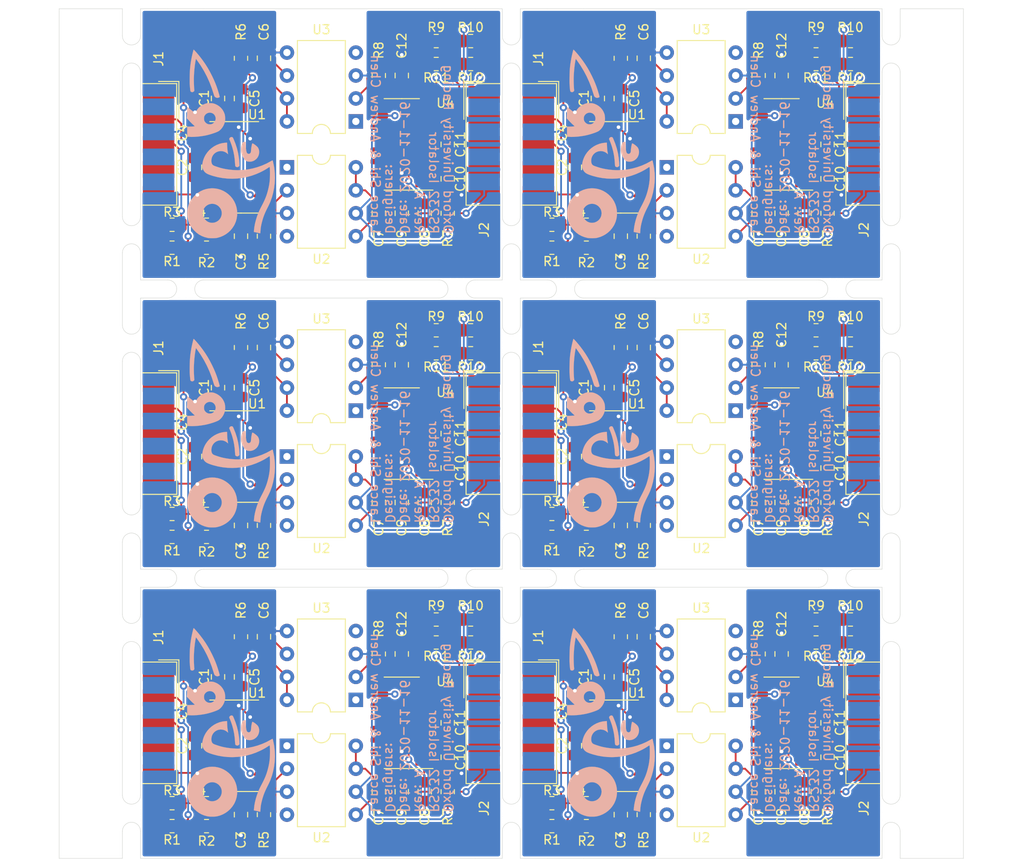
<source format=kicad_pcb>
(kicad_pcb (version 20171130) (host pcbnew 5.1.8)
  (layers (0 F.Cu signal) (31 B.Cu signal) (34 B.Paste user) (35 F.Paste user) (36 B.SilkS user) (37 F.SilkS user) (38 B.Mask user) (39 F.Mask user) (44 Edge.Cuts user))
  (net 0 "")
  (net 1 "Net-(C1-Pad2)")
  (net 2 "Net-(C1-Pad1)")
  (net 3 "Net-(C2-Pad2)")
  (net 4 "Net-(C2-Pad1)")
  (net 5 /Gnd1)
  (net 6 "Net-(C3-Pad1)")
  (net 7 "Net-(C4-Pad1)")
  (net 8 /5V1)
  (net 9 /Gnd2)
  (net 10 /5V2)
  (net 11 "Net-(C8-Pad2)")
  (net 12 "Net-(C8-Pad1)")
  (net 13 "Net-(C10-Pad1)")
  (net 14 "Net-(C11-Pad2)")
  (net 15 "Net-(C11-Pad1)")
  (net 16 "Net-(C12-Pad1)")
  (net 17 "Net-(J1-Pad9)")
  (net 18 "Net-(J1-Pad8)")
  (net 19 "Net-(J1-Pad6)")
  (net 20 "Net-(J1-Pad4)")
  (net 21 "Net-(J1-Pad3)")
  (net 22 "Net-(J1-Pad2)")
  (net 23 "Net-(J1-Pad1)")
  (net 24 "Net-(J2-Pad8)")
  (net 25 "Net-(J2-Pad7)")
  (net 26 "Net-(J2-Pad6)")
  (net 27 "Net-(J2-Pad4)")
  (net 28 "Net-(J2-Pad3)")
  (net 29 "Net-(J2-Pad2)")
  (net 30 "Net-(J2-Pad1)")
  (net 31 /Rx1)
  (net 32 /Tx1)
  (net 33 "Net-(R5-Pad2)")
  (net 34 "Net-(R5-Pad1)")
  (net 35 "Net-(R6-Pad2)")
  (net 36 "Net-(R7-Pad2)")
  (net 37 "Net-(R8-Pad2)")
  (net 38 "Net-(R8-Pad1)")
  (net 39 /Rx2)
  (net 40 /Tx2)
  (net 41 "Net-(U1-Pad14)")
  (net 42 "Net-(U1-Pad13)")
  (net 43 "Net-(U1-Pad12)")
  (net 44 "Net-(U1-Pad11)")
  (net 45 "Net-(U2-Pad1)")
  (net 46 "Net-(U3-Pad1)")
  (net 47 "Net-(U4-Pad14)")
  (net 48 "Net-(U4-Pad13)")
  (net 49 "Net-(U4-Pad12)")
  (net 50 "Net-(U4-Pad11)")
  (module Panelization:mouse-bite-2mm-slot (layer F.Cu) (at 123 77 90)
    (fp_text reference mouse-bite-2mm-slot hide)
    (fp_text value VAL** hide)
    (pad "" np_thru_hole circle (at 0 -0.75 90) (size 0.5 0.5) (drill 0.5) (layers *.Cu *.Mask))
    (pad "" np_thru_hole circle (at 0 0.75 90) (size 0.5 0.5) (drill 0.5) (layers *.Cu *.Mask))
    (pad "" np_thru_hole circle (at 0.75 -0.75 90) (size 0.5 0.5) (drill 0.5) (layers *.Cu *.Mask))
    (pad "" np_thru_hole circle (at -0.75 -0.75 90) (size 0.5 0.5) (drill 0.5) (layers *.Cu *.Mask))
    (pad "" np_thru_hole circle (at -0.75 0.75 90) (size 0.5 0.5) (drill 0.5) (layers *.Cu *.Mask))
    (pad "" np_thru_hole circle (at 0.75 0.75 90) (size 0.5 0.5) (drill 0.5) (layers *.Cu *.Mask))
  )
  (module Panelization:mouse-bite-2mm-slot (layer F.Cu) (at 81 77 90)
    (fp_text reference mouse-bite-2mm-slot hide)
    (fp_text value VAL** hide)
    (pad "" np_thru_hole circle (at 0 -0.75 90) (size 0.5 0.5) (drill 0.5) (layers *.Cu *.Mask))
    (pad "" np_thru_hole circle (at 0 0.75 90) (size 0.5 0.5) (drill 0.5) (layers *.Cu *.Mask))
    (pad "" np_thru_hole circle (at 0.75 -0.75 90) (size 0.5 0.5) (drill 0.5) (layers *.Cu *.Mask))
    (pad "" np_thru_hole circle (at -0.75 -0.75 90) (size 0.5 0.5) (drill 0.5) (layers *.Cu *.Mask))
    (pad "" np_thru_hole circle (at -0.75 0.75 90) (size 0.5 0.5) (drill 0.5) (layers *.Cu *.Mask))
    (pad "" np_thru_hole circle (at 0.75 0.75 90) (size 0.5 0.5) (drill 0.5) (layers *.Cu *.Mask))
  )
  (module Panelization:mouse-bite-2mm-slot (layer F.Cu) (at 39 77 90)
    (fp_text reference mouse-bite-2mm-slot hide)
    (fp_text value VAL** hide)
    (pad "" np_thru_hole circle (at 0 -0.75 90) (size 0.5 0.5) (drill 0.5) (layers *.Cu *.Mask))
    (pad "" np_thru_hole circle (at 0 0.75 90) (size 0.5 0.5) (drill 0.5) (layers *.Cu *.Mask))
    (pad "" np_thru_hole circle (at 0.75 -0.75 90) (size 0.5 0.5) (drill 0.5) (layers *.Cu *.Mask))
    (pad "" np_thru_hole circle (at -0.75 -0.75 90) (size 0.5 0.5) (drill 0.5) (layers *.Cu *.Mask))
    (pad "" np_thru_hole circle (at -0.75 0.75 90) (size 0.5 0.5) (drill 0.5) (layers *.Cu *.Mask))
    (pad "" np_thru_hole circle (at 0.75 0.75 90) (size 0.5 0.5) (drill 0.5) (layers *.Cu *.Mask))
  )
  (module Panelization:mouse-bite-2mm-slot (layer F.Cu) (at 123 109 90)
    (fp_text reference mouse-bite-2mm-slot hide)
    (fp_text value VAL** hide)
    (pad "" np_thru_hole circle (at 0 -0.75 90) (size 0.5 0.5) (drill 0.5) (layers *.Cu *.Mask))
    (pad "" np_thru_hole circle (at 0 0.75 90) (size 0.5 0.5) (drill 0.5) (layers *.Cu *.Mask))
    (pad "" np_thru_hole circle (at 0.75 -0.75 90) (size 0.5 0.5) (drill 0.5) (layers *.Cu *.Mask))
    (pad "" np_thru_hole circle (at -0.75 -0.75 90) (size 0.5 0.5) (drill 0.5) (layers *.Cu *.Mask))
    (pad "" np_thru_hole circle (at -0.75 0.75 90) (size 0.5 0.5) (drill 0.5) (layers *.Cu *.Mask))
    (pad "" np_thru_hole circle (at 0.75 0.75 90) (size 0.5 0.5) (drill 0.5) (layers *.Cu *.Mask))
  )
  (module Panelization:mouse-bite-2mm-slot (layer F.Cu) (at 81 109 90)
    (fp_text reference mouse-bite-2mm-slot hide)
    (fp_text value VAL** hide)
    (pad "" np_thru_hole circle (at 0 -0.75 90) (size 0.5 0.5) (drill 0.5) (layers *.Cu *.Mask))
    (pad "" np_thru_hole circle (at 0 0.75 90) (size 0.5 0.5) (drill 0.5) (layers *.Cu *.Mask))
    (pad "" np_thru_hole circle (at 0.75 -0.75 90) (size 0.5 0.5) (drill 0.5) (layers *.Cu *.Mask))
    (pad "" np_thru_hole circle (at -0.75 -0.75 90) (size 0.5 0.5) (drill 0.5) (layers *.Cu *.Mask))
    (pad "" np_thru_hole circle (at -0.75 0.75 90) (size 0.5 0.5) (drill 0.5) (layers *.Cu *.Mask))
    (pad "" np_thru_hole circle (at 0.75 0.75 90) (size 0.5 0.5) (drill 0.5) (layers *.Cu *.Mask))
  )
  (module Panelization:mouse-bite-2mm-slot (layer F.Cu) (at 39 109 90)
    (fp_text reference mouse-bite-2mm-slot hide)
    (fp_text value VAL** hide)
    (pad "" np_thru_hole circle (at 0 -0.75 90) (size 0.5 0.5) (drill 0.5) (layers *.Cu *.Mask))
    (pad "" np_thru_hole circle (at 0 0.75 90) (size 0.5 0.5) (drill 0.5) (layers *.Cu *.Mask))
    (pad "" np_thru_hole circle (at 0.75 -0.75 90) (size 0.5 0.5) (drill 0.5) (layers *.Cu *.Mask))
    (pad "" np_thru_hole circle (at -0.75 -0.75 90) (size 0.5 0.5) (drill 0.5) (layers *.Cu *.Mask))
    (pad "" np_thru_hole circle (at -0.75 0.75 90) (size 0.5 0.5) (drill 0.5) (layers *.Cu *.Mask))
    (pad "" np_thru_hole circle (at 0.75 0.75 90) (size 0.5 0.5) (drill 0.5) (layers *.Cu *.Mask))
  )
  (module Panelization:mouse-bite-2mm-slot (layer F.Cu) (at 39 45 90)
    (fp_text reference mouse-bite-2mm-slot hide)
    (fp_text value VAL** hide)
    (pad "" np_thru_hole circle (at 0 -0.75 90) (size 0.5 0.5) (drill 0.5) (layers *.Cu *.Mask))
    (pad "" np_thru_hole circle (at 0 0.75 90) (size 0.5 0.5) (drill 0.5) (layers *.Cu *.Mask))
    (pad "" np_thru_hole circle (at 0.75 -0.75 90) (size 0.5 0.5) (drill 0.5) (layers *.Cu *.Mask))
    (pad "" np_thru_hole circle (at -0.75 -0.75 90) (size 0.5 0.5) (drill 0.5) (layers *.Cu *.Mask))
    (pad "" np_thru_hole circle (at -0.75 0.75 90) (size 0.5 0.5) (drill 0.5) (layers *.Cu *.Mask))
    (pad "" np_thru_hole circle (at 0.75 0.75 90) (size 0.5 0.5) (drill 0.5) (layers *.Cu *.Mask))
  )
  (module Panelization:mouse-bite-2mm-slot (layer F.Cu) (at 39 97 90)
    (fp_text reference mouse-bite-2mm-slot hide)
    (fp_text value VAL** hide)
    (pad "" np_thru_hole circle (at 0.75 0.75 90) (size 0.5 0.5) (drill 0.5) (layers *.Cu *.Mask))
    (pad "" np_thru_hole circle (at -0.75 0.75 90) (size 0.5 0.5) (drill 0.5) (layers *.Cu *.Mask))
    (pad "" np_thru_hole circle (at -0.75 -0.75 90) (size 0.5 0.5) (drill 0.5) (layers *.Cu *.Mask))
    (pad "" np_thru_hole circle (at 0.75 -0.75 90) (size 0.5 0.5) (drill 0.5) (layers *.Cu *.Mask))
    (pad "" np_thru_hole circle (at 0 0.75 90) (size 0.5 0.5) (drill 0.5) (layers *.Cu *.Mask))
    (pad "" np_thru_hole circle (at 0 -0.75 90) (size 0.5 0.5) (drill 0.5) (layers *.Cu *.Mask))
  )
  (module Panelization:mouse-bite-2mm-slot (layer F.Cu) (at 87 103 180)
    (fp_text reference mouse-bite-2mm-slot hide)
    (fp_text value VAL** hide)
    (pad "" np_thru_hole circle (at 0 -0.75 180) (size 0.5 0.5) (drill 0.5) (layers *.Cu *.Mask))
    (pad "" np_thru_hole circle (at 0 0.75 180) (size 0.5 0.5) (drill 0.5) (layers *.Cu *.Mask))
    (pad "" np_thru_hole circle (at 0.75 -0.75 180) (size 0.5 0.5) (drill 0.5) (layers *.Cu *.Mask))
    (pad "" np_thru_hole circle (at -0.75 -0.75 180) (size 0.5 0.5) (drill 0.5) (layers *.Cu *.Mask))
    (pad "" np_thru_hole circle (at -0.75 0.75 180) (size 0.5 0.5) (drill 0.5) (layers *.Cu *.Mask))
    (pad "" np_thru_hole circle (at 0.75 0.75 180) (size 0.5 0.5) (drill 0.5) (layers *.Cu *.Mask))
  )
  (module Panelization:mouse-bite-2mm-slot (layer F.Cu) (at 45 103 180)
    (fp_text reference mouse-bite-2mm-slot hide)
    (fp_text value VAL** hide)
    (pad "" np_thru_hole circle (at 0 -0.75 180) (size 0.5 0.5) (drill 0.5) (layers *.Cu *.Mask))
    (pad "" np_thru_hole circle (at 0 0.75 180) (size 0.5 0.5) (drill 0.5) (layers *.Cu *.Mask))
    (pad "" np_thru_hole circle (at 0.75 -0.75 180) (size 0.5 0.5) (drill 0.5) (layers *.Cu *.Mask))
    (pad "" np_thru_hole circle (at -0.75 -0.75 180) (size 0.5 0.5) (drill 0.5) (layers *.Cu *.Mask))
    (pad "" np_thru_hole circle (at -0.75 0.75 180) (size 0.5 0.5) (drill 0.5) (layers *.Cu *.Mask))
    (pad "" np_thru_hole circle (at 0.75 0.75 180) (size 0.5 0.5) (drill 0.5) (layers *.Cu *.Mask))
  )
  (module Panelization:mouse-bite-2mm-slot (layer F.Cu) (at 75 103 180)
    (fp_text reference mouse-bite-2mm-slot hide)
    (fp_text value VAL** hide)
    (pad "" np_thru_hole circle (at 0 -0.75 180) (size 0.5 0.5) (drill 0.5) (layers *.Cu *.Mask))
    (pad "" np_thru_hole circle (at 0 0.75 180) (size 0.5 0.5) (drill 0.5) (layers *.Cu *.Mask))
    (pad "" np_thru_hole circle (at 0.75 -0.75 180) (size 0.5 0.5) (drill 0.5) (layers *.Cu *.Mask))
    (pad "" np_thru_hole circle (at -0.75 -0.75 180) (size 0.5 0.5) (drill 0.5) (layers *.Cu *.Mask))
    (pad "" np_thru_hole circle (at -0.75 0.75 180) (size 0.5 0.5) (drill 0.5) (layers *.Cu *.Mask))
    (pad "" np_thru_hole circle (at 0.75 0.75 180) (size 0.5 0.5) (drill 0.5) (layers *.Cu *.Mask))
  )
  (module Panelization:mouse-bite-2mm-slot (layer F.Cu) (at 81 97 90)
    (fp_text reference mouse-bite-2mm-slot hide)
    (fp_text value VAL** hide)
    (pad "" np_thru_hole circle (at 0 -0.75 90) (size 0.5 0.5) (drill 0.5) (layers *.Cu *.Mask))
    (pad "" np_thru_hole circle (at 0 0.75 90) (size 0.5 0.5) (drill 0.5) (layers *.Cu *.Mask))
    (pad "" np_thru_hole circle (at 0.75 -0.75 90) (size 0.5 0.5) (drill 0.5) (layers *.Cu *.Mask))
    (pad "" np_thru_hole circle (at -0.75 -0.75 90) (size 0.5 0.5) (drill 0.5) (layers *.Cu *.Mask))
    (pad "" np_thru_hole circle (at -0.75 0.75 90) (size 0.5 0.5) (drill 0.5) (layers *.Cu *.Mask))
    (pad "" np_thru_hole circle (at 0.75 0.75 90) (size 0.5 0.5) (drill 0.5) (layers *.Cu *.Mask))
  )
  (module Panelization:mouse-bite-2mm-slot (layer F.Cu) (at 81 129 90)
    (fp_text reference mouse-bite-2mm-slot hide)
    (fp_text value VAL** hide)
    (pad "" np_thru_hole circle (at 0 -0.75 90) (size 0.5 0.5) (drill 0.5) (layers *.Cu *.Mask))
    (pad "" np_thru_hole circle (at 0 0.75 90) (size 0.5 0.5) (drill 0.5) (layers *.Cu *.Mask))
    (pad "" np_thru_hole circle (at 0.75 -0.75 90) (size 0.5 0.5) (drill 0.5) (layers *.Cu *.Mask))
    (pad "" np_thru_hole circle (at -0.75 -0.75 90) (size 0.5 0.5) (drill 0.5) (layers *.Cu *.Mask))
    (pad "" np_thru_hole circle (at -0.75 0.75 90) (size 0.5 0.5) (drill 0.5) (layers *.Cu *.Mask))
    (pad "" np_thru_hole circle (at 0.75 0.75 90) (size 0.5 0.5) (drill 0.5) (layers *.Cu *.Mask))
  )
  (module Panelization:mouse-bite-2mm-slot (layer F.Cu) (at 39 65 90)
    (fp_text reference mouse-bite-2mm-slot hide)
    (fp_text value VAL** hide)
    (pad "" np_thru_hole circle (at 0.75 0.75 90) (size 0.5 0.5) (drill 0.5) (layers *.Cu *.Mask))
    (pad "" np_thru_hole circle (at -0.75 0.75 90) (size 0.5 0.5) (drill 0.5) (layers *.Cu *.Mask))
    (pad "" np_thru_hole circle (at -0.75 -0.75 90) (size 0.5 0.5) (drill 0.5) (layers *.Cu *.Mask))
    (pad "" np_thru_hole circle (at 0.75 -0.75 90) (size 0.5 0.5) (drill 0.5) (layers *.Cu *.Mask))
    (pad "" np_thru_hole circle (at 0 0.75 90) (size 0.5 0.5) (drill 0.5) (layers *.Cu *.Mask))
    (pad "" np_thru_hole circle (at 0 -0.75 90) (size 0.5 0.5) (drill 0.5) (layers *.Cu *.Mask))
  )
  (module Panelization:mouse-bite-2mm-slot (layer F.Cu) (at 75 71 180)
    (fp_text reference mouse-bite-2mm-slot hide)
    (fp_text value VAL** hide)
    (pad "" np_thru_hole circle (at 0.75 0.75 180) (size 0.5 0.5) (drill 0.5) (layers *.Cu *.Mask))
    (pad "" np_thru_hole circle (at -0.75 0.75 180) (size 0.5 0.5) (drill 0.5) (layers *.Cu *.Mask))
    (pad "" np_thru_hole circle (at -0.75 -0.75 180) (size 0.5 0.5) (drill 0.5) (layers *.Cu *.Mask))
    (pad "" np_thru_hole circle (at 0.75 -0.75 180) (size 0.5 0.5) (drill 0.5) (layers *.Cu *.Mask))
    (pad "" np_thru_hole circle (at 0 0.75 180) (size 0.5 0.5) (drill 0.5) (layers *.Cu *.Mask))
    (pad "" np_thru_hole circle (at 0 -0.75 180) (size 0.5 0.5) (drill 0.5) (layers *.Cu *.Mask))
  )
  (module Panelization:mouse-bite-2mm-slot (layer F.Cu) (at 123 129 90)
    (fp_text reference mouse-bite-2mm-slot hide)
    (fp_text value VAL** hide)
    (pad "" np_thru_hole circle (at 0 -0.75 90) (size 0.5 0.5) (drill 0.5) (layers *.Cu *.Mask))
    (pad "" np_thru_hole circle (at 0 0.75 90) (size 0.5 0.5) (drill 0.5) (layers *.Cu *.Mask))
    (pad "" np_thru_hole circle (at 0.75 -0.75 90) (size 0.5 0.5) (drill 0.5) (layers *.Cu *.Mask))
    (pad "" np_thru_hole circle (at -0.75 -0.75 90) (size 0.5 0.5) (drill 0.5) (layers *.Cu *.Mask))
    (pad "" np_thru_hole circle (at -0.75 0.75 90) (size 0.5 0.5) (drill 0.5) (layers *.Cu *.Mask))
    (pad "" np_thru_hole circle (at 0.75 0.75 90) (size 0.5 0.5) (drill 0.5) (layers *.Cu *.Mask))
  )
  (module Panelization:mouse-bite-2mm-slot (layer F.Cu) (at 123 65 90)
    (fp_text reference mouse-bite-2mm-slot hide)
    (fp_text value VAL** hide)
    (pad "" np_thru_hole circle (at 0 -0.75 90) (size 0.5 0.5) (drill 0.5) (layers *.Cu *.Mask))
    (pad "" np_thru_hole circle (at 0 0.75 90) (size 0.5 0.5) (drill 0.5) (layers *.Cu *.Mask))
    (pad "" np_thru_hole circle (at 0.75 -0.75 90) (size 0.5 0.5) (drill 0.5) (layers *.Cu *.Mask))
    (pad "" np_thru_hole circle (at -0.75 -0.75 90) (size 0.5 0.5) (drill 0.5) (layers *.Cu *.Mask))
    (pad "" np_thru_hole circle (at -0.75 0.75 90) (size 0.5 0.5) (drill 0.5) (layers *.Cu *.Mask))
    (pad "" np_thru_hole circle (at 0.75 0.75 90) (size 0.5 0.5) (drill 0.5) (layers *.Cu *.Mask))
  )
  (module Panelization:mouse-bite-2mm-slot (layer F.Cu) (at 123 97 90)
    (fp_text reference mouse-bite-2mm-slot hide)
    (fp_text value VAL** hide)
    (pad "" np_thru_hole circle (at 0 -0.75 90) (size 0.5 0.5) (drill 0.5) (layers *.Cu *.Mask))
    (pad "" np_thru_hole circle (at 0 0.75 90) (size 0.5 0.5) (drill 0.5) (layers *.Cu *.Mask))
    (pad "" np_thru_hole circle (at 0.75 -0.75 90) (size 0.5 0.5) (drill 0.5) (layers *.Cu *.Mask))
    (pad "" np_thru_hole circle (at -0.75 -0.75 90) (size 0.5 0.5) (drill 0.5) (layers *.Cu *.Mask))
    (pad "" np_thru_hole circle (at -0.75 0.75 90) (size 0.5 0.5) (drill 0.5) (layers *.Cu *.Mask))
    (pad "" np_thru_hole circle (at 0.75 0.75 90) (size 0.5 0.5) (drill 0.5) (layers *.Cu *.Mask))
  )
  (module Panelization:mouse-bite-2mm-slot (layer F.Cu) (at 123 45 90)
    (fp_text reference mouse-bite-2mm-slot hide)
    (fp_text value VAL** hide)
    (pad "" np_thru_hole circle (at 0.75 0.75 90) (size 0.5 0.5) (drill 0.5) (layers *.Cu *.Mask))
    (pad "" np_thru_hole circle (at -0.75 0.75 90) (size 0.5 0.5) (drill 0.5) (layers *.Cu *.Mask))
    (pad "" np_thru_hole circle (at -0.75 -0.75 90) (size 0.5 0.5) (drill 0.5) (layers *.Cu *.Mask))
    (pad "" np_thru_hole circle (at 0.75 -0.75 90) (size 0.5 0.5) (drill 0.5) (layers *.Cu *.Mask))
    (pad "" np_thru_hole circle (at 0 0.75 90) (size 0.5 0.5) (drill 0.5) (layers *.Cu *.Mask))
    (pad "" np_thru_hole circle (at 0 -0.75 90) (size 0.5 0.5) (drill 0.5) (layers *.Cu *.Mask))
  )
  (module Panelization:mouse-bite-2mm-slot (layer F.Cu) (at 87 71 180)
    (fp_text reference mouse-bite-2mm-slot hide)
    (fp_text value VAL** hide)
    (pad "" np_thru_hole circle (at 0.75 0.75 180) (size 0.5 0.5) (drill 0.5) (layers *.Cu *.Mask))
    (pad "" np_thru_hole circle (at -0.75 0.75 180) (size 0.5 0.5) (drill 0.5) (layers *.Cu *.Mask))
    (pad "" np_thru_hole circle (at -0.75 -0.75 180) (size 0.5 0.5) (drill 0.5) (layers *.Cu *.Mask))
    (pad "" np_thru_hole circle (at 0.75 -0.75 180) (size 0.5 0.5) (drill 0.5) (layers *.Cu *.Mask))
    (pad "" np_thru_hole circle (at 0 0.75 180) (size 0.5 0.5) (drill 0.5) (layers *.Cu *.Mask))
    (pad "" np_thru_hole circle (at 0 -0.75 180) (size 0.5 0.5) (drill 0.5) (layers *.Cu *.Mask))
  )
  (module Panelization:mouse-bite-2mm-slot (layer F.Cu) (at 81 65 90)
    (fp_text reference mouse-bite-2mm-slot hide)
    (fp_text value VAL** hide)
    (pad "" np_thru_hole circle (at 0 -0.75 90) (size 0.5 0.5) (drill 0.5) (layers *.Cu *.Mask))
    (pad "" np_thru_hole circle (at 0 0.75 90) (size 0.5 0.5) (drill 0.5) (layers *.Cu *.Mask))
    (pad "" np_thru_hole circle (at 0.75 -0.75 90) (size 0.5 0.5) (drill 0.5) (layers *.Cu *.Mask))
    (pad "" np_thru_hole circle (at -0.75 -0.75 90) (size 0.5 0.5) (drill 0.5) (layers *.Cu *.Mask))
    (pad "" np_thru_hole circle (at -0.75 0.75 90) (size 0.5 0.5) (drill 0.5) (layers *.Cu *.Mask))
    (pad "" np_thru_hole circle (at 0.75 0.75 90) (size 0.5 0.5) (drill 0.5) (layers *.Cu *.Mask))
  )
  (module Panelization:mouse-bite-2mm-slot (layer F.Cu) (at 39 129 90)
    (fp_text reference mouse-bite-2mm-slot hide)
    (fp_text value VAL** hide)
    (pad "" np_thru_hole circle (at 0.75 0.75 90) (size 0.5 0.5) (drill 0.5) (layers *.Cu *.Mask))
    (pad "" np_thru_hole circle (at -0.75 0.75 90) (size 0.5 0.5) (drill 0.5) (layers *.Cu *.Mask))
    (pad "" np_thru_hole circle (at -0.75 -0.75 90) (size 0.5 0.5) (drill 0.5) (layers *.Cu *.Mask))
    (pad "" np_thru_hole circle (at 0.75 -0.75 90) (size 0.5 0.5) (drill 0.5) (layers *.Cu *.Mask))
    (pad "" np_thru_hole circle (at 0 0.75 90) (size 0.5 0.5) (drill 0.5) (layers *.Cu *.Mask))
    (pad "" np_thru_hole circle (at 0 -0.75 90) (size 0.5 0.5) (drill 0.5) (layers *.Cu *.Mask))
  )
  (module Panelization:mouse-bite-2mm-slot (layer F.Cu) (at 117 71 180)
    (fp_text reference mouse-bite-2mm-slot hide)
    (fp_text value VAL** hide)
    (pad "" np_thru_hole circle (at 0.75 0.75 180) (size 0.5 0.5) (drill 0.5) (layers *.Cu *.Mask))
    (pad "" np_thru_hole circle (at -0.75 0.75 180) (size 0.5 0.5) (drill 0.5) (layers *.Cu *.Mask))
    (pad "" np_thru_hole circle (at -0.75 -0.75 180) (size 0.5 0.5) (drill 0.5) (layers *.Cu *.Mask))
    (pad "" np_thru_hole circle (at 0.75 -0.75 180) (size 0.5 0.5) (drill 0.5) (layers *.Cu *.Mask))
    (pad "" np_thru_hole circle (at 0 0.75 180) (size 0.5 0.5) (drill 0.5) (layers *.Cu *.Mask))
    (pad "" np_thru_hole circle (at 0 -0.75 180) (size 0.5 0.5) (drill 0.5) (layers *.Cu *.Mask))
  )
  (module Panelization:mouse-bite-2mm-slot (layer F.Cu) (at 81 45 90)
    (fp_text reference mouse-bite-2mm-slot hide)
    (fp_text value VAL** hide)
    (pad "" np_thru_hole circle (at 0.75 0.75 90) (size 0.5 0.5) (drill 0.5) (layers *.Cu *.Mask))
    (pad "" np_thru_hole circle (at -0.75 0.75 90) (size 0.5 0.5) (drill 0.5) (layers *.Cu *.Mask))
    (pad "" np_thru_hole circle (at -0.75 -0.75 90) (size 0.5 0.5) (drill 0.5) (layers *.Cu *.Mask))
    (pad "" np_thru_hole circle (at 0.75 -0.75 90) (size 0.5 0.5) (drill 0.5) (layers *.Cu *.Mask))
    (pad "" np_thru_hole circle (at 0 0.75 90) (size 0.5 0.5) (drill 0.5) (layers *.Cu *.Mask))
    (pad "" np_thru_hole circle (at 0 -0.75 90) (size 0.5 0.5) (drill 0.5) (layers *.Cu *.Mask))
  )
  (module Panelization:mouse-bite-2mm-slot (layer F.Cu) (at 45 71 180)
    (fp_text reference mouse-bite-2mm-slot hide)
    (fp_text value VAL** hide)
    (pad "" np_thru_hole circle (at 0.75 0.75 180) (size 0.5 0.5) (drill 0.5) (layers *.Cu *.Mask))
    (pad "" np_thru_hole circle (at -0.75 0.75 180) (size 0.5 0.5) (drill 0.5) (layers *.Cu *.Mask))
    (pad "" np_thru_hole circle (at -0.75 -0.75 180) (size 0.5 0.5) (drill 0.5) (layers *.Cu *.Mask))
    (pad "" np_thru_hole circle (at 0.75 -0.75 180) (size 0.5 0.5) (drill 0.5) (layers *.Cu *.Mask))
    (pad "" np_thru_hole circle (at 0 0.75 180) (size 0.5 0.5) (drill 0.5) (layers *.Cu *.Mask))
    (pad "" np_thru_hole circle (at 0 -0.75 180) (size 0.5 0.5) (drill 0.5) (layers *.Cu *.Mask))
  )
  (module Panelization:mouse-bite-2mm-slot (layer F.Cu) (at 117 103 180)
    (fp_text reference mouse-bite-2mm-slot hide)
    (fp_text value VAL** hide)
    (pad "" np_thru_hole circle (at 0 -0.75 180) (size 0.5 0.5) (drill 0.5) (layers *.Cu *.Mask))
    (pad "" np_thru_hole circle (at 0 0.75 180) (size 0.5 0.5) (drill 0.5) (layers *.Cu *.Mask))
    (pad "" np_thru_hole circle (at 0.75 -0.75 180) (size 0.5 0.5) (drill 0.5) (layers *.Cu *.Mask))
    (pad "" np_thru_hole circle (at -0.75 -0.75 180) (size 0.5 0.5) (drill 0.5) (layers *.Cu *.Mask))
    (pad "" np_thru_hole circle (at -0.75 0.75 180) (size 0.5 0.5) (drill 0.5) (layers *.Cu *.Mask))
    (pad "" np_thru_hole circle (at 0.75 0.75 180) (size 0.5 0.5) (drill 0.5) (layers *.Cu *.Mask))
  )
  (module Resistor_SMD:R_0805_2012Metric_Pad1.20x1.40mm_HandSolder (layer F.Cu) (at 85.49 130.43)
    (fp_text reference R1 (at 0 1.524) (layer F.SilkS))
    (fp_text value R)
    (pad 2 smd roundrect (at 1 0) (size 1.2 1.4) (layers F.Cu F.Paste F.Mask) (roundrect_rratio 0.2083325) (net 22 "Net-(J1-Pad2)"))
    (pad 1 smd roundrect (at -1 0) (size 1.2 1.4) (layers F.Cu F.Paste F.Mask) (roundrect_rratio 0.2083325) (net 31 /Rx1))
  )
  (module Resistor_SMD:R_0805_2012Metric_Pad1.20x1.40mm_HandSolder (layer F.Cu) (at 43.49 130.43)
    (fp_text reference R1 (at 0 1.524) (layer F.SilkS))
    (fp_text value R)
    (pad 2 smd roundrect (at 1 0) (size 1.2 1.4) (layers F.Cu F.Paste F.Mask) (roundrect_rratio 0.2083325) (net 22 "Net-(J1-Pad2)"))
    (pad 1 smd roundrect (at -1 0) (size 1.2 1.4) (layers F.Cu F.Paste F.Mask) (roundrect_rratio 0.2083325) (net 31 /Rx1))
  )
  (module Resistor_SMD:R_0805_2012Metric_Pad1.20x1.40mm_HandSolder (layer F.Cu) (at 85.49 98.43)
    (fp_text reference R1 (at 0 1.524) (layer F.SilkS))
    (fp_text value R)
    (pad 2 smd roundrect (at 1 0) (size 1.2 1.4) (layers F.Cu F.Paste F.Mask) (roundrect_rratio 0.2083325) (net 22 "Net-(J1-Pad2)"))
    (pad 1 smd roundrect (at -1 0) (size 1.2 1.4) (layers F.Cu F.Paste F.Mask) (roundrect_rratio 0.2083325) (net 31 /Rx1))
  )
  (module Resistor_SMD:R_0805_2012Metric_Pad1.20x1.40mm_HandSolder (layer F.Cu) (at 43.49 98.43)
    (fp_text reference R1 (at 0 1.524) (layer F.SilkS))
    (fp_text value R)
    (pad 2 smd roundrect (at 1 0) (size 1.2 1.4) (layers F.Cu F.Paste F.Mask) (roundrect_rratio 0.2083325) (net 22 "Net-(J1-Pad2)"))
    (pad 1 smd roundrect (at -1 0) (size 1.2 1.4) (layers F.Cu F.Paste F.Mask) (roundrect_rratio 0.2083325) (net 31 /Rx1))
  )
  (module Resistor_SMD:R_0805_2012Metric_Pad1.20x1.40mm_HandSolder (layer F.Cu) (at 85.49 66.43)
    (fp_text reference R1 (at 0 1.524) (layer F.SilkS))
    (fp_text value R)
    (pad 2 smd roundrect (at 1 0) (size 1.2 1.4) (layers F.Cu F.Paste F.Mask) (roundrect_rratio 0.2083325) (net 22 "Net-(J1-Pad2)"))
    (pad 1 smd roundrect (at -1 0) (size 1.2 1.4) (layers F.Cu F.Paste F.Mask) (roundrect_rratio 0.2083325) (net 31 /Rx1))
  )
  (module Capacitor_SMD:C_0805_2012Metric_Pad1.18x1.45mm_HandSolder (layer F.Cu) (at 95.65 109.475 90)
    (fp_text reference C6 (at 2.921 0 90) (layer F.SilkS))
    (fp_text value 100n)
    (pad 2 smd roundrect (at 1.0375 0 90) (size 1.175 1.45) (layers F.Cu F.Paste F.Mask) (roundrect_rratio 0.2127659574468085) (net 5 /Gnd1))
    (pad 1 smd roundrect (at -1.0375 0 90) (size 1.175 1.45) (layers F.Cu F.Paste F.Mask) (roundrect_rratio 0.2127659574468085) (net 8 /5V1))
  )
  (module Capacitor_SMD:C_0805_2012Metric_Pad1.18x1.45mm_HandSolder (layer F.Cu) (at 53.65 109.475 90)
    (fp_text reference C6 (at 2.921 0 90) (layer F.SilkS))
    (fp_text value 100n)
    (pad 2 smd roundrect (at 1.0375 0 90) (size 1.175 1.45) (layers F.Cu F.Paste F.Mask) (roundrect_rratio 0.2127659574468085) (net 5 /Gnd1))
    (pad 1 smd roundrect (at -1.0375 0 90) (size 1.175 1.45) (layers F.Cu F.Paste F.Mask) (roundrect_rratio 0.2127659574468085) (net 8 /5V1))
  )
  (module Capacitor_SMD:C_0805_2012Metric_Pad1.18x1.45mm_HandSolder (layer F.Cu) (at 95.65 77.475 90)
    (fp_text reference C6 (at 2.921 0 90) (layer F.SilkS))
    (fp_text value 100n)
    (pad 2 smd roundrect (at 1.0375 0 90) (size 1.175 1.45) (layers F.Cu F.Paste F.Mask) (roundrect_rratio 0.2127659574468085) (net 5 /Gnd1))
    (pad 1 smd roundrect (at -1.0375 0 90) (size 1.175 1.45) (layers F.Cu F.Paste F.Mask) (roundrect_rratio 0.2127659574468085) (net 8 /5V1))
  )
  (module Capacitor_SMD:C_0805_2012Metric_Pad1.18x1.45mm_HandSolder (layer F.Cu) (at 53.65 77.475 90)
    (fp_text reference C6 (at 2.921 0 90) (layer F.SilkS))
    (fp_text value 100n)
    (pad 2 smd roundrect (at 1.0375 0 90) (size 1.175 1.45) (layers F.Cu F.Paste F.Mask) (roundrect_rratio 0.2127659574468085) (net 5 /Gnd1))
    (pad 1 smd roundrect (at -1.0375 0 90) (size 1.175 1.45) (layers F.Cu F.Paste F.Mask) (roundrect_rratio 0.2127659574468085) (net 8 /5V1))
  )
  (module Capacitor_SMD:C_0805_2012Metric_Pad1.18x1.45mm_HandSolder (layer F.Cu) (at 95.65 45.475 90)
    (fp_text reference C6 (at 2.921 0 90) (layer F.SilkS))
    (fp_text value 100n)
    (pad 2 smd roundrect (at 1.0375 0 90) (size 1.175 1.45) (layers F.Cu F.Paste F.Mask) (roundrect_rratio 0.2127659574468085) (net 5 /Gnd1))
    (pad 1 smd roundrect (at -1.0375 0 90) (size 1.175 1.45) (layers F.Cu F.Paste F.Mask) (roundrect_rratio 0.2127659574468085) (net 8 /5V1))
  )
  (module project:OUR_Logo (layer B.Cu) (at 92 119 90)
    (fp_text reference G*** hide)
    (fp_text value LOGO hide)
  )
  (module project:OUR_Logo (layer B.Cu) (at 50 119 90)
    (fp_text reference G*** hide)
    (fp_text value LOGO hide)
  )
  (module project:OUR_Logo (layer B.Cu) (at 92 87 90)
    (fp_text reference G*** hide)
    (fp_text value LOGO hide)
  )
  (module project:OUR_Logo (layer B.Cu) (at 50 87 90)
    (fp_text reference G*** hide)
    (fp_text value LOGO hide)
  )
  (module project:OUR_Logo (layer B.Cu) (at 92 55 90)
    (fp_text reference G*** hide)
    (fp_text value LOGO hide)
  )
  (module Capacitor_SMD:C_0805_2012Metric_Pad1.18x1.45mm_HandSolder (layer F.Cu) (at 90.57 113.92 90)
    (fp_text reference C1 (at 0 -1.524 90) (layer F.SilkS))
    (fp_text value 47n)
    (pad 2 smd roundrect (at 1.0375 0 90) (size 1.175 1.45) (layers F.Cu F.Paste F.Mask) (roundrect_rratio 0.2127659574468085) (net 1 "Net-(C1-Pad2)"))
    (pad 1 smd roundrect (at -1.0375 0 90) (size 1.175 1.45) (layers F.Cu F.Paste F.Mask) (roundrect_rratio 0.2127659574468085) (net 2 "Net-(C1-Pad1)"))
  )
  (module Capacitor_SMD:C_0805_2012Metric_Pad1.18x1.45mm_HandSolder (layer F.Cu) (at 48.57 113.92 90)
    (fp_text reference C1 (at 0 -1.524 90) (layer F.SilkS))
    (fp_text value 47n)
    (pad 2 smd roundrect (at 1.0375 0 90) (size 1.175 1.45) (layers F.Cu F.Paste F.Mask) (roundrect_rratio 0.2127659574468085) (net 1 "Net-(C1-Pad2)"))
    (pad 1 smd roundrect (at -1.0375 0 90) (size 1.175 1.45) (layers F.Cu F.Paste F.Mask) (roundrect_rratio 0.2127659574468085) (net 2 "Net-(C1-Pad1)"))
  )
  (module Capacitor_SMD:C_0805_2012Metric_Pad1.18x1.45mm_HandSolder (layer F.Cu) (at 90.57 81.92 90)
    (fp_text reference C1 (at 0 -1.524 90) (layer F.SilkS))
    (fp_text value 47n)
    (pad 2 smd roundrect (at 1.0375 0 90) (size 1.175 1.45) (layers F.Cu F.Paste F.Mask) (roundrect_rratio 0.2127659574468085) (net 1 "Net-(C1-Pad2)"))
    (pad 1 smd roundrect (at -1.0375 0 90) (size 1.175 1.45) (layers F.Cu F.Paste F.Mask) (roundrect_rratio 0.2127659574468085) (net 2 "Net-(C1-Pad1)"))
  )
  (module Capacitor_SMD:C_0805_2012Metric_Pad1.18x1.45mm_HandSolder (layer F.Cu) (at 48.57 81.92 90)
    (fp_text reference C1 (at 0 -1.524 90) (layer F.SilkS))
    (fp_text value 47n)
    (pad 2 smd roundrect (at 1.0375 0 90) (size 1.175 1.45) (layers F.Cu F.Paste F.Mask) (roundrect_rratio 0.2127659574468085) (net 1 "Net-(C1-Pad2)"))
    (pad 1 smd roundrect (at -1.0375 0 90) (size 1.175 1.45) (layers F.Cu F.Paste F.Mask) (roundrect_rratio 0.2127659574468085) (net 2 "Net-(C1-Pad1)"))
  )
  (module Capacitor_SMD:C_0805_2012Metric_Pad1.18x1.45mm_HandSolder (layer F.Cu) (at 90.57 49.92 90)
    (fp_text reference C1 (at 0 -1.524 90) (layer F.SilkS))
    (fp_text value 47n)
    (pad 2 smd roundrect (at 1.0375 0 90) (size 1.175 1.45) (layers F.Cu F.Paste F.Mask) (roundrect_rratio 0.2127659574468085) (net 1 "Net-(C1-Pad2)"))
    (pad 1 smd roundrect (at -1.0375 0 90) (size 1.175 1.45) (layers F.Cu F.Paste F.Mask) (roundrect_rratio 0.2127659574468085) (net 2 "Net-(C1-Pad1)"))
  )
  (module Resistor_SMD:R_0805_2012Metric_Pad1.20x1.40mm_HandSolder (layer F.Cu) (at 85.49 127.89)
    (fp_text reference R3 (at 0 -1.397) (layer F.SilkS))
    (fp_text value R)
    (pad 2 smd roundrect (at 1 0) (size 1.2 1.4) (layers F.Cu F.Paste F.Mask) (roundrect_rratio 0.2083325) (net 21 "Net-(J1-Pad3)"))
    (pad 1 smd roundrect (at -1 0) (size 1.2 1.4) (layers F.Cu F.Paste F.Mask) (roundrect_rratio 0.2083325) (net 31 /Rx1))
  )
  (module Resistor_SMD:R_0805_2012Metric_Pad1.20x1.40mm_HandSolder (layer F.Cu) (at 43.49 127.89)
    (fp_text reference R3 (at 0 -1.397) (layer F.SilkS))
    (fp_text value R)
    (pad 2 smd roundrect (at 1 0) (size 1.2 1.4) (layers F.Cu F.Paste F.Mask) (roundrect_rratio 0.2083325) (net 21 "Net-(J1-Pad3)"))
    (pad 1 smd roundrect (at -1 0) (size 1.2 1.4) (layers F.Cu F.Paste F.Mask) (roundrect_rratio 0.2083325) (net 31 /Rx1))
  )
  (module Resistor_SMD:R_0805_2012Metric_Pad1.20x1.40mm_HandSolder (layer F.Cu) (at 85.49 95.89)
    (fp_text reference R3 (at 0 -1.397) (layer F.SilkS))
    (fp_text value R)
    (pad 2 smd roundrect (at 1 0) (size 1.2 1.4) (layers F.Cu F.Paste F.Mask) (roundrect_rratio 0.2083325) (net 21 "Net-(J1-Pad3)"))
    (pad 1 smd roundrect (at -1 0) (size 1.2 1.4) (layers F.Cu F.Paste F.Mask) (roundrect_rratio 0.2083325) (net 31 /Rx1))
  )
  (module Resistor_SMD:R_0805_2012Metric_Pad1.20x1.40mm_HandSolder (layer F.Cu) (at 43.49 95.89)
    (fp_text reference R3 (at 0 -1.397) (layer F.SilkS))
    (fp_text value R)
    (pad 2 smd roundrect (at 1 0) (size 1.2 1.4) (layers F.Cu F.Paste F.Mask) (roundrect_rratio 0.2083325) (net 21 "Net-(J1-Pad3)"))
    (pad 1 smd roundrect (at -1 0) (size 1.2 1.4) (layers F.Cu F.Paste F.Mask) (roundrect_rratio 0.2083325) (net 31 /Rx1))
  )
  (module Resistor_SMD:R_0805_2012Metric_Pad1.20x1.40mm_HandSolder (layer F.Cu) (at 85.49 63.89)
    (fp_text reference R3 (at 0 -1.397) (layer F.SilkS))
    (fp_text value R)
    (pad 2 smd roundrect (at 1 0) (size 1.2 1.4) (layers F.Cu F.Paste F.Mask) (roundrect_rratio 0.2083325) (net 21 "Net-(J1-Pad3)"))
    (pad 1 smd roundrect (at -1 0) (size 1.2 1.4) (layers F.Cu F.Paste F.Mask) (roundrect_rratio 0.2083325) (net 31 /Rx1))
  )
  (module Capacitor_SMD:C_0805_2012Metric_Pad1.18x1.45mm_HandSolder (layer F.Cu) (at 113.43 126.62 270)
    (fp_text reference C8 (at 2.794 0 90) (layer F.SilkS))
    (fp_text value 47n)
    (pad 2 smd roundrect (at 1.0375 0 270) (size 1.175 1.45) (layers F.Cu F.Paste F.Mask) (roundrect_rratio 0.2127659574468085) (net 11 "Net-(C8-Pad2)"))
    (pad 1 smd roundrect (at -1.0375 0 270) (size 1.175 1.45) (layers F.Cu F.Paste F.Mask) (roundrect_rratio 0.2127659574468085) (net 12 "Net-(C8-Pad1)"))
  )
  (module Capacitor_SMD:C_0805_2012Metric_Pad1.18x1.45mm_HandSolder (layer F.Cu) (at 71.43 126.62 270)
    (fp_text reference C8 (at 2.794 0 90) (layer F.SilkS))
    (fp_text value 47n)
    (pad 2 smd roundrect (at 1.0375 0 270) (size 1.175 1.45) (layers F.Cu F.Paste F.Mask) (roundrect_rratio 0.2127659574468085) (net 11 "Net-(C8-Pad2)"))
    (pad 1 smd roundrect (at -1.0375 0 270) (size 1.175 1.45) (layers F.Cu F.Paste F.Mask) (roundrect_rratio 0.2127659574468085) (net 12 "Net-(C8-Pad1)"))
  )
  (module Capacitor_SMD:C_0805_2012Metric_Pad1.18x1.45mm_HandSolder (layer F.Cu) (at 113.43 94.62 270)
    (fp_text reference C8 (at 2.794 0 90) (layer F.SilkS))
    (fp_text value 47n)
    (pad 2 smd roundrect (at 1.0375 0 270) (size 1.175 1.45) (layers F.Cu F.Paste F.Mask) (roundrect_rratio 0.2127659574468085) (net 11 "Net-(C8-Pad2)"))
    (pad 1 smd roundrect (at -1.0375 0 270) (size 1.175 1.45) (layers F.Cu F.Paste F.Mask) (roundrect_rratio 0.2127659574468085) (net 12 "Net-(C8-Pad1)"))
  )
  (module Capacitor_SMD:C_0805_2012Metric_Pad1.18x1.45mm_HandSolder (layer F.Cu) (at 71.43 94.62 270)
    (fp_text reference C8 (at 2.794 0 90) (layer F.SilkS))
    (fp_text value 47n)
    (pad 2 smd roundrect (at 1.0375 0 270) (size 1.175 1.45) (layers F.Cu F.Paste F.Mask) (roundrect_rratio 0.2127659574468085) (net 11 "Net-(C8-Pad2)"))
    (pad 1 smd roundrect (at -1.0375 0 270) (size 1.175 1.45) (layers F.Cu F.Paste F.Mask) (roundrect_rratio 0.2127659574468085) (net 12 "Net-(C8-Pad1)"))
  )
  (module Capacitor_SMD:C_0805_2012Metric_Pad1.18x1.45mm_HandSolder (layer F.Cu) (at 113.43 62.62 270)
    (fp_text reference C8 (at 2.794 0 90) (layer F.SilkS))
    (fp_text value 47n)
    (pad 2 smd roundrect (at 1.0375 0 270) (size 1.175 1.45) (layers F.Cu F.Paste F.Mask) (roundrect_rratio 0.2127659574468085) (net 11 "Net-(C8-Pad2)"))
    (pad 1 smd roundrect (at -1.0375 0 270) (size 1.175 1.45) (layers F.Cu F.Paste F.Mask) (roundrect_rratio 0.2127659574468085) (net 12 "Net-(C8-Pad1)"))
  )
  (module Package_DIP:DIP-8_W7.62mm (layer F.Cu) (at 98.19 121.54)
    (fp_text reference U2 (at 3.81 10.16) (layer F.SilkS))
    (fp_text value 6N137)
    (pad 8 thru_hole oval (at 7.62 0) (size 1.6 1.6) (drill 0.8) (layers *.Cu *.Mask) (net 10 /5V2))
    (pad 4 thru_hole oval (at 0 7.62) (size 1.6 1.6) (drill 0.8) (layers *.Cu *.Mask))
    (pad 7 thru_hole oval (at 7.62 2.54) (size 1.6 1.6) (drill 0.8) (layers *.Cu *.Mask) (net 10 /5V2))
    (pad 3 thru_hole oval (at 0 5.08) (size 1.6 1.6) (drill 0.8) (layers *.Cu *.Mask) (net 5 /Gnd1))
    (pad 6 thru_hole oval (at 7.62 5.08) (size 1.6 1.6) (drill 0.8) (layers *.Cu *.Mask) (net 36 "Net-(R7-Pad2)"))
    (pad 2 thru_hole oval (at 0 2.54) (size 1.6 1.6) (drill 0.8) (layers *.Cu *.Mask) (net 33 "Net-(R5-Pad2)"))
    (pad 5 thru_hole oval (at 7.62 7.62) (size 1.6 1.6) (drill 0.8) (layers *.Cu *.Mask) (net 9 /Gnd2))
    (pad 1 thru_hole rect (at 0 0) (size 1.6 1.6) (drill 0.8) (layers *.Cu *.Mask) (net 45 "Net-(U2-Pad1)"))
  )
  (module Package_DIP:DIP-8_W7.62mm (layer F.Cu) (at 56.19 121.54)
    (fp_text reference U2 (at 3.81 10.16) (layer F.SilkS))
    (fp_text value 6N137)
    (pad 8 thru_hole oval (at 7.62 0) (size 1.6 1.6) (drill 0.8) (layers *.Cu *.Mask) (net 10 /5V2))
    (pad 4 thru_hole oval (at 0 7.62) (size 1.6 1.6) (drill 0.8) (layers *.Cu *.Mask))
    (pad 7 thru_hole oval (at 7.62 2.54) (size 1.6 1.6) (drill 0.8) (layers *.Cu *.Mask) (net 10 /5V2))
    (pad 3 thru_hole oval (at 0 5.08) (size 1.6 1.6) (drill 0.8) (layers *.Cu *.Mask) (net 5 /Gnd1))
    (pad 6 thru_hole oval (at 7.62 5.08) (size 1.6 1.6) (drill 0.8) (layers *.Cu *.Mask) (net 36 "Net-(R7-Pad2)"))
    (pad 2 thru_hole oval (at 0 2.54) (size 1.6 1.6) (drill 0.8) (layers *.Cu *.Mask) (net 33 "Net-(R5-Pad2)"))
    (pad 5 thru_hole oval (at 7.62 7.62) (size 1.6 1.6) (drill 0.8) (layers *.Cu *.Mask) (net 9 /Gnd2))
    (pad 1 thru_hole rect (at 0 0) (size 1.6 1.6) (drill 0.8) (layers *.Cu *.Mask) (net 45 "Net-(U2-Pad1)"))
  )
  (module Package_DIP:DIP-8_W7.62mm (layer F.Cu) (at 98.19 89.54)
    (fp_text reference U2 (at 3.81 10.16) (layer F.SilkS))
    (fp_text value 6N137)
    (pad 8 thru_hole oval (at 7.62 0) (size 1.6 1.6) (drill 0.8) (layers *.Cu *.Mask) (net 10 /5V2))
    (pad 4 thru_hole oval (at 0 7.62) (size 1.6 1.6) (drill 0.8) (layers *.Cu *.Mask))
    (pad 7 thru_hole oval (at 7.62 2.54) (size 1.6 1.6) (drill 0.8) (layers *.Cu *.Mask) (net 10 /5V2))
    (pad 3 thru_hole oval (at 0 5.08) (size 1.6 1.6) (drill 0.8) (layers *.Cu *.Mask) (net 5 /Gnd1))
    (pad 6 thru_hole oval (at 7.62 5.08) (size 1.6 1.6) (drill 0.8) (layers *.Cu *.Mask) (net 36 "Net-(R7-Pad2)"))
    (pad 2 thru_hole oval (at 0 2.54) (size 1.6 1.6) (drill 0.8) (layers *.Cu *.Mask) (net 33 "Net-(R5-Pad2)"))
    (pad 5 thru_hole oval (at 7.62 7.62) (size 1.6 1.6) (drill 0.8) (layers *.Cu *.Mask) (net 9 /Gnd2))
    (pad 1 thru_hole rect (at 0 0) (size 1.6 1.6) (drill 0.8) (layers *.Cu *.Mask) (net 45 "Net-(U2-Pad1)"))
  )
  (module Package_DIP:DIP-8_W7.62mm (layer F.Cu) (at 56.19 89.54)
    (fp_text reference U2 (at 3.81 10.16) (layer F.SilkS))
    (fp_text value 6N137)
    (pad 8 thru_hole oval (at 7.62 0) (size 1.6 1.6) (drill 0.8) (layers *.Cu *.Mask) (net 10 /5V2))
    (pad 4 thru_hole oval (at 0 7.62) (size 1.6 1.6) (drill 0.8) (layers *.Cu *.Mask))
    (pad 7 thru_hole oval (at 7.62 2.54) (size 1.6 1.6) (drill 0.8) (layers *.Cu *.Mask) (net 10 /5V2))
    (pad 3 thru_hole oval (at 0 5.08) (size 1.6 1.6) (drill 0.8) (layers *.Cu *.Mask) (net 5 /Gnd1))
    (pad 6 thru_hole oval (at 7.62 5.08) (size 1.6 1.6) (drill 0.8) (layers *.Cu *.Mask) (net 36 "Net-(R7-Pad2)"))
    (pad 2 thru_hole oval (at 0 2.54) (size 1.6 1.6) (drill 0.8) (layers *.Cu *.Mask) (net 33 "Net-(R5-Pad2)"))
    (pad 5 thru_hole oval (at 7.62 7.62) (size 1.6 1.6) (drill 0.8) (layers *.Cu *.Mask) (net 9 /Gnd2))
    (pad 1 thru_hole rect (at 0 0) (size 1.6 1.6) (drill 0.8) (layers *.Cu *.Mask) (net 45 "Net-(U2-Pad1)"))
  )
  (module Package_DIP:DIP-8_W7.62mm (layer F.Cu) (at 98.19 57.54)
    (fp_text reference U2 (at 3.81 10.16) (layer F.SilkS))
    (fp_text value 6N137)
    (pad 8 thru_hole oval (at 7.62 0) (size 1.6 1.6) (drill 0.8) (layers *.Cu *.Mask) (net 10 /5V2))
    (pad 4 thru_hole oval (at 0 7.62) (size 1.6 1.6) (drill 0.8) (layers *.Cu *.Mask))
    (pad 7 thru_hole oval (at 7.62 2.54) (size 1.6 1.6) (drill 0.8) (layers *.Cu *.Mask) (net 10 /5V2))
    (pad 3 thru_hole oval (at 0 5.08) (size 1.6 1.6) (drill 0.8) (layers *.Cu *.Mask) (net 5 /Gnd1))
    (pad 6 thru_hole oval (at 7.62 5.08) (size 1.6 1.6) (drill 0.8) (layers *.Cu *.Mask) (net 36 "Net-(R7-Pad2)"))
    (pad 2 thru_hole oval (at 0 2.54) (size 1.6 1.6) (drill 0.8) (layers *.Cu *.Mask) (net 33 "Net-(R5-Pad2)"))
    (pad 5 thru_hole oval (at 7.62 7.62) (size 1.6 1.6) (drill 0.8) (layers *.Cu *.Mask) (net 9 /Gnd2))
    (pad 1 thru_hole rect (at 0 0) (size 1.6 1.6) (drill 0.8) (layers *.Cu *.Mask) (net 45 "Net-(U2-Pad1)"))
  )
  (module Connector_Dsub:DSUB-9_Female_EdgeMount_P2.77mm (layer F.Cu) (at 120 119 90)
    (fp_text reference J2 (at -9.463333 0 90) (layer F.SilkS))
    (fp_text value DB9_Female)
    (pad 9 smd rect (at -4.155 0 90) (size 1.846667 3.48) (layers B.Cu B.Paste B.Mask) (net 10 /5V2))
    (pad 8 smd rect (at -1.385 0 90) (size 1.846667 3.48) (layers B.Cu B.Paste B.Mask) (net 24 "Net-(J2-Pad8)"))
    (pad 7 smd rect (at 1.385 0 90) (size 1.846667 3.48) (layers B.Cu B.Paste B.Mask) (net 25 "Net-(J2-Pad7)"))
    (pad 6 smd rect (at 4.155 0 90) (size 1.846667 3.48) (layers B.Cu B.Paste B.Mask) (net 26 "Net-(J2-Pad6)"))
    (pad 5 smd rect (at -5.54 0 90) (size 1.846667 3.48) (layers F.Cu F.Paste F.Mask) (net 9 /Gnd2))
    (pad 4 smd rect (at -2.77 0 90) (size 1.846667 3.48) (layers F.Cu F.Paste F.Mask) (net 27 "Net-(J2-Pad4)"))
    (pad 3 smd rect (at 0 0 90) (size 1.846667 3.48) (layers F.Cu F.Paste F.Mask) (net 28 "Net-(J2-Pad3)"))
    (pad 2 smd rect (at 2.77 0 90) (size 1.846667 3.48) (layers F.Cu F.Paste F.Mask) (net 29 "Net-(J2-Pad2)"))
    (pad 1 smd rect (at 5.54 0 90) (size 1.846667 3.48) (layers F.Cu F.Paste F.Mask) (net 30 "Net-(J2-Pad1)"))
  )
  (module Connector_Dsub:DSUB-9_Female_EdgeMount_P2.77mm (layer F.Cu) (at 78 119 90)
    (fp_text reference J2 (at -9.463333 0 90) (layer F.SilkS))
    (fp_text value DB9_Female)
    (pad 9 smd rect (at -4.155 0 90) (size 1.846667 3.48) (layers B.Cu B.Paste B.Mask) (net 10 /5V2))
    (pad 8 smd rect (at -1.385 0 90) (size 1.846667 3.48) (layers B.Cu B.Paste B.Mask) (net 24 "Net-(J2-Pad8)"))
    (pad 7 smd rect (at 1.385 0 90) (size 1.846667 3.48) (layers B.Cu B.Paste B.Mask) (net 25 "Net-(J2-Pad7)"))
    (pad 6 smd rect (at 4.155 0 90) (size 1.846667 3.48) (layers B.Cu B.Paste B.Mask) (net 26 "Net-(J2-Pad6)"))
    (pad 5 smd rect (at -5.54 0 90) (size 1.846667 3.48) (layers F.Cu F.Paste F.Mask) (net 9 /Gnd2))
    (pad 4 smd rect (at -2.77 0 90) (size 1.846667 3.48) (layers F.Cu F.Paste F.Mask) (net 27 "Net-(J2-Pad4)"))
    (pad 3 smd rect (at 0 0 90) (size 1.846667 3.48) (layers F.Cu F.Paste F.Mask) (net 28 "Net-(J2-Pad3)"))
    (pad 2 smd rect (at 2.77 0 90) (size 1.846667 3.48) (layers F.Cu F.Paste F.Mask) (net 29 "Net-(J2-Pad2)"))
    (pad 1 smd rect (at 5.54 0 90) (size 1.846667 3.48) (layers F.Cu F.Paste F.Mask) (net 30 "Net-(J2-Pad1)"))
  )
  (module Connector_Dsub:DSUB-9_Female_EdgeMount_P2.77mm (layer F.Cu) (at 120 87 90)
    (fp_text reference J2 (at -9.463333 0 90) (layer F.SilkS))
    (fp_text value DB9_Female)
    (pad 9 smd rect (at -4.155 0 90) (size 1.846667 3.48) (layers B.Cu B.Paste B.Mask) (net 10 /5V2))
    (pad 8 smd rect (at -1.385 0 90) (size 1.846667 3.48) (layers B.Cu B.Paste B.Mask) (net 24 "Net-(J2-Pad8)"))
    (pad 7 smd rect (at 1.385 0 90) (size 1.846667 3.48) (layers B.Cu B.Paste B.Mask) (net 25 "Net-(J2-Pad7)"))
    (pad 6 smd rect (at 4.155 0 90) (size 1.846667 3.48) (layers B.Cu B.Paste B.Mask) (net 26 "Net-(J2-Pad6)"))
    (pad 5 smd rect (at -5.54 0 90) (size 1.846667 3.48) (layers F.Cu F.Paste F.Mask) (net 9 /Gnd2))
    (pad 4 smd rect (at -2.77 0 90) (size 1.846667 3.48) (layers F.Cu F.Paste F.Mask) (net 27 "Net-(J2-Pad4)"))
    (pad 3 smd rect (at 0 0 90) (size 1.846667 3.48) (layers F.Cu F.Paste F.Mask) (net 28 "Net-(J2-Pad3)"))
    (pad 2 smd rect (at 2.77 0 90) (size 1.846667 3.48) (layers F.Cu F.Paste F.Mask) (net 29 "Net-(J2-Pad2)"))
    (pad 1 smd rect (at 5.54 0 90) (size 1.846667 3.48) (layers F.Cu F.Paste F.Mask) (net 30 "Net-(J2-Pad1)"))
  )
  (module Connector_Dsub:DSUB-9_Female_EdgeMount_P2.77mm (layer F.Cu) (at 78 87 90)
    (fp_text reference J2 (at -9.463333 0 90) (layer F.SilkS))
    (fp_text value DB9_Female)
    (pad 9 smd rect (at -4.155 0 90) (size 1.846667 3.48) (layers B.Cu B.Paste B.Mask) (net 10 /5V2))
    (pad 8 smd rect (at -1.385 0 90) (size 1.846667 3.48) (layers B.Cu B.Paste B.Mask) (net 24 "Net-(J2-Pad8)"))
    (pad 7 smd rect (at 1.385 0 90) (size 1.846667 3.48) (layers B.Cu B.Paste B.Mask) (net 25 "Net-(J2-Pad7)"))
    (pad 6 smd rect (at 4.155 0 90) (size 1.846667 3.48) (layers B.Cu B.Paste B.Mask) (net 26 "Net-(J2-Pad6)"))
    (pad 5 smd rect (at -5.54 0 90) (size 1.846667 3.48) (layers F.Cu F.Paste F.Mask) (net 9 /Gnd2))
    (pad 4 smd rect (at -2.77 0 90) (size 1.846667 3.48) (layers F.Cu F.Paste F.Mask) (net 27 "Net-(J2-Pad4)"))
    (pad 3 smd rect (at 0 0 90) (size 1.846667 3.48) (layers F.Cu F.Paste F.Mask) (net 28 "Net-(J2-Pad3)"))
    (pad 2 smd rect (at 2.77 0 90) (size 1.846667 3.48) (layers F.Cu F.Paste F.Mask) (net 29 "Net-(J2-Pad2)"))
    (pad 1 smd rect (at 5.54 0 90) (size 1.846667 3.48) (layers F.Cu F.Paste F.Mask) (net 30 "Net-(J2-Pad1)"))
  )
  (module Connector_Dsub:DSUB-9_Female_EdgeMount_P2.77mm (layer F.Cu) (at 120 55 90)
    (fp_text reference J2 (at -9.463333 0 90) (layer F.SilkS))
    (fp_text value DB9_Female)
    (pad 9 smd rect (at -4.155 0 90) (size 1.846667 3.48) (layers B.Cu B.Paste B.Mask) (net 10 /5V2))
    (pad 8 smd rect (at -1.385 0 90) (size 1.846667 3.48) (layers B.Cu B.Paste B.Mask) (net 24 "Net-(J2-Pad8)"))
    (pad 7 smd rect (at 1.385 0 90) (size 1.846667 3.48) (layers B.Cu B.Paste B.Mask) (net 25 "Net-(J2-Pad7)"))
    (pad 6 smd rect (at 4.155 0 90) (size 1.846667 3.48) (layers B.Cu B.Paste B.Mask) (net 26 "Net-(J2-Pad6)"))
    (pad 5 smd rect (at -5.54 0 90) (size 1.846667 3.48) (layers F.Cu F.Paste F.Mask) (net 9 /Gnd2))
    (pad 4 smd rect (at -2.77 0 90) (size 1.846667 3.48) (layers F.Cu F.Paste F.Mask) (net 27 "Net-(J2-Pad4)"))
    (pad 3 smd rect (at 0 0 90) (size 1.846667 3.48) (layers F.Cu F.Paste F.Mask) (net 28 "Net-(J2-Pad3)"))
    (pad 2 smd rect (at 2.77 0 90) (size 1.846667 3.48) (layers F.Cu F.Paste F.Mask) (net 29 "Net-(J2-Pad2)"))
    (pad 1 smd rect (at 5.54 0 90) (size 1.846667 3.48) (layers F.Cu F.Paste F.Mask) (net 30 "Net-(J2-Pad1)"))
  )
  (module Resistor_SMD:R_0805_2012Metric_Pad1.20x1.40mm_HandSolder (layer F.Cu) (at 95.65 129.16 270)
    (fp_text reference R5 (at 2.794 0 90) (layer F.SilkS))
    (fp_text value 330)
    (pad 2 smd roundrect (at 1 0 270) (size 1.2 1.4) (layers F.Cu F.Paste F.Mask) (roundrect_rratio 0.2083325) (net 33 "Net-(R5-Pad2)"))
    (pad 1 smd roundrect (at -1 0 270) (size 1.2 1.4) (layers F.Cu F.Paste F.Mask) (roundrect_rratio 0.2083325) (net 34 "Net-(R5-Pad1)"))
  )
  (module Resistor_SMD:R_0805_2012Metric_Pad1.20x1.40mm_HandSolder (layer F.Cu) (at 53.65 129.16 270)
    (fp_text reference R5 (at 2.794 0 90) (layer F.SilkS))
    (fp_text value 330)
    (pad 2 smd roundrect (at 1 0 270) (size 1.2 1.4) (layers F.Cu F.Paste F.Mask) (roundrect_rratio 0.2083325) (net 33 "Net-(R5-Pad2)"))
    (pad 1 smd roundrect (at -1 0 270) (size 1.2 1.4) (layers F.Cu F.Paste F.Mask) (roundrect_rratio 0.2083325) (net 34 "Net-(R5-Pad1)"))
  )
  (module Resistor_SMD:R_0805_2012Metric_Pad1.20x1.40mm_HandSolder (layer F.Cu) (at 95.65 97.16 270)
    (fp_text reference R5 (at 2.794 0 90) (layer F.SilkS))
    (fp_text value 330)
    (pad 2 smd roundrect (at 1 0 270) (size 1.2 1.4) (layers F.Cu F.Paste F.Mask) (roundrect_rratio 0.2083325) (net 33 "Net-(R5-Pad2)"))
    (pad 1 smd roundrect (at -1 0 270) (size 1.2 1.4) (layers F.Cu F.Paste F.Mask) (roundrect_rratio 0.2083325) (net 34 "Net-(R5-Pad1)"))
  )
  (module Resistor_SMD:R_0805_2012Metric_Pad1.20x1.40mm_HandSolder (layer F.Cu) (at 53.65 97.16 270)
    (fp_text reference R5 (at 2.794 0 90) (layer F.SilkS))
    (fp_text value 330)
    (pad 2 smd roundrect (at 1 0 270) (size 1.2 1.4) (layers F.Cu F.Paste F.Mask) (roundrect_rratio 0.2083325) (net 33 "Net-(R5-Pad2)"))
    (pad 1 smd roundrect (at -1 0 270) (size 1.2 1.4) (layers F.Cu F.Paste F.Mask) (roundrect_rratio 0.2083325) (net 34 "Net-(R5-Pad1)"))
  )
  (module Resistor_SMD:R_0805_2012Metric_Pad1.20x1.40mm_HandSolder (layer F.Cu) (at 95.65 65.16 270)
    (fp_text reference R5 (at 2.794 0 90) (layer F.SilkS))
    (fp_text value 330)
    (pad 2 smd roundrect (at 1 0 270) (size 1.2 1.4) (layers F.Cu F.Paste F.Mask) (roundrect_rratio 0.2083325) (net 33 "Net-(R5-Pad2)"))
    (pad 1 smd roundrect (at -1 0 270) (size 1.2 1.4) (layers F.Cu F.Paste F.Mask) (roundrect_rratio 0.2083325) (net 34 "Net-(R5-Pad1)"))
  )
  (module Resistor_SMD:R_0805_2012Metric_Pad1.20x1.40mm_HandSolder (layer F.Cu) (at 89.3 127.89 180)
    (fp_text reference R4 (at 1.016 1.397) (layer F.SilkS))
    (fp_text value R)
    (pad 2 smd roundrect (at 1 0 180) (size 1.2 1.4) (layers F.Cu F.Paste F.Mask) (roundrect_rratio 0.2083325) (net 21 "Net-(J1-Pad3)"))
    (pad 1 smd roundrect (at -1 0 180) (size 1.2 1.4) (layers F.Cu F.Paste F.Mask) (roundrect_rratio 0.2083325) (net 32 /Tx1))
  )
  (module Resistor_SMD:R_0805_2012Metric_Pad1.20x1.40mm_HandSolder (layer F.Cu) (at 47.3 127.89 180)
    (fp_text reference R4 (at 1.016 1.397) (layer F.SilkS))
    (fp_text value R)
    (pad 2 smd roundrect (at 1 0 180) (size 1.2 1.4) (layers F.Cu F.Paste F.Mask) (roundrect_rratio 0.2083325) (net 21 "Net-(J1-Pad3)"))
    (pad 1 smd roundrect (at -1 0 180) (size 1.2 1.4) (layers F.Cu F.Paste F.Mask) (roundrect_rratio 0.2083325) (net 32 /Tx1))
  )
  (module Resistor_SMD:R_0805_2012Metric_Pad1.20x1.40mm_HandSolder (layer F.Cu) (at 89.3 95.89 180)
    (fp_text reference R4 (at 1.016 1.397) (layer F.SilkS))
    (fp_text value R)
    (pad 2 smd roundrect (at 1 0 180) (size 1.2 1.4) (layers F.Cu F.Paste F.Mask) (roundrect_rratio 0.2083325) (net 21 "Net-(J1-Pad3)"))
    (pad 1 smd roundrect (at -1 0 180) (size 1.2 1.4) (layers F.Cu F.Paste F.Mask) (roundrect_rratio 0.2083325) (net 32 /Tx1))
  )
  (module Resistor_SMD:R_0805_2012Metric_Pad1.20x1.40mm_HandSolder (layer F.Cu) (at 47.3 95.89 180)
    (fp_text reference R4 (at 1.016 1.397) (layer F.SilkS))
    (fp_text value R)
    (pad 2 smd roundrect (at 1 0 180) (size 1.2 1.4) (layers F.Cu F.Paste F.Mask) (roundrect_rratio 0.2083325) (net 21 "Net-(J1-Pad3)"))
    (pad 1 smd roundrect (at -1 0 180) (size 1.2 1.4) (layers F.Cu F.Paste F.Mask) (roundrect_rratio 0.2083325) (net 32 /Tx1))
  )
  (module Resistor_SMD:R_0805_2012Metric_Pad1.20x1.40mm_HandSolder (layer F.Cu) (at 89.3 63.89 180)
    (fp_text reference R4 (at 1.016 1.397) (layer F.SilkS))
    (fp_text value R)
    (pad 2 smd roundrect (at 1 0 180) (size 1.2 1.4) (layers F.Cu F.Paste F.Mask) (roundrect_rratio 0.2083325) (net 21 "Net-(J1-Pad3)"))
    (pad 1 smd roundrect (at -1 0 180) (size 1.2 1.4) (layers F.Cu F.Paste F.Mask) (roundrect_rratio 0.2083325) (net 32 /Tx1))
  )
  (module Package_DIP:DIP-8_W7.62mm (layer F.Cu) (at 105.81 116.46 180)
    (fp_text reference U3 (at 3.81 10.16) (layer F.SilkS))
    (fp_text value 6N137)
    (pad 8 thru_hole oval (at 7.62 0 180) (size 1.6 1.6) (drill 0.8) (layers *.Cu *.Mask) (net 8 /5V1))
    (pad 4 thru_hole oval (at 0 7.62 180) (size 1.6 1.6) (drill 0.8) (layers *.Cu *.Mask))
    (pad 7 thru_hole oval (at 7.62 2.54 180) (size 1.6 1.6) (drill 0.8) (layers *.Cu *.Mask) (net 8 /5V1))
    (pad 3 thru_hole oval (at 0 5.08 180) (size 1.6 1.6) (drill 0.8) (layers *.Cu *.Mask) (net 9 /Gnd2))
    (pad 6 thru_hole oval (at 7.62 5.08 180) (size 1.6 1.6) (drill 0.8) (layers *.Cu *.Mask) (net 35 "Net-(R6-Pad2)"))
    (pad 2 thru_hole oval (at 0 2.54 180) (size 1.6 1.6) (drill 0.8) (layers *.Cu *.Mask) (net 37 "Net-(R8-Pad2)"))
    (pad 5 thru_hole oval (at 7.62 7.62 180) (size 1.6 1.6) (drill 0.8) (layers *.Cu *.Mask) (net 5 /Gnd1))
    (pad 1 thru_hole rect (at 0 0 180) (size 1.6 1.6) (drill 0.8) (layers *.Cu *.Mask) (net 46 "Net-(U3-Pad1)"))
  )
  (module Package_DIP:DIP-8_W7.62mm (layer F.Cu) (at 63.81 116.46 180)
    (fp_text reference U3 (at 3.81 10.16) (layer F.SilkS))
    (fp_text value 6N137)
    (pad 8 thru_hole oval (at 7.62 0 180) (size 1.6 1.6) (drill 0.8) (layers *.Cu *.Mask) (net 8 /5V1))
    (pad 4 thru_hole oval (at 0 7.62 180) (size 1.6 1.6) (drill 0.8) (layers *.Cu *.Mask))
    (pad 7 thru_hole oval (at 7.62 2.54 180) (size 1.6 1.6) (drill 0.8) (layers *.Cu *.Mask) (net 8 /5V1))
    (pad 3 thru_hole oval (at 0 5.08 180) (size 1.6 1.6) (drill 0.8) (layers *.Cu *.Mask) (net 9 /Gnd2))
    (pad 6 thru_hole oval (at 7.62 5.08 180) (size 1.6 1.6) (drill 0.8) (layers *.Cu *.Mask) (net 35 "Net-(R6-Pad2)"))
    (pad 2 thru_hole oval (at 0 2.54 180) (size 1.6 1.6) (drill 0.8) (layers *.Cu *.Mask) (net 37 "Net-(R8-Pad2)"))
    (pad 5 thru_hole oval (at 7.62 7.62 180) (size 1.6 1.6) (drill 0.8) (layers *.Cu *.Mask) (net 5 /Gnd1))
    (pad 1 thru_hole rect (at 0 0 180) (size 1.6 1.6) (drill 0.8) (layers *.Cu *.Mask) (net 46 "Net-(U3-Pad1)"))
  )
  (module Package_DIP:DIP-8_W7.62mm (layer F.Cu) (at 105.81 84.46 180)
    (fp_text reference U3 (at 3.81 10.16) (layer F.SilkS))
    (fp_text value 6N137)
    (pad 8 thru_hole oval (at 7.62 0 180) (size 1.6 1.6) (drill 0.8) (layers *.Cu *.Mask) (net 8 /5V1))
    (pad 4 thru_hole oval (at 0 7.62 180) (size 1.6 1.6) (drill 0.8) (layers *.Cu *.Mask))
    (pad 7 thru_hole oval (at 7.62 2.54 180) (size 1.6 1.6) (drill 0.8) (layers *.Cu *.Mask) (net 8 /5V1))
    (pad 3 thru_hole oval (at 0 5.08 180) (size 1.6 1.6) (drill 0.8) (layers *.Cu *.Mask) (net 9 /Gnd2))
    (pad 6 thru_hole oval (at 7.62 5.08 180) (size 1.6 1.6) (drill 0.8) (layers *.Cu *.Mask) (net 35 "Net-(R6-Pad2)"))
    (pad 2 thru_hole oval (at 0 2.54 180) (size 1.6 1.6) (drill 0.8) (layers *.Cu *.Mask) (net 37 "Net-(R8-Pad2)"))
    (pad 5 thru_hole oval (at 7.62 7.62 180) (size 1.6 1.6) (drill 0.8) (layers *.Cu *.Mask) (net 5 /Gnd1))
    (pad 1 thru_hole rect (at 0 0 180) (size 1.6 1.6) (drill 0.8) (layers *.Cu *.Mask) (net 46 "Net-(U3-Pad1)"))
  )
  (module Package_DIP:DIP-8_W7.62mm (layer F.Cu) (at 63.81 84.46 180)
    (fp_text reference U3 (at 3.81 10.16) (layer F.SilkS))
    (fp_text value 6N137)
    (pad 8 thru_hole oval (at 7.62 0 180) (size 1.6 1.6) (drill 0.8) (layers *.Cu *.Mask) (net 8 /5V1))
    (pad 4 thru_hole oval (at 0 7.62 180) (size 1.6 1.6) (drill 0.8) (layers *.Cu *.Mask))
    (pad 7 thru_hole oval (at 7.62 2.54 180) (size 1.6 1.6) (drill 0.8) (layers *.Cu *.Mask) (net 8 /5V1))
    (pad 3 thru_hole oval (at 0 5.08 180) (size 1.6 1.6) (drill 0.8) (layers *.Cu *.Mask) (net 9 /Gnd2))
    (pad 6 thru_hole oval (at 7.62 5.08 180) (size 1.6 1.6) (drill 0.8) (layers *.Cu *.Mask) (net 35 "Net-(R6-Pad2)"))
    (pad 2 thru_hole oval (at 0 2.54 180) (size 1.6 1.6) (drill 0.8) (layers *.Cu *.Mask) (net 37 "Net-(R8-Pad2)"))
    (pad 5 thru_hole oval (at 7.62 7.62 180) (size 1.6 1.6) (drill 0.8) (layers *.Cu *.Mask) (net 5 /Gnd1))
    (pad 1 thru_hole rect (at 0 0 180) (size 1.6 1.6) (drill 0.8) (layers *.Cu *.Mask) (net 46 "Net-(U3-Pad1)"))
  )
  (module Package_DIP:DIP-8_W7.62mm (layer F.Cu) (at 105.81 52.46 180)
    (fp_text reference U3 (at 3.81 10.16) (layer F.SilkS))
    (fp_text value 6N137)
    (pad 8 thru_hole oval (at 7.62 0 180) (size 1.6 1.6) (drill 0.8) (layers *.Cu *.Mask) (net 8 /5V1))
    (pad 4 thru_hole oval (at 0 7.62 180) (size 1.6 1.6) (drill 0.8) (layers *.Cu *.Mask))
    (pad 7 thru_hole oval (at 7.62 2.54 180) (size 1.6 1.6) (drill 0.8) (layers *.Cu *.Mask) (net 8 /5V1))
    (pad 3 thru_hole oval (at 0 5.08 180) (size 1.6 1.6) (drill 0.8) (layers *.Cu *.Mask) (net 9 /Gnd2))
    (pad 6 thru_hole oval (at 7.62 5.08 180) (size 1.6 1.6) (drill 0.8) (layers *.Cu *.Mask) (net 35 "Net-(R6-Pad2)"))
    (pad 2 thru_hole oval (at 0 2.54 180) (size 1.6 1.6) (drill 0.8) (layers *.Cu *.Mask) (net 37 "Net-(R8-Pad2)"))
    (pad 5 thru_hole oval (at 7.62 7.62 180) (size 1.6 1.6) (drill 0.8) (layers *.Cu *.Mask) (net 5 /Gnd1))
    (pad 1 thru_hole rect (at 0 0 180) (size 1.6 1.6) (drill 0.8) (layers *.Cu *.Mask) (net 46 "Net-(U3-Pad1)"))
  )
  (module Resistor_SMD:R_0805_2012Metric_Pad1.20x1.40mm_HandSolder (layer F.Cu) (at 118.51 110.11 180)
    (fp_text reference R12 (at 0 -1.524) (layer F.SilkS))
    (fp_text value R)
    (pad 2 smd roundrect (at 1 0 180) (size 1.2 1.4) (layers F.Cu F.Paste F.Mask) (roundrect_rratio 0.2083325) (net 28 "Net-(J2-Pad3)"))
    (pad 1 smd roundrect (at -1 0 180) (size 1.2 1.4) (layers F.Cu F.Paste F.Mask) (roundrect_rratio 0.2083325) (net 40 /Tx2))
  )
  (module Resistor_SMD:R_0805_2012Metric_Pad1.20x1.40mm_HandSolder (layer F.Cu) (at 76.51 110.11 180)
    (fp_text reference R12 (at 0 -1.524) (layer F.SilkS))
    (fp_text value R)
    (pad 2 smd roundrect (at 1 0 180) (size 1.2 1.4) (layers F.Cu F.Paste F.Mask) (roundrect_rratio 0.2083325) (net 28 "Net-(J2-Pad3)"))
    (pad 1 smd roundrect (at -1 0 180) (size 1.2 1.4) (layers F.Cu F.Paste F.Mask) (roundrect_rratio 0.2083325) (net 40 /Tx2))
  )
  (module Resistor_SMD:R_0805_2012Metric_Pad1.20x1.40mm_HandSolder (layer F.Cu) (at 118.51 78.11 180)
    (fp_text reference R12 (at 0 -1.524) (layer F.SilkS))
    (fp_text value R)
    (pad 2 smd roundrect (at 1 0 180) (size 1.2 1.4) (layers F.Cu F.Paste F.Mask) (roundrect_rratio 0.2083325) (net 28 "Net-(J2-Pad3)"))
    (pad 1 smd roundrect (at -1 0 180) (size 1.2 1.4) (layers F.Cu F.Paste F.Mask) (roundrect_rratio 0.2083325) (net 40 /Tx2))
  )
  (module Resistor_SMD:R_0805_2012Metric_Pad1.20x1.40mm_HandSolder (layer F.Cu) (at 76.51 78.11 180)
    (fp_text reference R12 (at 0 -1.524) (layer F.SilkS))
    (fp_text value R)
    (pad 2 smd roundrect (at 1 0 180) (size 1.2 1.4) (layers F.Cu F.Paste F.Mask) (roundrect_rratio 0.2083325) (net 28 "Net-(J2-Pad3)"))
    (pad 1 smd roundrect (at -1 0 180) (size 1.2 1.4) (layers F.Cu F.Paste F.Mask) (roundrect_rratio 0.2083325) (net 40 /Tx2))
  )
  (module Resistor_SMD:R_0805_2012Metric_Pad1.20x1.40mm_HandSolder (layer F.Cu) (at 118.51 46.11 180)
    (fp_text reference R12 (at 0 -1.524) (layer F.SilkS))
    (fp_text value R)
    (pad 2 smd roundrect (at 1 0 180) (size 1.2 1.4) (layers F.Cu F.Paste F.Mask) (roundrect_rratio 0.2083325) (net 28 "Net-(J2-Pad3)"))
    (pad 1 smd roundrect (at -1 0 180) (size 1.2 1.4) (layers F.Cu F.Paste F.Mask) (roundrect_rratio 0.2083325) (net 40 /Tx2))
  )
  (module Resistor_SMD:R_0805_2012Metric_Pad1.20x1.40mm_HandSolder (layer F.Cu) (at 114.7 107.57)
    (fp_text reference R9 (at 0 -1.524) (layer F.SilkS))
    (fp_text value R)
    (pad 2 smd roundrect (at 1 0) (size 1.2 1.4) (layers F.Cu F.Paste F.Mask) (roundrect_rratio 0.2083325) (net 29 "Net-(J2-Pad2)"))
    (pad 1 smd roundrect (at -1 0) (size 1.2 1.4) (layers F.Cu F.Paste F.Mask) (roundrect_rratio 0.2083325) (net 39 /Rx2))
  )
  (module Resistor_SMD:R_0805_2012Metric_Pad1.20x1.40mm_HandSolder (layer F.Cu) (at 72.7 107.57)
    (fp_text reference R9 (at 0 -1.524) (layer F.SilkS))
    (fp_text value R)
    (pad 2 smd roundrect (at 1 0) (size 1.2 1.4) (layers F.Cu F.Paste F.Mask) (roundrect_rratio 0.2083325) (net 29 "Net-(J2-Pad2)"))
    (pad 1 smd roundrect (at -1 0) (size 1.2 1.4) (layers F.Cu F.Paste F.Mask) (roundrect_rratio 0.2083325) (net 39 /Rx2))
  )
  (module Resistor_SMD:R_0805_2012Metric_Pad1.20x1.40mm_HandSolder (layer F.Cu) (at 114.7 75.57)
    (fp_text reference R9 (at 0 -1.524) (layer F.SilkS))
    (fp_text value R)
    (pad 2 smd roundrect (at 1 0) (size 1.2 1.4) (layers F.Cu F.Paste F.Mask) (roundrect_rratio 0.2083325) (net 29 "Net-(J2-Pad2)"))
    (pad 1 smd roundrect (at -1 0) (size 1.2 1.4) (layers F.Cu F.Paste F.Mask) (roundrect_rratio 0.2083325) (net 39 /Rx2))
  )
  (module Resistor_SMD:R_0805_2012Metric_Pad1.20x1.40mm_HandSolder (layer F.Cu) (at 72.7 75.57)
    (fp_text reference R9 (at 0 -1.524) (layer F.SilkS))
    (fp_text value R)
    (pad 2 smd roundrect (at 1 0) (size 1.2 1.4) (layers F.Cu F.Paste F.Mask) (roundrect_rratio 0.2083325) (net 29 "Net-(J2-Pad2)"))
    (pad 1 smd roundrect (at -1 0) (size 1.2 1.4) (layers F.Cu F.Paste F.Mask) (roundrect_rratio 0.2083325) (net 39 /Rx2))
  )
  (module Resistor_SMD:R_0805_2012Metric_Pad1.20x1.40mm_HandSolder (layer F.Cu) (at 114.7 43.57)
    (fp_text reference R9 (at 0 -1.524) (layer F.SilkS))
    (fp_text value R)
    (pad 2 smd roundrect (at 1 0) (size 1.2 1.4) (layers F.Cu F.Paste F.Mask) (roundrect_rratio 0.2083325) (net 29 "Net-(J2-Pad2)"))
    (pad 1 smd roundrect (at -1 0) (size 1.2 1.4) (layers F.Cu F.Paste F.Mask) (roundrect_rratio 0.2083325) (net 39 /Rx2))
  )
  (module Resistor_SMD:R_0805_2012Metric_Pad1.20x1.40mm_HandSolder (layer F.Cu) (at 114.7 110.11)
    (fp_text reference R11 (at 0 1.524) (layer F.SilkS))
    (fp_text value R)
    (pad 2 smd roundrect (at 1 0) (size 1.2 1.4) (layers F.Cu F.Paste F.Mask) (roundrect_rratio 0.2083325) (net 28 "Net-(J2-Pad3)"))
    (pad 1 smd roundrect (at -1 0) (size 1.2 1.4) (layers F.Cu F.Paste F.Mask) (roundrect_rratio 0.2083325) (net 39 /Rx2))
  )
  (module Resistor_SMD:R_0805_2012Metric_Pad1.20x1.40mm_HandSolder (layer F.Cu) (at 72.7 110.11)
    (fp_text reference R11 (at 0 1.524) (layer F.SilkS))
    (fp_text value R)
    (pad 2 smd roundrect (at 1 0) (size 1.2 1.4) (layers F.Cu F.Paste F.Mask) (roundrect_rratio 0.2083325) (net 28 "Net-(J2-Pad3)"))
    (pad 1 smd roundrect (at -1 0) (size 1.2 1.4) (layers F.Cu F.Paste F.Mask) (roundrect_rratio 0.2083325) (net 39 /Rx2))
  )
  (module Resistor_SMD:R_0805_2012Metric_Pad1.20x1.40mm_HandSolder (layer F.Cu) (at 114.7 78.11)
    (fp_text reference R11 (at 0 1.524) (layer F.SilkS))
    (fp_text value R)
    (pad 2 smd roundrect (at 1 0) (size 1.2 1.4) (layers F.Cu F.Paste F.Mask) (roundrect_rratio 0.2083325) (net 28 "Net-(J2-Pad3)"))
    (pad 1 smd roundrect (at -1 0) (size 1.2 1.4) (layers F.Cu F.Paste F.Mask) (roundrect_rratio 0.2083325) (net 39 /Rx2))
  )
  (module Resistor_SMD:R_0805_2012Metric_Pad1.20x1.40mm_HandSolder (layer F.Cu) (at 72.7 78.11)
    (fp_text reference R11 (at 0 1.524) (layer F.SilkS))
    (fp_text value R)
    (pad 2 smd roundrect (at 1 0) (size 1.2 1.4) (layers F.Cu F.Paste F.Mask) (roundrect_rratio 0.2083325) (net 28 "Net-(J2-Pad3)"))
    (pad 1 smd roundrect (at -1 0) (size 1.2 1.4) (layers F.Cu F.Paste F.Mask) (roundrect_rratio 0.2083325) (net 39 /Rx2))
  )
  (module Resistor_SMD:R_0805_2012Metric_Pad1.20x1.40mm_HandSolder (layer F.Cu) (at 114.7 46.11)
    (fp_text reference R11 (at 0 1.524) (layer F.SilkS))
    (fp_text value R)
    (pad 2 smd roundrect (at 1 0) (size 1.2 1.4) (layers F.Cu F.Paste F.Mask) (roundrect_rratio 0.2083325) (net 28 "Net-(J2-Pad3)"))
    (pad 1 smd roundrect (at -1 0) (size 1.2 1.4) (layers F.Cu F.Paste F.Mask) (roundrect_rratio 0.2083325) (net 39 /Rx2))
  )
  (module Resistor_SMD:R_0805_2012Metric_Pad1.20x1.40mm_HandSolder (layer F.Cu) (at 115.97 126.62 270)
    (fp_text reference R7 (at 2.794 0 90) (layer F.SilkS))
    (fp_text value 1000)
    (pad 2 smd roundrect (at 1 0 270) (size 1.2 1.4) (layers F.Cu F.Paste F.Mask) (roundrect_rratio 0.2083325) (net 36 "Net-(R7-Pad2)"))
    (pad 1 smd roundrect (at -1 0 270) (size 1.2 1.4) (layers F.Cu F.Paste F.Mask) (roundrect_rratio 0.2083325) (net 10 /5V2))
  )
  (module Resistor_SMD:R_0805_2012Metric_Pad1.20x1.40mm_HandSolder (layer F.Cu) (at 73.97 126.62 270)
    (fp_text reference R7 (at 2.794 0 90) (layer F.SilkS))
    (fp_text value 1000)
    (pad 2 smd roundrect (at 1 0 270) (size 1.2 1.4) (layers F.Cu F.Paste F.Mask) (roundrect_rratio 0.2083325) (net 36 "Net-(R7-Pad2)"))
    (pad 1 smd roundrect (at -1 0 270) (size 1.2 1.4) (layers F.Cu F.Paste F.Mask) (roundrect_rratio 0.2083325) (net 10 /5V2))
  )
  (module Resistor_SMD:R_0805_2012Metric_Pad1.20x1.40mm_HandSolder (layer F.Cu) (at 115.97 94.62 270)
    (fp_text reference R7 (at 2.794 0 90) (layer F.SilkS))
    (fp_text value 1000)
    (pad 2 smd roundrect (at 1 0 270) (size 1.2 1.4) (layers F.Cu F.Paste F.Mask) (roundrect_rratio 0.2083325) (net 36 "Net-(R7-Pad2)"))
    (pad 1 smd roundrect (at -1 0 270) (size 1.2 1.4) (layers F.Cu F.Paste F.Mask) (roundrect_rratio 0.2083325) (net 10 /5V2))
  )
  (module Resistor_SMD:R_0805_2012Metric_Pad1.20x1.40mm_HandSolder (layer F.Cu) (at 73.97 94.62 270)
    (fp_text reference R7 (at 2.794 0 90) (layer F.SilkS))
    (fp_text value 1000)
    (pad 2 smd roundrect (at 1 0 270) (size 1.2 1.4) (layers F.Cu F.Paste F.Mask) (roundrect_rratio 0.2083325) (net 36 "Net-(R7-Pad2)"))
    (pad 1 smd roundrect (at -1 0 270) (size 1.2 1.4) (layers F.Cu F.Paste F.Mask) (roundrect_rratio 0.2083325) (net 10 /5V2))
  )
  (module Resistor_SMD:R_0805_2012Metric_Pad1.20x1.40mm_HandSolder (layer F.Cu) (at 115.97 62.62 270)
    (fp_text reference R7 (at 2.794 0 90) (layer F.SilkS))
    (fp_text value 1000)
    (pad 2 smd roundrect (at 1 0 270) (size 1.2 1.4) (layers F.Cu F.Paste F.Mask) (roundrect_rratio 0.2083325) (net 36 "Net-(R7-Pad2)"))
    (pad 1 smd roundrect (at -1 0 270) (size 1.2 1.4) (layers F.Cu F.Paste F.Mask) (roundrect_rratio 0.2083325) (net 10 /5V2))
  )
  (module Capacitor_SMD:C_0805_2012Metric_Pad1.18x1.45mm_HandSolder (layer F.Cu) (at 115.97 119 90)
    (fp_text reference C11 (at 0 1.397 90) (layer F.SilkS))
    (fp_text value 330n)
    (pad 2 smd roundrect (at 1.0375 0 90) (size 1.175 1.45) (layers F.Cu F.Paste F.Mask) (roundrect_rratio 0.2127659574468085) (net 14 "Net-(C11-Pad2)"))
    (pad 1 smd roundrect (at -1.0375 0 90) (size 1.175 1.45) (layers F.Cu F.Paste F.Mask) (roundrect_rratio 0.2127659574468085) (net 15 "Net-(C11-Pad1)"))
  )
  (module Capacitor_SMD:C_0805_2012Metric_Pad1.18x1.45mm_HandSolder (layer F.Cu) (at 73.97 119 90)
    (fp_text reference C11 (at 0 1.397 90) (layer F.SilkS))
    (fp_text value 330n)
    (pad 2 smd roundrect (at 1.0375 0 90) (size 1.175 1.45) (layers F.Cu F.Paste F.Mask) (roundrect_rratio 0.2127659574468085) (net 14 "Net-(C11-Pad2)"))
    (pad 1 smd roundrect (at -1.0375 0 90) (size 1.175 1.45) (layers F.Cu F.Paste F.Mask) (roundrect_rratio 0.2127659574468085) (net 15 "Net-(C11-Pad1)"))
  )
  (module Capacitor_SMD:C_0805_2012Metric_Pad1.18x1.45mm_HandSolder (layer F.Cu) (at 115.97 87 90)
    (fp_text reference C11 (at 0 1.397 90) (layer F.SilkS))
    (fp_text value 330n)
    (pad 2 smd roundrect (at 1.0375 0 90) (size 1.175 1.45) (layers F.Cu F.Paste F.Mask) (roundrect_rratio 0.2127659574468085) (net 14 "Net-(C11-Pad2)"))
    (pad 1 smd roundrect (at -1.0375 0 90) (size 1.175 1.45) (layers F.Cu F.Paste F.Mask) (roundrect_rratio 0.2127659574468085) (net 15 "Net-(C11-Pad1)"))
  )
  (module Capacitor_SMD:C_0805_2012Metric_Pad1.18x1.45mm_HandSolder (layer F.Cu) (at 73.97 87 90)
    (fp_text reference C11 (at 0 1.397 90) (layer F.SilkS))
    (fp_text value 330n)
    (pad 2 smd roundrect (at 1.0375 0 90) (size 1.175 1.45) (layers F.Cu F.Paste F.Mask) (roundrect_rratio 0.2127659574468085) (net 14 "Net-(C11-Pad2)"))
    (pad 1 smd roundrect (at -1.0375 0 90) (size 1.175 1.45) (layers F.Cu F.Paste F.Mask) (roundrect_rratio 0.2127659574468085) (net 15 "Net-(C11-Pad1)"))
  )
  (module Capacitor_SMD:C_0805_2012Metric_Pad1.18x1.45mm_HandSolder (layer F.Cu) (at 115.97 55 90)
    (fp_text reference C11 (at 0 1.397 90) (layer F.SilkS))
    (fp_text value 330n)
    (pad 2 smd roundrect (at 1.0375 0 90) (size 1.175 1.45) (layers F.Cu F.Paste F.Mask) (roundrect_rratio 0.2127659574468085) (net 14 "Net-(C11-Pad2)"))
    (pad 1 smd roundrect (at -1.0375 0 90) (size 1.175 1.45) (layers F.Cu F.Paste F.Mask) (roundrect_rratio 0.2127659574468085) (net 15 "Net-(C11-Pad1)"))
  )
  (module Capacitor_SMD:C_0805_2012Metric_Pad1.18x1.45mm_HandSolder (layer F.Cu) (at 108.35 126.62 270)
    (fp_text reference C7 (at 2.794 0 90) (layer F.SilkS))
    (fp_text value 100n)
    (pad 2 smd roundrect (at 1.0375 0 270) (size 1.175 1.45) (layers F.Cu F.Paste F.Mask) (roundrect_rratio 0.2127659574468085) (net 9 /Gnd2))
    (pad 1 smd roundrect (at -1.0375 0 270) (size 1.175 1.45) (layers F.Cu F.Paste F.Mask) (roundrect_rratio 0.2127659574468085) (net 10 /5V2))
  )
  (module Capacitor_SMD:C_0805_2012Metric_Pad1.18x1.45mm_HandSolder (layer F.Cu) (at 66.35 126.62 270)
    (fp_text reference C7 (at 2.794 0 90) (layer F.SilkS))
    (fp_text value 100n)
    (pad 2 smd roundrect (at 1.0375 0 270) (size 1.175 1.45) (layers F.Cu F.Paste F.Mask) (roundrect_rratio 0.2127659574468085) (net 9 /Gnd2))
    (pad 1 smd roundrect (at -1.0375 0 270) (size 1.175 1.45) (layers F.Cu F.Paste F.Mask) (roundrect_rratio 0.2127659574468085) (net 10 /5V2))
  )
  (module Capacitor_SMD:C_0805_2012Metric_Pad1.18x1.45mm_HandSolder (layer F.Cu) (at 108.35 94.62 270)
    (fp_text reference C7 (at 2.794 0 90) (layer F.SilkS))
    (fp_text value 100n)
    (pad 2 smd roundrect (at 1.0375 0 270) (size 1.175 1.45) (layers F.Cu F.Paste F.Mask) (roundrect_rratio 0.2127659574468085) (net 9 /Gnd2))
    (pad 1 smd roundrect (at -1.0375 0 270) (size 1.175 1.45) (layers F.Cu F.Paste F.Mask) (roundrect_rratio 0.2127659574468085) (net 10 /5V2))
  )
  (module Capacitor_SMD:C_0805_2012Metric_Pad1.18x1.45mm_HandSolder (layer F.Cu) (at 66.35 94.62 270)
    (fp_text reference C7 (at 2.794 0 90) (layer F.SilkS))
    (fp_text value 100n)
    (pad 2 smd roundrect (at 1.0375 0 270) (size 1.175 1.45) (layers F.Cu F.Paste F.Mask) (roundrect_rratio 0.2127659574468085) (net 9 /Gnd2))
    (pad 1 smd roundrect (at -1.0375 0 270) (size 1.175 1.45) (layers F.Cu F.Paste F.Mask) (roundrect_rratio 0.2127659574468085) (net 10 /5V2))
  )
  (module Capacitor_SMD:C_0805_2012Metric_Pad1.18x1.45mm_HandSolder (layer F.Cu) (at 108.35 62.62 270)
    (fp_text reference C7 (at 2.794 0 90) (layer F.SilkS))
    (fp_text value 100n)
    (pad 2 smd roundrect (at 1.0375 0 270) (size 1.175 1.45) (layers F.Cu F.Paste F.Mask) (roundrect_rratio 0.2127659574468085) (net 9 /Gnd2))
    (pad 1 smd roundrect (at -1.0375 0 270) (size 1.175 1.45) (layers F.Cu F.Paste F.Mask) (roundrect_rratio 0.2127659574468085) (net 10 /5V2))
  )
  (module Connector_Dsub:DSUB-9_Male_EdgeMount_P2.77mm (layer F.Cu) (at 84 119 270)
    (fp_text reference J1 (at -9.463333 0 90) (layer F.SilkS))
    (fp_text value DB9_Male)
    (pad 9 smd rect (at 4.155 0 270) (size 1.846667 3.48) (layers B.Cu B.Paste B.Mask) (net 17 "Net-(J1-Pad9)"))
    (pad 8 smd rect (at 1.385 0 270) (size 1.846667 3.48) (layers B.Cu B.Paste B.Mask) (net 18 "Net-(J1-Pad8)"))
    (pad 7 smd rect (at -1.385 0 270) (size 1.846667 3.48) (layers B.Cu B.Paste B.Mask) (net 8 /5V1))
    (pad 6 smd rect (at -4.155 0 270) (size 1.846667 3.48) (layers B.Cu B.Paste B.Mask) (net 19 "Net-(J1-Pad6)"))
    (pad 5 smd rect (at 5.54 0 270) (size 1.846667 3.48) (layers F.Cu F.Paste F.Mask) (net 5 /Gnd1))
    (pad 4 smd rect (at 2.77 0 270) (size 1.846667 3.48) (layers F.Cu F.Paste F.Mask) (net 20 "Net-(J1-Pad4)"))
    (pad 3 smd rect (at 0 0 270) (size 1.846667 3.48) (layers F.Cu F.Paste F.Mask) (net 21 "Net-(J1-Pad3)"))
    (pad 2 smd rect (at -2.77 0 270) (size 1.846667 3.48) (layers F.Cu F.Paste F.Mask) (net 22 "Net-(J1-Pad2)"))
    (pad 1 smd rect (at -5.54 0 270) (size 1.846667 3.48) (layers F.Cu F.Paste F.Mask) (net 23 "Net-(J1-Pad1)"))
  )
  (module Connector_Dsub:DSUB-9_Male_EdgeMount_P2.77mm (layer F.Cu) (at 42 119 270)
    (fp_text reference J1 (at -9.463333 0 90) (layer F.SilkS))
    (fp_text value DB9_Male)
    (pad 9 smd rect (at 4.155 0 270) (size 1.846667 3.48) (layers B.Cu B.Paste B.Mask) (net 17 "Net-(J1-Pad9)"))
    (pad 8 smd rect (at 1.385 0 270) (size 1.846667 3.48) (layers B.Cu B.Paste B.Mask) (net 18 "Net-(J1-Pad8)"))
    (pad 7 smd rect (at -1.385 0 270) (size 1.846667 3.48) (layers B.Cu B.Paste B.Mask) (net 8 /5V1))
    (pad 6 smd rect (at -4.155 0 270) (size 1.846667 3.48) (layers B.Cu B.Paste B.Mask) (net 19 "Net-(J1-Pad6)"))
    (pad 5 smd rect (at 5.54 0 270) (size 1.846667 3.48) (layers F.Cu F.Paste F.Mask) (net 5 /Gnd1))
    (pad 4 smd rect (at 2.77 0 270) (size 1.846667 3.48) (layers F.Cu F.Paste F.Mask) (net 20 "Net-(J1-Pad4)"))
    (pad 3 smd rect (at 0 0 270) (size 1.846667 3.48) (layers F.Cu F.Paste F.Mask) (net 21 "Net-(J1-Pad3)"))
    (pad 2 smd rect (at -2.77 0 270) (size 1.846667 3.48) (layers F.Cu F.Paste F.Mask) (net 22 "Net-(J1-Pad2)"))
    (pad 1 smd rect (at -5.54 0 270) (size 1.846667 3.48) (layers F.Cu F.Paste F.Mask) (net 23 "Net-(J1-Pad1)"))
  )
  (module Connector_Dsub:DSUB-9_Male_EdgeMount_P2.77mm (layer F.Cu) (at 84 87 270)
    (fp_text reference J1 (at -9.463333 0 90) (layer F.SilkS))
    (fp_text value DB9_Male)
    (pad 9 smd rect (at 4.155 0 270) (size 1.846667 3.48) (layers B.Cu B.Paste B.Mask) (net 17 "Net-(J1-Pad9)"))
    (pad 8 smd rect (at 1.385 0 270) (size 1.846667 3.48) (layers B.Cu B.Paste B.Mask) (net 18 "Net-(J1-Pad8)"))
    (pad 7 smd rect (at -1.385 0 270) (size 1.846667 3.48) (layers B.Cu B.Paste B.Mask) (net 8 /5V1))
    (pad 6 smd rect (at -4.155 0 270) (size 1.846667 3.48) (layers B.Cu B.Paste B.Mask) (net 19 "Net-(J1-Pad6)"))
    (pad 5 smd rect (at 5.54 0 270) (size 1.846667 3.48) (layers F.Cu F.Paste F.Mask) (net 5 /Gnd1))
    (pad 4 smd rect (at 2.77 0 270) (size 1.846667 3.48) (layers F.Cu F.Paste F.Mask) (net 20 "Net-(J1-Pad4)"))
    (pad 3 smd rect (at 0 0 270) (size 1.846667 3.48) (layers F.Cu F.Paste F.Mask) (net 21 "Net-(J1-Pad3)"))
    (pad 2 smd rect (at -2.77 0 270) (size 1.846667 3.48) (layers F.Cu F.Paste F.Mask) (net 22 "Net-(J1-Pad2)"))
    (pad 1 smd rect (at -5.54 0 270) (size 1.846667 3.48) (layers F.Cu F.Paste F.Mask) (net 23 "Net-(J1-Pad1)"))
  )
  (module Connector_Dsub:DSUB-9_Male_EdgeMount_P2.77mm (layer F.Cu) (at 42 87 270)
    (fp_text reference J1 (at -9.463333 0 90) (layer F.SilkS))
    (fp_text value DB9_Male)
    (pad 9 smd rect (at 4.155 0 270) (size 1.846667 3.48) (layers B.Cu B.Paste B.Mask) (net 17 "Net-(J1-Pad9)"))
    (pad 8 smd rect (at 1.385 0 270) (size 1.846667 3.48) (layers B.Cu B.Paste B.Mask) (net 18 "Net-(J1-Pad8)"))
    (pad 7 smd rect (at -1.385 0 270) (size 1.846667 3.48) (layers B.Cu B.Paste B.Mask) (net 8 /5V1))
    (pad 6 smd rect (at -4.155 0 270) (size 1.846667 3.48) (layers B.Cu B.Paste B.Mask) (net 19 "Net-(J1-Pad6)"))
    (pad 5 smd rect (at 5.54 0 270) (size 1.846667 3.48) (layers F.Cu F.Paste F.Mask) (net 5 /Gnd1))
    (pad 4 smd rect (at 2.77 0 270) (size 1.846667 3.48) (layers F.Cu F.Paste F.Mask) (net 20 "Net-(J1-Pad4)"))
    (pad 3 smd rect (at 0 0 270) (size 1.846667 3.48) (layers F.Cu F.Paste F.Mask) (net 21 "Net-(J1-Pad3)"))
    (pad 2 smd rect (at -2.77 0 270) (size 1.846667 3.48) (layers F.Cu F.Paste F.Mask) (net 22 "Net-(J1-Pad2)"))
    (pad 1 smd rect (at -5.54 0 270) (size 1.846667 3.48) (layers F.Cu F.Paste F.Mask) (net 23 "Net-(J1-Pad1)"))
  )
  (module Connector_Dsub:DSUB-9_Male_EdgeMount_P2.77mm (layer F.Cu) (at 84 55 270)
    (fp_text reference J1 (at -9.463333 0 90) (layer F.SilkS))
    (fp_text value DB9_Male)
    (pad 9 smd rect (at 4.155 0 270) (size 1.846667 3.48) (layers B.Cu B.Paste B.Mask) (net 17 "Net-(J1-Pad9)"))
    (pad 8 smd rect (at 1.385 0 270) (size 1.846667 3.48) (layers B.Cu B.Paste B.Mask) (net 18 "Net-(J1-Pad8)"))
    (pad 7 smd rect (at -1.385 0 270) (size 1.846667 3.48) (layers B.Cu B.Paste B.Mask) (net 8 /5V1))
    (pad 6 smd rect (at -4.155 0 270) (size 1.846667 3.48) (layers B.Cu B.Paste B.Mask) (net 19 "Net-(J1-Pad6)"))
    (pad 5 smd rect (at 5.54 0 270) (size 1.846667 3.48) (layers F.Cu F.Paste F.Mask) (net 5 /Gnd1))
    (pad 4 smd rect (at 2.77 0 270) (size 1.846667 3.48) (layers F.Cu F.Paste F.Mask) (net 20 "Net-(J1-Pad4)"))
    (pad 3 smd rect (at 0 0 270) (size 1.846667 3.48) (layers F.Cu F.Paste F.Mask) (net 21 "Net-(J1-Pad3)"))
    (pad 2 smd rect (at -2.77 0 270) (size 1.846667 3.48) (layers F.Cu F.Paste F.Mask) (net 22 "Net-(J1-Pad2)"))
    (pad 1 smd rect (at -5.54 0 270) (size 1.846667 3.48) (layers F.Cu F.Paste F.Mask) (net 23 "Net-(J1-Pad1)"))
  )
  (module Package_SO:SOIC-16_3.9x9.9mm_P1.27mm (layer F.Cu) (at 93.11 121.54)
    (fp_text reference U1 (at 1.778 -5.842) (layer F.SilkS))
    (fp_text value MAX3232)
    (pad 16 smd roundrect (at 2.475 -4.445) (size 1.95 0.6) (layers F.Cu F.Paste F.Mask) (net 8 /5V1))
    (pad 15 smd roundrect (at 2.475 -3.175) (size 1.95 0.6) (layers F.Cu F.Paste F.Mask) (net 5 /Gnd1))
    (pad 14 smd roundrect (at 2.475 -1.905) (size 1.95 0.6) (layers F.Cu F.Paste F.Mask) (net 41 "Net-(U1-Pad14)"))
    (pad 13 smd roundrect (at 2.475 -0.635) (size 1.95 0.6) (layers F.Cu F.Paste F.Mask) (net 42 "Net-(U1-Pad13)"))
    (pad 12 smd roundrect (at 2.475 0.635) (size 1.95 0.6) (layers F.Cu F.Paste F.Mask) (net 43 "Net-(U1-Pad12)"))
    (pad 11 smd roundrect (at 2.475 1.905) (size 1.95 0.6) (layers F.Cu F.Paste F.Mask) (net 44 "Net-(U1-Pad11)"))
    (pad 10 smd roundrect (at 2.475 3.175) (size 1.95 0.6) (layers F.Cu F.Paste F.Mask) (net 35 "Net-(R6-Pad2)"))
    (pad 9 smd roundrect (at 2.475 4.445) (size 1.95 0.6) (layers F.Cu F.Paste F.Mask) (net 34 "Net-(R5-Pad1)"))
    (pad 8 smd roundrect (at -2.475 4.445) (size 1.95 0.6) (layers F.Cu F.Paste F.Mask) (net 31 /Rx1))
    (pad 7 smd roundrect (at -2.475 3.175) (size 1.95 0.6) (layers F.Cu F.Paste F.Mask) (net 32 /Tx1))
    (pad 6 smd roundrect (at -2.475 1.905) (size 1.95 0.6) (layers F.Cu F.Paste F.Mask) (net 6 "Net-(C3-Pad1)"))
    (pad 5 smd roundrect (at -2.475 0.635) (size 1.95 0.6) (layers F.Cu F.Paste F.Mask) (net 3 "Net-(C2-Pad2)"))
    (pad 4 smd roundrect (at -2.475 -0.635) (size 1.95 0.6) (layers F.Cu F.Paste F.Mask) (net 4 "Net-(C2-Pad1)"))
    (pad 3 smd roundrect (at -2.475 -1.905) (size 1.95 0.6) (layers F.Cu F.Paste F.Mask) (net 1 "Net-(C1-Pad2)"))
    (pad 2 smd roundrect (at -2.475 -3.175) (size 1.95 0.6) (layers F.Cu F.Paste F.Mask) (net 7 "Net-(C4-Pad1)"))
    (pad 1 smd roundrect (at -2.475 -4.445) (size 1.95 0.6) (layers F.Cu F.Paste F.Mask) (net 2 "Net-(C1-Pad1)"))
  )
  (module Package_SO:SOIC-16_3.9x9.9mm_P1.27mm (layer F.Cu) (at 51.11 121.54)
    (fp_text reference U1 (at 1.778 -5.842) (layer F.SilkS))
    (fp_text value MAX3232)
    (pad 16 smd roundrect (at 2.475 -4.445) (size 1.95 0.6) (layers F.Cu F.Paste F.Mask) (net 8 /5V1))
    (pad 15 smd roundrect (at 2.475 -3.175) (size 1.95 0.6) (layers F.Cu F.Paste F.Mask) (net 5 /Gnd1))
    (pad 14 smd roundrect (at 2.475 -1.905) (size 1.95 0.6) (layers F.Cu F.Paste F.Mask) (net 41 "Net-(U1-Pad14)"))
    (pad 13 smd roundrect (at 2.475 -0.635) (size 1.95 0.6) (layers F.Cu F.Paste F.Mask) (net 42 "Net-(U1-Pad13)"))
    (pad 12 smd roundrect (at 2.475 0.635) (size 1.95 0.6) (layers F.Cu F.Paste F.Mask) (net 43 "Net-(U1-Pad12)"))
    (pad 11 smd roundrect (at 2.475 1.905) (size 1.95 0.6) (layers F.Cu F.Paste F.Mask) (net 44 "Net-(U1-Pad11)"))
    (pad 10 smd roundrect (at 2.475 3.175) (size 1.95 0.6) (layers F.Cu F.Paste F.Mask) (net 35 "Net-(R6-Pad2)"))
    (pad 9 smd roundrect (at 2.475 4.445) (size 1.95 0.6) (layers F.Cu F.Paste F.Mask) (net 34 "Net-(R5-Pad1)"))
    (pad 8 smd roundrect (at -2.475 4.445) (size 1.95 0.6) (layers F.Cu F.Paste F.Mask) (net 31 /Rx1))
    (pad 7 smd roundrect (at -2.475 3.175) (size 1.95 0.6) (layers F.Cu F.Paste F.Mask) (net 32 /Tx1))
    (pad 6 smd roundrect (at -2.475 1.905) (size 1.95 0.6) (layers F.Cu F.Paste F.Mask) (net 6 "Net-(C3-Pad1)"))
    (pad 5 smd roundrect (at -2.475 0.635) (size 1.95 0.6) (layers F.Cu F.Paste F.Mask) (net 3 "Net-(C2-Pad2)"))
    (pad 4 smd roundrect (at -2.475 -0.635) (size 1.95 0.6) (layers F.Cu F.Paste F.Mask) (net 4 "Net-(C2-Pad1)"))
    (pad 3 smd roundrect (at -2.475 -1.905) (size 1.95 0.6) (layers F.Cu F.Paste F.Mask) (net 1 "Net-(C1-Pad2)"))
    (pad 2 smd roundrect (at -2.475 -3.175) (size 1.95 0.6) (layers F.Cu F.Paste F.Mask) (net 7 "Net-(C4-Pad1)"))
    (pad 1 smd roundrect (at -2.475 -4.445) (size 1.95 0.6) (layers F.Cu F.Paste F.Mask) (net 2 "Net-(C1-Pad1)"))
  )
  (module Package_SO:SOIC-16_3.9x9.9mm_P1.27mm (layer F.Cu) (at 93.11 89.54)
    (fp_text reference U1 (at 1.778 -5.842) (layer F.SilkS))
    (fp_text value MAX3232)
    (pad 16 smd roundrect (at 2.475 -4.445) (size 1.95 0.6) (layers F.Cu F.Paste F.Mask) (net 8 /5V1))
    (pad 15 smd roundrect (at 2.475 -3.175) (size 1.95 0.6) (layers F.Cu F.Paste F.Mask) (net 5 /Gnd1))
    (pad 14 smd roundrect (at 2.475 -1.905) (size 1.95 0.6) (layers F.Cu F.Paste F.Mask) (net 41 "Net-(U1-Pad14)"))
    (pad 13 smd roundrect (at 2.475 -0.635) (size 1.95 0.6) (layers F.Cu F.Paste F.Mask) (net 42 "Net-(U1-Pad13)"))
    (pad 12 smd roundrect (at 2.475 0.635) (size 1.95 0.6) (layers F.Cu F.Paste F.Mask) (net 43 "Net-(U1-Pad12)"))
    (pad 11 smd roundrect (at 2.475 1.905) (size 1.95 0.6) (layers F.Cu F.Paste F.Mask) (net 44 "Net-(U1-Pad11)"))
    (pad 10 smd roundrect (at 2.475 3.175) (size 1.95 0.6) (layers F.Cu F.Paste F.Mask) (net 35 "Net-(R6-Pad2)"))
    (pad 9 smd roundrect (at 2.475 4.445) (size 1.95 0.6) (layers F.Cu F.Paste F.Mask) (net 34 "Net-(R5-Pad1)"))
    (pad 8 smd roundrect (at -2.475 4.445) (size 1.95 0.6) (layers F.Cu F.Paste F.Mask) (net 31 /Rx1))
    (pad 7 smd roundrect (at -2.475 3.175) (size 1.95 0.6) (layers F.Cu F.Paste F.Mask) (net 32 /Tx1))
    (pad 6 smd roundrect (at -2.475 1.905) (size 1.95 0.6) (layers F.Cu F.Paste F.Mask) (net 6 "Net-(C3-Pad1)"))
    (pad 5 smd roundrect (at -2.475 0.635) (size 1.95 0.6) (layers F.Cu F.Paste F.Mask) (net 3 "Net-(C2-Pad2)"))
    (pad 4 smd roundrect (at -2.475 -0.635) (size 1.95 0.6) (layers F.Cu F.Paste F.Mask) (net 4 "Net-(C2-Pad1)"))
    (pad 3 smd roundrect (at -2.475 -1.905) (size 1.95 0.6) (layers F.Cu F.Paste F.Mask) (net 1 "Net-(C1-Pad2)"))
    (pad 2 smd roundrect (at -2.475 -3.175) (size 1.95 0.6) (layers F.Cu F.Paste F.Mask) (net 7 "Net-(C4-Pad1)"))
    (pad 1 smd roundrect (at -2.475 -4.445) (size 1.95 0.6) (layers F.Cu F.Paste F.Mask) (net 2 "Net-(C1-Pad1)"))
  )
  (module Package_SO:SOIC-16_3.9x9.9mm_P1.27mm (layer F.Cu) (at 51.11 89.54)
    (fp_text reference U1 (at 1.778 -5.842) (layer F.SilkS))
    (fp_text value MAX3232)
    (pad 16 smd roundrect (at 2.475 -4.445) (size 1.95 0.6) (layers F.Cu F.Paste F.Mask) (net 8 /5V1))
    (pad 15 smd roundrect (at 2.475 -3.175) (size 1.95 0.6) (layers F.Cu F.Paste F.Mask) (net 5 /Gnd1))
    (pad 14 smd roundrect (at 2.475 -1.905) (size 1.95 0.6) (layers F.Cu F.Paste F.Mask) (net 41 "Net-(U1-Pad14)"))
    (pad 13 smd roundrect (at 2.475 -0.635) (size 1.95 0.6) (layers F.Cu F.Paste F.Mask) (net 42 "Net-(U1-Pad13)"))
    (pad 12 smd roundrect (at 2.475 0.635) (size 1.95 0.6) (layers F.Cu F.Paste F.Mask) (net 43 "Net-(U1-Pad12)"))
    (pad 11 smd roundrect (at 2.475 1.905) (size 1.95 0.6) (layers F.Cu F.Paste F.Mask) (net 44 "Net-(U1-Pad11)"))
    (pad 10 smd roundrect (at 2.475 3.175) (size 1.95 0.6) (layers F.Cu F.Paste F.Mask) (net 35 "Net-(R6-Pad2)"))
    (pad 9 smd roundrect (at 2.475 4.445) (size 1.95 0.6) (layers F.Cu F.Paste F.Mask) (net 34 "Net-(R5-Pad1)"))
    (pad 8 smd roundrect (at -2.475 4.445) (size 1.95 0.6) (layers F.Cu F.Paste F.Mask) (net 31 /Rx1))
    (pad 7 smd roundrect (at -2.475 3.175) (size 1.95 0.6) (layers F.Cu F.Paste F.Mask) (net 32 /Tx1))
    (pad 6 smd roundrect (at -2.475 1.905) (size 1.95 0.6) (layers F.Cu F.Paste F.Mask) (net 6 "Net-(C3-Pad1)"))
    (pad 5 smd roundrect (at -2.475 0.635) (size 1.95 0.6) (layers F.Cu F.Paste F.Mask) (net 3 "Net-(C2-Pad2)"))
    (pad 4 smd roundrect (at -2.475 -0.635) (size 1.95 0.6) (layers F.Cu F.Paste F.Mask) (net 4 "Net-(C2-Pad1)"))
    (pad 3 smd roundrect (at -2.475 -1.905) (size 1.95 0.6) (layers F.Cu F.Paste F.Mask) (net 1 "Net-(C1-Pad2)"))
    (pad 2 smd roundrect (at -2.475 -3.175) (size 1.95 0.6) (layers F.Cu F.Paste F.Mask) (net 7 "Net-(C4-Pad1)"))
    (pad 1 smd roundrect (at -2.475 -4.445) (size 1.95 0.6) (layers F.Cu F.Paste F.Mask) (net 2 "Net-(C1-Pad1)"))
  )
  (module Package_SO:SOIC-16_3.9x9.9mm_P1.27mm (layer F.Cu) (at 93.11 57.54)
    (fp_text reference U1 (at 1.778 -5.842) (layer F.SilkS))
    (fp_text value MAX3232)
    (pad 16 smd roundrect (at 2.475 -4.445) (size 1.95 0.6) (layers F.Cu F.Paste F.Mask) (net 8 /5V1))
    (pad 15 smd roundrect (at 2.475 -3.175) (size 1.95 0.6) (layers F.Cu F.Paste F.Mask) (net 5 /Gnd1))
    (pad 14 smd roundrect (at 2.475 -1.905) (size 1.95 0.6) (layers F.Cu F.Paste F.Mask) (net 41 "Net-(U1-Pad14)"))
    (pad 13 smd roundrect (at 2.475 -0.635) (size 1.95 0.6) (layers F.Cu F.Paste F.Mask) (net 42 "Net-(U1-Pad13)"))
    (pad 12 smd roundrect (at 2.475 0.635) (size 1.95 0.6) (layers F.Cu F.Paste F.Mask) (net 43 "Net-(U1-Pad12)"))
    (pad 11 smd roundrect (at 2.475 1.905) (size 1.95 0.6) (layers F.Cu F.Paste F.Mask) (net 44 "Net-(U1-Pad11)"))
    (pad 10 smd roundrect (at 2.475 3.175) (size 1.95 0.6) (layers F.Cu F.Paste F.Mask) (net 35 "Net-(R6-Pad2)"))
    (pad 9 smd roundrect (at 2.475 4.445) (size 1.95 0.6) (layers F.Cu F.Paste F.Mask) (net 34 "Net-(R5-Pad1)"))
    (pad 8 smd roundrect (at -2.475 4.445) (size 1.95 0.6) (layers F.Cu F.Paste F.Mask) (net 31 /Rx1))
    (pad 7 smd roundrect (at -2.475 3.175) (size 1.95 0.6) (layers F.Cu F.Paste F.Mask) (net 32 /Tx1))
    (pad 6 smd roundrect (at -2.475 1.905) (size 1.95 0.6) (layers F.Cu F.Paste F.Mask) (net 6 "Net-(C3-Pad1)"))
    (pad 5 smd roundrect (at -2.475 0.635) (size 1.95 0.6) (layers F.Cu F.Paste F.Mask) (net 3 "Net-(C2-Pad2)"))
    (pad 4 smd roundrect (at -2.475 -0.635) (size 1.95 0.6) (layers F.Cu F.Paste F.Mask) (net 4 "Net-(C2-Pad1)"))
    (pad 3 smd roundrect (at -2.475 -1.905) (size 1.95 0.6) (layers F.Cu F.Paste F.Mask) (net 1 "Net-(C1-Pad2)"))
    (pad 2 smd roundrect (at -2.475 -3.175) (size 1.95 0.6) (layers F.Cu F.Paste F.Mask) (net 7 "Net-(C4-Pad1)"))
    (pad 1 smd roundrect (at -2.475 -4.445) (size 1.95 0.6) (layers F.Cu F.Paste F.Mask) (net 2 "Net-(C1-Pad1)"))
  )
  (module Capacitor_SMD:C_0805_2012Metric_Pad1.18x1.45mm_HandSolder (layer F.Cu) (at 115.97 122.81 270)
    (fp_text reference C10 (at 0 -1.397 90) (layer F.SilkS))
    (fp_text value 330n)
    (pad 2 smd roundrect (at 1.0375 0 270) (size 1.175 1.45) (layers F.Cu F.Paste F.Mask) (roundrect_rratio 0.2127659574468085) (net 9 /Gnd2))
    (pad 1 smd roundrect (at -1.0375 0 270) (size 1.175 1.45) (layers F.Cu F.Paste F.Mask) (roundrect_rratio 0.2127659574468085) (net 13 "Net-(C10-Pad1)"))
  )
  (module Capacitor_SMD:C_0805_2012Metric_Pad1.18x1.45mm_HandSolder (layer F.Cu) (at 73.97 122.81 270)
    (fp_text reference C10 (at 0 -1.397 90) (layer F.SilkS))
    (fp_text value 330n)
    (pad 2 smd roundrect (at 1.0375 0 270) (size 1.175 1.45) (layers F.Cu F.Paste F.Mask) (roundrect_rratio 0.2127659574468085) (net 9 /Gnd2))
    (pad 1 smd roundrect (at -1.0375 0 270) (size 1.175 1.45) (layers F.Cu F.Paste F.Mask) (roundrect_rratio 0.2127659574468085) (net 13 "Net-(C10-Pad1)"))
  )
  (module Capacitor_SMD:C_0805_2012Metric_Pad1.18x1.45mm_HandSolder (layer F.Cu) (at 115.97 90.81 270)
    (fp_text reference C10 (at 0 -1.397 90) (layer F.SilkS))
    (fp_text value 330n)
    (pad 2 smd roundrect (at 1.0375 0 270) (size 1.175 1.45) (layers F.Cu F.Paste F.Mask) (roundrect_rratio 0.2127659574468085) (net 9 /Gnd2))
    (pad 1 smd roundrect (at -1.0375 0 270) (size 1.175 1.45) (layers F.Cu F.Paste F.Mask) (roundrect_rratio 0.2127659574468085) (net 13 "Net-(C10-Pad1)"))
  )
  (module Capacitor_SMD:C_0805_2012Metric_Pad1.18x1.45mm_HandSolder (layer F.Cu) (at 73.97 90.81 270)
    (fp_text reference C10 (at 0 -1.397 90) (layer F.SilkS))
    (fp_text value 330n)
    (pad 2 smd roundrect (at 1.0375 0 270) (size 1.175 1.45) (layers F.Cu F.Paste F.Mask) (roundrect_rratio 0.2127659574468085) (net 9 /Gnd2))
    (pad 1 smd roundrect (at -1.0375 0 270) (size 1.175 1.45) (layers F.Cu F.Paste F.Mask) (roundrect_rratio 0.2127659574468085) (net 13 "Net-(C10-Pad1)"))
  )
  (module Capacitor_SMD:C_0805_2012Metric_Pad1.18x1.45mm_HandSolder (layer F.Cu) (at 115.97 58.81 270)
    (fp_text reference C10 (at 0 -1.397 90) (layer F.SilkS))
    (fp_text value 330n)
    (pad 2 smd roundrect (at 1.0375 0 270) (size 1.175 1.45) (layers F.Cu F.Paste F.Mask) (roundrect_rratio 0.2127659574468085) (net 9 /Gnd2))
    (pad 1 smd roundrect (at -1.0375 0 270) (size 1.175 1.45) (layers F.Cu F.Paste F.Mask) (roundrect_rratio 0.2127659574468085) (net 13 "Net-(C10-Pad1)"))
  )
  (module Capacitor_SMD:C_0805_2012Metric_Pad1.18x1.45mm_HandSolder (layer F.Cu) (at 110.89 126.62 270)
    (fp_text reference C9 (at 2.794 0 90) (layer F.SilkS))
    (fp_text value 100n)
    (pad 2 smd roundrect (at 1.0375 0 270) (size 1.175 1.45) (layers F.Cu F.Paste F.Mask) (roundrect_rratio 0.2127659574468085) (net 9 /Gnd2))
    (pad 1 smd roundrect (at -1.0375 0 270) (size 1.175 1.45) (layers F.Cu F.Paste F.Mask) (roundrect_rratio 0.2127659574468085) (net 10 /5V2))
  )
  (module Capacitor_SMD:C_0805_2012Metric_Pad1.18x1.45mm_HandSolder (layer F.Cu) (at 68.89 126.62 270)
    (fp_text reference C9 (at 2.794 0 90) (layer F.SilkS))
    (fp_text value 100n)
    (pad 2 smd roundrect (at 1.0375 0 270) (size 1.175 1.45) (layers F.Cu F.Paste F.Mask) (roundrect_rratio 0.2127659574468085) (net 9 /Gnd2))
    (pad 1 smd roundrect (at -1.0375 0 270) (size 1.175 1.45) (layers F.Cu F.Paste F.Mask) (roundrect_rratio 0.2127659574468085) (net 10 /5V2))
  )
  (module Capacitor_SMD:C_0805_2012Metric_Pad1.18x1.45mm_HandSolder (layer F.Cu) (at 110.89 94.62 270)
    (fp_text reference C9 (at 2.794 0 90) (layer F.SilkS))
    (fp_text value 100n)
    (pad 2 smd roundrect (at 1.0375 0 270) (size 1.175 1.45) (layers F.Cu F.Paste F.Mask) (roundrect_rratio 0.2127659574468085) (net 9 /Gnd2))
    (pad 1 smd roundrect (at -1.0375 0 270) (size 1.175 1.45) (layers F.Cu F.Paste F.Mask) (roundrect_rratio 0.2127659574468085) (net 10 /5V2))
  )
  (module Capacitor_SMD:C_0805_2012Metric_Pad1.18x1.45mm_HandSolder (layer F.Cu) (at 68.89 94.62 270)
    (fp_text reference C9 (at 2.794 0 90) (layer F.SilkS))
    (fp_text value 100n)
    (pad 2 smd roundrect (at 1.0375 0 270) (size 1.175 1.45) (layers F.Cu F.Paste F.Mask) (roundrect_rratio 0.2127659574468085) (net 9 /Gnd2))
    (pad 1 smd roundrect (at -1.0375 0 270) (size 1.175 1.45) (layers F.Cu F.Paste F.Mask) (roundrect_rratio 0.2127659574468085) (net 10 /5V2))
  )
  (module Capacitor_SMD:C_0805_2012Metric_Pad1.18x1.45mm_HandSolder (layer F.Cu) (at 110.89 62.62 270)
    (fp_text reference C9 (at 2.794 0 90) (layer F.SilkS))
    (fp_text value 100n)
    (pad 2 smd roundrect (at 1.0375 0 270) (size 1.175 1.45) (layers F.Cu F.Paste F.Mask) (roundrect_rratio 0.2127659574468085) (net 9 /Gnd2))
    (pad 1 smd roundrect (at -1.0375 0 270) (size 1.175 1.45) (layers F.Cu F.Paste F.Mask) (roundrect_rratio 0.2127659574468085) (net 10 /5V2))
  )
  (module Capacitor_SMD:C_0805_2012Metric_Pad1.18x1.45mm_HandSolder (layer F.Cu) (at 88.03 117.73 90)
    (fp_text reference C4 (at 0 -1.397 90) (layer F.SilkS))
    (fp_text value 330n)
    (pad 2 smd roundrect (at 1.0375 0 90) (size 1.175 1.45) (layers F.Cu F.Paste F.Mask) (roundrect_rratio 0.2127659574468085) (net 5 /Gnd1))
    (pad 1 smd roundrect (at -1.0375 0 90) (size 1.175 1.45) (layers F.Cu F.Paste F.Mask) (roundrect_rratio 0.2127659574468085) (net 7 "Net-(C4-Pad1)"))
  )
  (module Capacitor_SMD:C_0805_2012Metric_Pad1.18x1.45mm_HandSolder (layer F.Cu) (at 46.03 117.73 90)
    (fp_text reference C4 (at 0 -1.397 90) (layer F.SilkS))
    (fp_text value 330n)
    (pad 2 smd roundrect (at 1.0375 0 90) (size 1.175 1.45) (layers F.Cu F.Paste F.Mask) (roundrect_rratio 0.2127659574468085) (net 5 /Gnd1))
    (pad 1 smd roundrect (at -1.0375 0 90) (size 1.175 1.45) (layers F.Cu F.Paste F.Mask) (roundrect_rratio 0.2127659574468085) (net 7 "Net-(C4-Pad1)"))
  )
  (module Capacitor_SMD:C_0805_2012Metric_Pad1.18x1.45mm_HandSolder (layer F.Cu) (at 88.03 85.73 90)
    (fp_text reference C4 (at 0 -1.397 90) (layer F.SilkS))
    (fp_text value 330n)
    (pad 2 smd roundrect (at 1.0375 0 90) (size 1.175 1.45) (layers F.Cu F.Paste F.Mask) (roundrect_rratio 0.2127659574468085) (net 5 /Gnd1))
    (pad 1 smd roundrect (at -1.0375 0 90) (size 1.175 1.45) (layers F.Cu F.Paste F.Mask) (roundrect_rratio 0.2127659574468085) (net 7 "Net-(C4-Pad1)"))
  )
  (module Capacitor_SMD:C_0805_2012Metric_Pad1.18x1.45mm_HandSolder (layer F.Cu) (at 46.03 85.73 90)
    (fp_text reference C4 (at 0 -1.397 90) (layer F.SilkS))
    (fp_text value 330n)
    (pad 2 smd roundrect (at 1.0375 0 90) (size 1.175 1.45) (layers F.Cu F.Paste F.Mask) (roundrect_rratio 0.2127659574468085) (net 5 /Gnd1))
    (pad 1 smd roundrect (at -1.0375 0 90) (size 1.175 1.45) (layers F.Cu F.Paste F.Mask) (roundrect_rratio 0.2127659574468085) (net 7 "Net-(C4-Pad1)"))
  )
  (module Capacitor_SMD:C_0805_2012Metric_Pad1.18x1.45mm_HandSolder (layer F.Cu) (at 88.03 53.73 90)
    (fp_text reference C4 (at 0 -1.397 90) (layer F.SilkS))
    (fp_text value 330n)
    (pad 2 smd roundrect (at 1.0375 0 90) (size 1.175 1.45) (layers F.Cu F.Paste F.Mask) (roundrect_rratio 0.2127659574468085) (net 5 /Gnd1))
    (pad 1 smd roundrect (at -1.0375 0 90) (size 1.175 1.45) (layers F.Cu F.Paste F.Mask) (roundrect_rratio 0.2127659574468085) (net 7 "Net-(C4-Pad1)"))
  )
  (module Capacitor_SMD:C_0805_2012Metric_Pad1.18x1.45mm_HandSolder (layer F.Cu) (at 88.03 121.54 270)
    (fp_text reference C2 (at 0 1.397 90) (layer F.SilkS))
    (fp_text value 330n)
    (pad 2 smd roundrect (at 1.0375 0 270) (size 1.175 1.45) (layers F.Cu F.Paste F.Mask) (roundrect_rratio 0.2127659574468085) (net 3 "Net-(C2-Pad2)"))
    (pad 1 smd roundrect (at -1.0375 0 270) (size 1.175 1.45) (layers F.Cu F.Paste F.Mask) (roundrect_rratio 0.2127659574468085) (net 4 "Net-(C2-Pad1)"))
  )
  (module Capacitor_SMD:C_0805_2012Metric_Pad1.18x1.45mm_HandSolder (layer F.Cu) (at 46.03 121.54 270)
    (fp_text reference C2 (at 0 1.397 90) (layer F.SilkS))
    (fp_text value 330n)
    (pad 2 smd roundrect (at 1.0375 0 270) (size 1.175 1.45) (layers F.Cu F.Paste F.Mask) (roundrect_rratio 0.2127659574468085) (net 3 "Net-(C2-Pad2)"))
    (pad 1 smd roundrect (at -1.0375 0 270) (size 1.175 1.45) (layers F.Cu F.Paste F.Mask) (roundrect_rratio 0.2127659574468085) (net 4 "Net-(C2-Pad1)"))
  )
  (module Capacitor_SMD:C_0805_2012Metric_Pad1.18x1.45mm_HandSolder (layer F.Cu) (at 88.03 89.54 270)
    (fp_text reference C2 (at 0 1.397 90) (layer F.SilkS))
    (fp_text value 330n)
    (pad 2 smd roundrect (at 1.0375 0 270) (size 1.175 1.45) (layers F.Cu F.Paste F.Mask) (roundrect_rratio 0.2127659574468085) (net 3 "Net-(C2-Pad2)"))
    (pad 1 smd roundrect (at -1.0375 0 270) (size 1.175 1.45) (layers F.Cu F.Paste F.Mask) (roundrect_rratio 0.2127659574468085) (net 4 "Net-(C2-Pad1)"))
  )
  (module Capacitor_SMD:C_0805_2012Metric_Pad1.18x1.45mm_HandSolder (layer F.Cu) (at 46.03 89.54 270)
    (fp_text reference C2 (at 0 1.397 90) (layer F.SilkS))
    (fp_text value 330n)
    (pad 2 smd roundrect (at 1.0375 0 270) (size 1.175 1.45) (layers F.Cu F.Paste F.Mask) (roundrect_rratio 0.2127659574468085) (net 3 "Net-(C2-Pad2)"))
    (pad 1 smd roundrect (at -1.0375 0 270) (size 1.175 1.45) (layers F.Cu F.Paste F.Mask) (roundrect_rratio 0.2127659574468085) (net 4 "Net-(C2-Pad1)"))
  )
  (module Capacitor_SMD:C_0805_2012Metric_Pad1.18x1.45mm_HandSolder (layer F.Cu) (at 88.03 57.54 270)
    (fp_text reference C2 (at 0 1.397 90) (layer F.SilkS))
    (fp_text value 330n)
    (pad 2 smd roundrect (at 1.0375 0 270) (size 1.175 1.45) (layers F.Cu F.Paste F.Mask) (roundrect_rratio 0.2127659574468085) (net 3 "Net-(C2-Pad2)"))
    (pad 1 smd roundrect (at -1.0375 0 270) (size 1.175 1.45) (layers F.Cu F.Paste F.Mask) (roundrect_rratio 0.2127659574468085) (net 4 "Net-(C2-Pad1)"))
  )
  (module Capacitor_SMD:C_0805_2012Metric_Pad1.18x1.45mm_HandSolder (layer F.Cu) (at 93.11 129.16 270)
    (fp_text reference C3 (at 2.794 0 90) (layer F.SilkS))
    (fp_text value 330n)
    (pad 2 smd roundrect (at 1.0375 0 270) (size 1.175 1.45) (layers F.Cu F.Paste F.Mask) (roundrect_rratio 0.2127659574468085) (net 5 /Gnd1))
    (pad 1 smd roundrect (at -1.0375 0 270) (size 1.175 1.45) (layers F.Cu F.Paste F.Mask) (roundrect_rratio 0.2127659574468085) (net 6 "Net-(C3-Pad1)"))
  )
  (module Capacitor_SMD:C_0805_2012Metric_Pad1.18x1.45mm_HandSolder (layer F.Cu) (at 51.11 129.16 270)
    (fp_text reference C3 (at 2.794 0 90) (layer F.SilkS))
    (fp_text value 330n)
    (pad 2 smd roundrect (at 1.0375 0 270) (size 1.175 1.45) (layers F.Cu F.Paste F.Mask) (roundrect_rratio 0.2127659574468085) (net 5 /Gnd1))
    (pad 1 smd roundrect (at -1.0375 0 270) (size 1.175 1.45) (layers F.Cu F.Paste F.Mask) (roundrect_rratio 0.2127659574468085) (net 6 "Net-(C3-Pad1)"))
  )
  (module Capacitor_SMD:C_0805_2012Metric_Pad1.18x1.45mm_HandSolder (layer F.Cu) (at 93.11 97.16 270)
    (fp_text reference C3 (at 2.794 0 90) (layer F.SilkS))
    (fp_text value 330n)
    (pad 2 smd roundrect (at 1.0375 0 270) (size 1.175 1.45) (layers F.Cu F.Paste F.Mask) (roundrect_rratio 0.2127659574468085) (net 5 /Gnd1))
    (pad 1 smd roundrect (at -1.0375 0 270) (size 1.175 1.45) (layers F.Cu F.Paste F.Mask) (roundrect_rratio 0.2127659574468085) (net 6 "Net-(C3-Pad1)"))
  )
  (module Capacitor_SMD:C_0805_2012Metric_Pad1.18x1.45mm_HandSolder (layer F.Cu) (at 51.11 97.16 270)
    (fp_text reference C3 (at 2.794 0 90) (layer F.SilkS))
    (fp_text value 330n)
    (pad 2 smd roundrect (at 1.0375 0 270) (size 1.175 1.45) (layers F.Cu F.Paste F.Mask) (roundrect_rratio 0.2127659574468085) (net 5 /Gnd1))
    (pad 1 smd roundrect (at -1.0375 0 270) (size 1.175 1.45) (layers F.Cu F.Paste F.Mask) (roundrect_rratio 0.2127659574468085) (net 6 "Net-(C3-Pad1)"))
  )
  (module Capacitor_SMD:C_0805_2012Metric_Pad1.18x1.45mm_HandSolder (layer F.Cu) (at 93.11 65.16 270)
    (fp_text reference C3 (at 2.794 0 90) (layer F.SilkS))
    (fp_text value 330n)
    (pad 2 smd roundrect (at 1.0375 0 270) (size 1.175 1.45) (layers F.Cu F.Paste F.Mask) (roundrect_rratio 0.2127659574468085) (net 5 /Gnd1))
    (pad 1 smd roundrect (at -1.0375 0 270) (size 1.175 1.45) (layers F.Cu F.Paste F.Mask) (roundrect_rratio 0.2127659574468085) (net 6 "Net-(C3-Pad1)"))
  )
  (module Package_SO:SOIC-16_3.9x9.9mm_P1.27mm (layer F.Cu) (at 110.89 119 180)
    (fp_text reference U4 (at -4.826 4.572) (layer F.SilkS))
    (fp_text value MAX3232)
    (pad 16 smd roundrect (at 2.475 -4.445 180) (size 1.95 0.6) (layers F.Cu F.Paste F.Mask) (net 10 /5V2))
    (pad 15 smd roundrect (at 2.475 -3.175 180) (size 1.95 0.6) (layers F.Cu F.Paste F.Mask) (net 9 /Gnd2))
    (pad 14 smd roundrect (at 2.475 -1.905 180) (size 1.95 0.6) (layers F.Cu F.Paste F.Mask) (net 47 "Net-(U4-Pad14)"))
    (pad 13 smd roundrect (at 2.475 -0.635 180) (size 1.95 0.6) (layers F.Cu F.Paste F.Mask) (net 48 "Net-(U4-Pad13)"))
    (pad 12 smd roundrect (at 2.475 0.635 180) (size 1.95 0.6) (layers F.Cu F.Paste F.Mask) (net 49 "Net-(U4-Pad12)"))
    (pad 11 smd roundrect (at 2.475 1.905 180) (size 1.95 0.6) (layers F.Cu F.Paste F.Mask) (net 50 "Net-(U4-Pad11)"))
    (pad 10 smd roundrect (at 2.475 3.175 180) (size 1.95 0.6) (layers F.Cu F.Paste F.Mask) (net 36 "Net-(R7-Pad2)"))
    (pad 9 smd roundrect (at 2.475 4.445 180) (size 1.95 0.6) (layers F.Cu F.Paste F.Mask) (net 38 "Net-(R8-Pad1)"))
    (pad 8 smd roundrect (at -2.475 4.445 180) (size 1.95 0.6) (layers F.Cu F.Paste F.Mask) (net 39 /Rx2))
    (pad 7 smd roundrect (at -2.475 3.175 180) (size 1.95 0.6) (layers F.Cu F.Paste F.Mask) (net 40 /Tx2))
    (pad 6 smd roundrect (at -2.475 1.905 180) (size 1.95 0.6) (layers F.Cu F.Paste F.Mask) (net 16 "Net-(C12-Pad1)"))
    (pad 5 smd roundrect (at -2.475 0.635 180) (size 1.95 0.6) (layers F.Cu F.Paste F.Mask) (net 14 "Net-(C11-Pad2)"))
    (pad 4 smd roundrect (at -2.475 -0.635 180) (size 1.95 0.6) (layers F.Cu F.Paste F.Mask) (net 15 "Net-(C11-Pad1)"))
    (pad 3 smd roundrect (at -2.475 -1.905 180) (size 1.95 0.6) (layers F.Cu F.Paste F.Mask) (net 11 "Net-(C8-Pad2)"))
    (pad 2 smd roundrect (at -2.475 -3.175 180) (size 1.95 0.6) (layers F.Cu F.Paste F.Mask) (net 13 "Net-(C10-Pad1)"))
    (pad 1 smd roundrect (at -2.475 -4.445 180) (size 1.95 0.6) (layers F.Cu F.Paste F.Mask) (net 12 "Net-(C8-Pad1)"))
  )
  (module Package_SO:SOIC-16_3.9x9.9mm_P1.27mm (layer F.Cu) (at 68.89 119 180)
    (fp_text reference U4 (at -4.826 4.572) (layer F.SilkS))
    (fp_text value MAX3232)
    (pad 16 smd roundrect (at 2.475 -4.445 180) (size 1.95 0.6) (layers F.Cu F.Paste F.Mask) (net 10 /5V2))
    (pad 15 smd roundrect (at 2.475 -3.175 180) (size 1.95 0.6) (layers F.Cu F.Paste F.Mask) (net 9 /Gnd2))
    (pad 14 smd roundrect (at 2.475 -1.905 180) (size 1.95 0.6) (layers F.Cu F.Paste F.Mask) (net 47 "Net-(U4-Pad14)"))
    (pad 13 smd roundrect (at 2.475 -0.635 180) (size 1.95 0.6) (layers F.Cu F.Paste F.Mask) (net 48 "Net-(U4-Pad13)"))
    (pad 12 smd roundrect (at 2.475 0.635 180) (size 1.95 0.6) (layers F.Cu F.Paste F.Mask) (net 49 "Net-(U4-Pad12)"))
    (pad 11 smd roundrect (at 2.475 1.905 180) (size 1.95 0.6) (layers F.Cu F.Paste F.Mask) (net 50 "Net-(U4-Pad11)"))
    (pad 10 smd roundrect (at 2.475 3.175 180) (size 1.95 0.6) (layers F.Cu F.Paste F.Mask) (net 36 "Net-(R7-Pad2)"))
    (pad 9 smd roundrect (at 2.475 4.445 180) (size 1.95 0.6) (layers F.Cu F.Paste F.Mask) (net 38 "Net-(R8-Pad1)"))
    (pad 8 smd roundrect (at -2.475 4.445 180) (size 1.95 0.6) (layers F.Cu F.Paste F.Mask) (net 39 /Rx2))
    (pad 7 smd roundrect (at -2.475 3.175 180) (size 1.95 0.6) (layers F.Cu F.Paste F.Mask) (net 40 /Tx2))
    (pad 6 smd roundrect (at -2.475 1.905 180) (size 1.95 0.6) (layers F.Cu F.Paste F.Mask) (net 16 "Net-(C12-Pad1)"))
    (pad 5 smd roundrect (at -2.475 0.635 180) (size 1.95 0.6) (layers F.Cu F.Paste F.Mask) (net 14 "Net-(C11-Pad2)"))
    (pad 4 smd roundrect (at -2.475 -0.635 180) (size 1.95 0.6) (layers F.Cu F.Paste F.Mask) (net 15 "Net-(C11-Pad1)"))
    (pad 3 smd roundrect (at -2.475 -1.905 180) (size 1.95 0.6) (layers F.Cu F.Paste F.Mask) (net 11 "Net-(C8-Pad2)"))
    (pad 2 smd roundrect (at -2.475 -3.175 180) (size 1.95 0.6) (layers F.Cu F.Paste F.Mask) (net 13 "Net-(C10-Pad1)"))
    (pad 1 smd roundrect (at -2.475 -4.445 180) (size 1.95 0.6) (layers F.Cu F.Paste F.Mask) (net 12 "Net-(C8-Pad1)"))
  )
  (module Package_SO:SOIC-16_3.9x9.9mm_P1.27mm (layer F.Cu) (at 110.89 87 180)
    (fp_text reference U4 (at -4.826 4.572) (layer F.SilkS))
    (fp_text value MAX3232)
    (pad 16 smd roundrect (at 2.475 -4.445 180) (size 1.95 0.6) (layers F.Cu F.Paste F.Mask) (net 10 /5V2))
    (pad 15 smd roundrect (at 2.475 -3.175 180) (size 1.95 0.6) (layers F.Cu F.Paste F.Mask) (net 9 /Gnd2))
    (pad 14 smd roundrect (at 2.475 -1.905 180) (size 1.95 0.6) (layers F.Cu F.Paste F.Mask) (net 47 "Net-(U4-Pad14)"))
    (pad 13 smd roundrect (at 2.475 -0.635 180) (size 1.95 0.6) (layers F.Cu F.Paste F.Mask) (net 48 "Net-(U4-Pad13)"))
    (pad 12 smd roundrect (at 2.475 0.635 180) (size 1.95 0.6) (layers F.Cu F.Paste F.Mask) (net 49 "Net-(U4-Pad12)"))
    (pad 11 smd roundrect (at 2.475 1.905 180) (size 1.95 0.6) (layers F.Cu F.Paste F.Mask) (net 50 "Net-(U4-Pad11)"))
    (pad 10 smd roundrect (at 2.475 3.175 180) (size 1.95 0.6) (layers F.Cu F.Paste F.Mask) (net 36 "Net-(R7-Pad2)"))
    (pad 9 smd roundrect (at 2.475 4.445 180) (size 1.95 0.6) (layers F.Cu F.Paste F.Mask) (net 38 "Net-(R8-Pad1)"))
    (pad 8 smd roundrect (at -2.475 4.445 180) (size 1.95 0.6) (layers F.Cu F.Paste F.Mask) (net 39 /Rx2))
    (pad 7 smd roundrect (at -2.475 3.175 180) (size 1.95 0.6) (layers F.Cu F.Paste F.Mask) (net 40 /Tx2))
    (pad 6 smd roundrect (at -2.475 1.905 180) (size 1.95 0.6) (layers F.Cu F.Paste F.Mask) (net 16 "Net-(C12-Pad1)"))
    (pad 5 smd roundrect (at -2.475 0.635 180) (size 1.95 0.6) (layers F.Cu F.Paste F.Mask) (net 14 "Net-(C11-Pad2)"))
    (pad 4 smd roundrect (at -2.475 -0.635 180) (size 1.95 0.6) (layers F.Cu F.Paste F.Mask) (net 15 "Net-(C11-Pad1)"))
    (pad 3 smd roundrect (at -2.475 -1.905 180) (size 1.95 0.6) (layers F.Cu F.Paste F.Mask) (net 11 "Net-(C8-Pad2)"))
    (pad 2 smd roundrect (at -2.475 -3.175 180) (size 1.95 0.6) (layers F.Cu F.Paste F.Mask) (net 13 "Net-(C10-Pad1)"))
    (pad 1 smd roundrect (at -2.475 -4.445 180) (size 1.95 0.6) (layers F.Cu F.Paste F.Mask) (net 12 "Net-(C8-Pad1)"))
  )
  (module Package_SO:SOIC-16_3.9x9.9mm_P1.27mm (layer F.Cu) (at 68.89 87 180)
    (fp_text reference U4 (at -4.826 4.572) (layer F.SilkS))
    (fp_text value MAX3232)
    (pad 16 smd roundrect (at 2.475 -4.445 180) (size 1.95 0.6) (layers F.Cu F.Paste F.Mask) (net 10 /5V2))
    (pad 15 smd roundrect (at 2.475 -3.175 180) (size 1.95 0.6) (layers F.Cu F.Paste F.Mask) (net 9 /Gnd2))
    (pad 14 smd roundrect (at 2.475 -1.905 180) (size 1.95 0.6) (layers F.Cu F.Paste F.Mask) (net 47 "Net-(U4-Pad14)"))
    (pad 13 smd roundrect (at 2.475 -0.635 180) (size 1.95 0.6) (layers F.Cu F.Paste F.Mask) (net 48 "Net-(U4-Pad13)"))
    (pad 12 smd roundrect (at 2.475 0.635 180) (size 1.95 0.6) (layers F.Cu F.Paste F.Mask) (net 49 "Net-(U4-Pad12)"))
    (pad 11 smd roundrect (at 2.475 1.905 180) (size 1.95 0.6) (layers F.Cu F.Paste F.Mask) (net 50 "Net-(U4-Pad11)"))
    (pad 10 smd roundrect (at 2.475 3.175 180) (size 1.95 0.6) (layers F.Cu F.Paste F.Mask) (net 36 "Net-(R7-Pad2)"))
    (pad 9 smd roundrect (at 2.475 4.445 180) (size 1.95 0.6) (layers F.Cu F.Paste F.Mask) (net 38 "Net-(R8-Pad1)"))
    (pad 8 smd roundrect (at -2.475 4.445 180) (size 1.95 0.6) (layers F.Cu F.Paste F.Mask) (net 39 /Rx2))
    (pad 7 smd roundrect (at -2.475 3.175 180) (size 1.95 0.6) (layers F.Cu F.Paste F.Mask) (net 40 /Tx2))
    (pad 6 smd roundrect (at -2.475 1.905 180) (size 1.95 0.6) (layers F.Cu F.Paste F.Mask) (net 16 "Net-(C12-Pad1)"))
    (pad 5 smd roundrect (at -2.475 0.635 180) (size 1.95 0.6) (layers F.Cu F.Paste F.Mask) (net 14 "Net-(C11-Pad2)"))
    (pad 4 smd roundrect (at -2.475 -0.635 180) (size 1.95 0.6) (layers F.Cu F.Paste F.Mask) (net 15 "Net-(C11-Pad1)"))
    (pad 3 smd roundrect (at -2.475 -1.905 180) (size 1.95 0.6) (layers F.Cu F.Paste F.Mask) (net 11 "Net-(C8-Pad2)"))
    (pad 2 smd roundrect (at -2.475 -3.175 180) (size 1.95 0.6) (layers F.Cu F.Paste F.Mask) (net 13 "Net-(C10-Pad1)"))
    (pad 1 smd roundrect (at -2.475 -4.445 180) (size 1.95 0.6) (layers F.Cu F.Paste F.Mask) (net 12 "Net-(C8-Pad1)"))
  )
  (module Package_SO:SOIC-16_3.9x9.9mm_P1.27mm (layer F.Cu) (at 110.89 55 180)
    (fp_text reference U4 (at -4.826 4.572) (layer F.SilkS))
    (fp_text value MAX3232)
    (pad 16 smd roundrect (at 2.475 -4.445 180) (size 1.95 0.6) (layers F.Cu F.Paste F.Mask) (net 10 /5V2))
    (pad 15 smd roundrect (at 2.475 -3.175 180) (size 1.95 0.6) (layers F.Cu F.Paste F.Mask) (net 9 /Gnd2))
    (pad 14 smd roundrect (at 2.475 -1.905 180) (size 1.95 0.6) (layers F.Cu F.Paste F.Mask) (net 47 "Net-(U4-Pad14)"))
    (pad 13 smd roundrect (at 2.475 -0.635 180) (size 1.95 0.6) (layers F.Cu F.Paste F.Mask) (net 48 "Net-(U4-Pad13)"))
    (pad 12 smd roundrect (at 2.475 0.635 180) (size 1.95 0.6) (layers F.Cu F.Paste F.Mask) (net 49 "Net-(U4-Pad12)"))
    (pad 11 smd roundrect (at 2.475 1.905 180) (size 1.95 0.6) (layers F.Cu F.Paste F.Mask) (net 50 "Net-(U4-Pad11)"))
    (pad 10 smd roundrect (at 2.475 3.175 180) (size 1.95 0.6) (layers F.Cu F.Paste F.Mask) (net 36 "Net-(R7-Pad2)"))
    (pad 9 smd roundrect (at 2.475 4.445 180) (size 1.95 0.6) (layers F.Cu F.Paste F.Mask) (net 38 "Net-(R8-Pad1)"))
    (pad 8 smd roundrect (at -2.475 4.445 180) (size 1.95 0.6) (layers F.Cu F.Paste F.Mask) (net 39 /Rx2))
    (pad 7 smd roundrect (at -2.475 3.175 180) (size 1.95 0.6) (layers F.Cu F.Paste F.Mask) (net 40 /Tx2))
    (pad 6 smd roundrect (at -2.475 1.905 180) (size 1.95 0.6) (layers F.Cu F.Paste F.Mask) (net 16 "Net-(C12-Pad1)"))
    (pad 5 smd roundrect (at -2.475 0.635 180) (size 1.95 0.6) (layers F.Cu F.Paste F.Mask) (net 14 "Net-(C11-Pad2)"))
    (pad 4 smd roundrect (at -2.475 -0.635 180) (size 1.95 0.6) (layers F.Cu F.Paste F.Mask) (net 15 "Net-(C11-Pad1)"))
    (pad 3 smd roundrect (at -2.475 -1.905 180) (size 1.95 0.6) (layers F.Cu F.Paste F.Mask) (net 11 "Net-(C8-Pad2)"))
    (pad 2 smd roundrect (at -2.475 -3.175 180) (size 1.95 0.6) (layers F.Cu F.Paste F.Mask) (net 13 "Net-(C10-Pad1)"))
    (pad 1 smd roundrect (at -2.475 -4.445 180) (size 1.95 0.6) (layers F.Cu F.Paste F.Mask) (net 12 "Net-(C8-Pad1)"))
  )
  (module Resistor_SMD:R_0805_2012Metric_Pad1.20x1.40mm_HandSolder (layer F.Cu) (at 108.35 111.38 90)
    (fp_text reference R8 (at 2.794 0 90) (layer F.SilkS))
    (fp_text value 330)
    (pad 2 smd roundrect (at 1 0 90) (size 1.2 1.4) (layers F.Cu F.Paste F.Mask) (roundrect_rratio 0.2083325) (net 37 "Net-(R8-Pad2)"))
    (pad 1 smd roundrect (at -1 0 90) (size 1.2 1.4) (layers F.Cu F.Paste F.Mask) (roundrect_rratio 0.2083325) (net 38 "Net-(R8-Pad1)"))
  )
  (module Resistor_SMD:R_0805_2012Metric_Pad1.20x1.40mm_HandSolder (layer F.Cu) (at 66.35 111.38 90)
    (fp_text reference R8 (at 2.794 0 90) (layer F.SilkS))
    (fp_text value 330)
    (pad 2 smd roundrect (at 1 0 90) (size 1.2 1.4) (layers F.Cu F.Paste F.Mask) (roundrect_rratio 0.2083325) (net 37 "Net-(R8-Pad2)"))
    (pad 1 smd roundrect (at -1 0 90) (size 1.2 1.4) (layers F.Cu F.Paste F.Mask) (roundrect_rratio 0.2083325) (net 38 "Net-(R8-Pad1)"))
  )
  (module Resistor_SMD:R_0805_2012Metric_Pad1.20x1.40mm_HandSolder (layer F.Cu) (at 108.35 79.38 90)
    (fp_text reference R8 (at 2.794 0 90) (layer F.SilkS))
    (fp_text value 330)
    (pad 2 smd roundrect (at 1 0 90) (size 1.2 1.4) (layers F.Cu F.Paste F.Mask) (roundrect_rratio 0.2083325) (net 37 "Net-(R8-Pad2)"))
    (pad 1 smd roundrect (at -1 0 90) (size 1.2 1.4) (layers F.Cu F.Paste F.Mask) (roundrect_rratio 0.2083325) (net 38 "Net-(R8-Pad1)"))
  )
  (module Resistor_SMD:R_0805_2012Metric_Pad1.20x1.40mm_HandSolder (layer F.Cu) (at 66.35 79.38 90)
    (fp_text reference R8 (at 2.794 0 90) (layer F.SilkS))
    (fp_text value 330)
    (pad 2 smd roundrect (at 1 0 90) (size 1.2 1.4) (layers F.Cu F.Paste F.Mask) (roundrect_rratio 0.2083325) (net 37 "Net-(R8-Pad2)"))
    (pad 1 smd roundrect (at -1 0 90) (size 1.2 1.4) (layers F.Cu F.Paste F.Mask) (roundrect_rratio 0.2083325) (net 38 "Net-(R8-Pad1)"))
  )
  (module Resistor_SMD:R_0805_2012Metric_Pad1.20x1.40mm_HandSolder (layer F.Cu) (at 108.35 47.38 90)
    (fp_text reference R8 (at 2.794 0 90) (layer F.SilkS))
    (fp_text value 330)
    (pad 2 smd roundrect (at 1 0 90) (size 1.2 1.4) (layers F.Cu F.Paste F.Mask) (roundrect_rratio 0.2083325) (net 37 "Net-(R8-Pad2)"))
    (pad 1 smd roundrect (at -1 0 90) (size 1.2 1.4) (layers F.Cu F.Paste F.Mask) (roundrect_rratio 0.2083325) (net 38 "Net-(R8-Pad1)"))
  )
  (module Resistor_SMD:R_0805_2012Metric_Pad1.20x1.40mm_HandSolder (layer F.Cu) (at 93.11 109.475 270)
    (fp_text reference R6 (at -2.921 0 90) (layer F.SilkS))
    (fp_text value 1000)
    (pad 2 smd roundrect (at 1 0 270) (size 1.2 1.4) (layers F.Cu F.Paste F.Mask) (roundrect_rratio 0.2083325) (net 35 "Net-(R6-Pad2)"))
    (pad 1 smd roundrect (at -1 0 270) (size 1.2 1.4) (layers F.Cu F.Paste F.Mask) (roundrect_rratio 0.2083325) (net 8 /5V1))
  )
  (module Resistor_SMD:R_0805_2012Metric_Pad1.20x1.40mm_HandSolder (layer F.Cu) (at 51.11 109.475 270)
    (fp_text reference R6 (at -2.921 0 90) (layer F.SilkS))
    (fp_text value 1000)
    (pad 2 smd roundrect (at 1 0 270) (size 1.2 1.4) (layers F.Cu F.Paste F.Mask) (roundrect_rratio 0.2083325) (net 35 "Net-(R6-Pad2)"))
    (pad 1 smd roundrect (at -1 0 270) (size 1.2 1.4) (layers F.Cu F.Paste F.Mask) (roundrect_rratio 0.2083325) (net 8 /5V1))
  )
  (module Resistor_SMD:R_0805_2012Metric_Pad1.20x1.40mm_HandSolder (layer F.Cu) (at 93.11 77.475 270)
    (fp_text reference R6 (at -2.921 0 90) (layer F.SilkS))
    (fp_text value 1000)
    (pad 2 smd roundrect (at 1 0 270) (size 1.2 1.4) (layers F.Cu F.Paste F.Mask) (roundrect_rratio 0.2083325) (net 35 "Net-(R6-Pad2)"))
    (pad 1 smd roundrect (at -1 0 270) (size 1.2 1.4) (layers F.Cu F.Paste F.Mask) (roundrect_rratio 0.2083325) (net 8 /5V1))
  )
  (module Resistor_SMD:R_0805_2012Metric_Pad1.20x1.40mm_HandSolder (layer F.Cu) (at 51.11 77.475 270)
    (fp_text reference R6 (at -2.921 0 90) (layer F.SilkS))
    (fp_text value 1000)
    (pad 2 smd roundrect (at 1 0 270) (size 1.2 1.4) (layers F.Cu F.Paste F.Mask) (roundrect_rratio 0.2083325) (net 35 "Net-(R6-Pad2)"))
    (pad 1 smd roundrect (at -1 0 270) (size 1.2 1.4) (layers F.Cu F.Paste F.Mask) (roundrect_rratio 0.2083325) (net 8 /5V1))
  )
  (module Resistor_SMD:R_0805_2012Metric_Pad1.20x1.40mm_HandSolder (layer F.Cu) (at 93.11 45.475 270)
    (fp_text reference R6 (at -2.921 0 90) (layer F.SilkS))
    (fp_text value 1000)
    (pad 2 smd roundrect (at 1 0 270) (size 1.2 1.4) (layers F.Cu F.Paste F.Mask) (roundrect_rratio 0.2083325) (net 35 "Net-(R6-Pad2)"))
    (pad 1 smd roundrect (at -1 0 270) (size 1.2 1.4) (layers F.Cu F.Paste F.Mask) (roundrect_rratio 0.2083325) (net 8 /5V1))
  )
  (module Capacitor_SMD:C_0805_2012Metric_Pad1.18x1.45mm_HandSolder (layer F.Cu) (at 110.89 111.38 90)
    (fp_text reference C12 (at 3.302 0 90) (layer F.SilkS))
    (fp_text value 330n)
    (pad 2 smd roundrect (at 1.0375 0 90) (size 1.175 1.45) (layers F.Cu F.Paste F.Mask) (roundrect_rratio 0.2127659574468085) (net 9 /Gnd2))
    (pad 1 smd roundrect (at -1.0375 0 90) (size 1.175 1.45) (layers F.Cu F.Paste F.Mask) (roundrect_rratio 0.2127659574468085) (net 16 "Net-(C12-Pad1)"))
  )
  (module Capacitor_SMD:C_0805_2012Metric_Pad1.18x1.45mm_HandSolder (layer F.Cu) (at 68.89 111.38 90)
    (fp_text reference C12 (at 3.302 0 90) (layer F.SilkS))
    (fp_text value 330n)
    (pad 2 smd roundrect (at 1.0375 0 90) (size 1.175 1.45) (layers F.Cu F.Paste F.Mask) (roundrect_rratio 0.2127659574468085) (net 9 /Gnd2))
    (pad 1 smd roundrect (at -1.0375 0 90) (size 1.175 1.45) (layers F.Cu F.Paste F.Mask) (roundrect_rratio 0.2127659574468085) (net 16 "Net-(C12-Pad1)"))
  )
  (module Capacitor_SMD:C_0805_2012Metric_Pad1.18x1.45mm_HandSolder (layer F.Cu) (at 110.89 79.38 90)
    (fp_text reference C12 (at 3.302 0 90) (layer F.SilkS))
    (fp_text value 330n)
    (pad 2 smd roundrect (at 1.0375 0 90) (size 1.175 1.45) (layers F.Cu F.Paste F.Mask) (roundrect_rratio 0.2127659574468085) (net 9 /Gnd2))
    (pad 1 smd roundrect (at -1.0375 0 90) (size 1.175 1.45) (layers F.Cu F.Paste F.Mask) (roundrect_rratio 0.2127659574468085) (net 16 "Net-(C12-Pad1)"))
  )
  (module Capacitor_SMD:C_0805_2012Metric_Pad1.18x1.45mm_HandSolder (layer F.Cu) (at 68.89 79.38 90)
    (fp_text reference C12 (at 3.302 0 90) (layer F.SilkS))
    (fp_text value 330n)
    (pad 2 smd roundrect (at 1.0375 0 90) (size 1.175 1.45) (layers F.Cu F.Paste F.Mask) (roundrect_rratio 0.2127659574468085) (net 9 /Gnd2))
    (pad 1 smd roundrect (at -1.0375 0 90) (size 1.175 1.45) (layers F.Cu F.Paste F.Mask) (roundrect_rratio 0.2127659574468085) (net 16 "Net-(C12-Pad1)"))
  )
  (module Capacitor_SMD:C_0805_2012Metric_Pad1.18x1.45mm_HandSolder (layer F.Cu) (at 110.89 47.38 90)
    (fp_text reference C12 (at 3.302 0 90) (layer F.SilkS))
    (fp_text value 330n)
    (pad 2 smd roundrect (at 1.0375 0 90) (size 1.175 1.45) (layers F.Cu F.Paste F.Mask) (roundrect_rratio 0.2127659574468085) (net 9 /Gnd2))
    (pad 1 smd roundrect (at -1.0375 0 90) (size 1.175 1.45) (layers F.Cu F.Paste F.Mask) (roundrect_rratio 0.2127659574468085) (net 16 "Net-(C12-Pad1)"))
  )
  (module Capacitor_SMD:C_0805_2012Metric_Pad1.18x1.45mm_HandSolder (layer F.Cu) (at 93.11 113.92 270)
    (fp_text reference C5 (at 0 -1.524 90) (layer F.SilkS))
    (fp_text value 100n)
    (pad 2 smd roundrect (at 1.0375 0 270) (size 1.175 1.45) (layers F.Cu F.Paste F.Mask) (roundrect_rratio 0.2127659574468085) (net 5 /Gnd1))
    (pad 1 smd roundrect (at -1.0375 0 270) (size 1.175 1.45) (layers F.Cu F.Paste F.Mask) (roundrect_rratio 0.2127659574468085) (net 8 /5V1))
  )
  (module Capacitor_SMD:C_0805_2012Metric_Pad1.18x1.45mm_HandSolder (layer F.Cu) (at 51.11 113.92 270)
    (fp_text reference C5 (at 0 -1.524 90) (layer F.SilkS))
    (fp_text value 100n)
    (pad 2 smd roundrect (at 1.0375 0 270) (size 1.175 1.45) (layers F.Cu F.Paste F.Mask) (roundrect_rratio 0.2127659574468085) (net 5 /Gnd1))
    (pad 1 smd roundrect (at -1.0375 0 270) (size 1.175 1.45) (layers F.Cu F.Paste F.Mask) (roundrect_rratio 0.2127659574468085) (net 8 /5V1))
  )
  (module Capacitor_SMD:C_0805_2012Metric_Pad1.18x1.45mm_HandSolder (layer F.Cu) (at 93.11 81.92 270)
    (fp_text reference C5 (at 0 -1.524 90) (layer F.SilkS))
    (fp_text value 100n)
    (pad 2 smd roundrect (at 1.0375 0 270) (size 1.175 1.45) (layers F.Cu F.Paste F.Mask) (roundrect_rratio 0.2127659574468085) (net 5 /Gnd1))
    (pad 1 smd roundrect (at -1.0375 0 270) (size 1.175 1.45) (layers F.Cu F.Paste F.Mask) (roundrect_rratio 0.2127659574468085) (net 8 /5V1))
  )
  (module Capacitor_SMD:C_0805_2012Metric_Pad1.18x1.45mm_HandSolder (layer F.Cu) (at 51.11 81.92 270)
    (fp_text reference C5 (at 0 -1.524 90) (layer F.SilkS))
    (fp_text value 100n)
    (pad 2 smd roundrect (at 1.0375 0 270) (size 1.175 1.45) (layers F.Cu F.Paste F.Mask) (roundrect_rratio 0.2127659574468085) (net 5 /Gnd1))
    (pad 1 smd roundrect (at -1.0375 0 270) (size 1.175 1.45) (layers F.Cu F.Paste F.Mask) (roundrect_rratio 0.2127659574468085) (net 8 /5V1))
  )
  (module Capacitor_SMD:C_0805_2012Metric_Pad1.18x1.45mm_HandSolder (layer F.Cu) (at 93.11 49.92 270)
    (fp_text reference C5 (at 0 -1.524 90) (layer F.SilkS))
    (fp_text value 100n)
    (pad 2 smd roundrect (at 1.0375 0 270) (size 1.175 1.45) (layers F.Cu F.Paste F.Mask) (roundrect_rratio 0.2127659574468085) (net 5 /Gnd1))
    (pad 1 smd roundrect (at -1.0375 0 270) (size 1.175 1.45) (layers F.Cu F.Paste F.Mask) (roundrect_rratio 0.2127659574468085) (net 8 /5V1))
  )
  (module Resistor_SMD:R_0805_2012Metric_Pad1.20x1.40mm_HandSolder (layer F.Cu) (at 89.3 130.43 180)
    (fp_text reference R2 (at 0 -1.65) (layer F.SilkS))
    (fp_text value R)
    (pad 2 smd roundrect (at 1 0 180) (size 1.2 1.4) (layers F.Cu F.Paste F.Mask) (roundrect_rratio 0.2083325) (net 22 "Net-(J1-Pad2)"))
    (pad 1 smd roundrect (at -1 0 180) (size 1.2 1.4) (layers F.Cu F.Paste F.Mask) (roundrect_rratio 0.2083325) (net 32 /Tx1))
  )
  (module Resistor_SMD:R_0805_2012Metric_Pad1.20x1.40mm_HandSolder (layer F.Cu) (at 47.3 130.43 180)
    (fp_text reference R2 (at 0 -1.65) (layer F.SilkS))
    (fp_text value R)
    (pad 2 smd roundrect (at 1 0 180) (size 1.2 1.4) (layers F.Cu F.Paste F.Mask) (roundrect_rratio 0.2083325) (net 22 "Net-(J1-Pad2)"))
    (pad 1 smd roundrect (at -1 0 180) (size 1.2 1.4) (layers F.Cu F.Paste F.Mask) (roundrect_rratio 0.2083325) (net 32 /Tx1))
  )
  (module Resistor_SMD:R_0805_2012Metric_Pad1.20x1.40mm_HandSolder (layer F.Cu) (at 89.3 98.43 180)
    (fp_text reference R2 (at 0 -1.65) (layer F.SilkS))
    (fp_text value R)
    (pad 2 smd roundrect (at 1 0 180) (size 1.2 1.4) (layers F.Cu F.Paste F.Mask) (roundrect_rratio 0.2083325) (net 22 "Net-(J1-Pad2)"))
    (pad 1 smd roundrect (at -1 0 180) (size 1.2 1.4) (layers F.Cu F.Paste F.Mask) (roundrect_rratio 0.2083325) (net 32 /Tx1))
  )
  (module Resistor_SMD:R_0805_2012Metric_Pad1.20x1.40mm_HandSolder (layer F.Cu) (at 47.3 98.43 180)
    (fp_text reference R2 (at 0 -1.65) (layer F.SilkS))
    (fp_text value R)
    (pad 2 smd roundrect (at 1 0 180) (size 1.2 1.4) (layers F.Cu F.Paste F.Mask) (roundrect_rratio 0.2083325) (net 22 "Net-(J1-Pad2)"))
    (pad 1 smd roundrect (at -1 0 180) (size 1.2 1.4) (layers F.Cu F.Paste F.Mask) (roundrect_rratio 0.2083325) (net 32 /Tx1))
  )
  (module Resistor_SMD:R_0805_2012Metric_Pad1.20x1.40mm_HandSolder (layer F.Cu) (at 89.3 66.43 180)
    (fp_text reference R2 (at 0 -1.65) (layer F.SilkS))
    (fp_text value R)
    (pad 2 smd roundrect (at 1 0 180) (size 1.2 1.4) (layers F.Cu F.Paste F.Mask) (roundrect_rratio 0.2083325) (net 22 "Net-(J1-Pad2)"))
    (pad 1 smd roundrect (at -1 0 180) (size 1.2 1.4) (layers F.Cu F.Paste F.Mask) (roundrect_rratio 0.2083325) (net 32 /Tx1))
  )
  (module Resistor_SMD:R_0805_2012Metric_Pad1.20x1.40mm_HandSolder (layer F.Cu) (at 118.51 107.57 180)
    (fp_text reference R10 (at 0 1.524) (layer F.SilkS))
    (fp_text value R)
    (pad 2 smd roundrect (at 1 0 180) (size 1.2 1.4) (layers F.Cu F.Paste F.Mask) (roundrect_rratio 0.2083325) (net 29 "Net-(J2-Pad2)"))
    (pad 1 smd roundrect (at -1 0 180) (size 1.2 1.4) (layers F.Cu F.Paste F.Mask) (roundrect_rratio 0.2083325) (net 40 /Tx2))
  )
  (module Resistor_SMD:R_0805_2012Metric_Pad1.20x1.40mm_HandSolder (layer F.Cu) (at 76.51 107.57 180)
    (fp_text reference R10 (at 0 1.524) (layer F.SilkS))
    (fp_text value R)
    (pad 2 smd roundrect (at 1 0 180) (size 1.2 1.4) (layers F.Cu F.Paste F.Mask) (roundrect_rratio 0.2083325) (net 29 "Net-(J2-Pad2)"))
    (pad 1 smd roundrect (at -1 0 180) (size 1.2 1.4) (layers F.Cu F.Paste F.Mask) (roundrect_rratio 0.2083325) (net 40 /Tx2))
  )
  (module Resistor_SMD:R_0805_2012Metric_Pad1.20x1.40mm_HandSolder (layer F.Cu) (at 118.51 75.57 180)
    (fp_text reference R10 (at 0 1.524) (layer F.SilkS))
    (fp_text value R)
    (pad 2 smd roundrect (at 1 0 180) (size 1.2 1.4) (layers F.Cu F.Paste F.Mask) (roundrect_rratio 0.2083325) (net 29 "Net-(J2-Pad2)"))
    (pad 1 smd roundrect (at -1 0 180) (size 1.2 1.4) (layers F.Cu F.Paste F.Mask) (roundrect_rratio 0.2083325) (net 40 /Tx2))
  )
  (module Resistor_SMD:R_0805_2012Metric_Pad1.20x1.40mm_HandSolder (layer F.Cu) (at 76.51 75.57 180)
    (fp_text reference R10 (at 0 1.524) (layer F.SilkS))
    (fp_text value R)
    (pad 2 smd roundrect (at 1 0 180) (size 1.2 1.4) (layers F.Cu F.Paste F.Mask) (roundrect_rratio 0.2083325) (net 29 "Net-(J2-Pad2)"))
    (pad 1 smd roundrect (at -1 0 180) (size 1.2 1.4) (layers F.Cu F.Paste F.Mask) (roundrect_rratio 0.2083325) (net 40 /Tx2))
  )
  (module Resistor_SMD:R_0805_2012Metric_Pad1.20x1.40mm_HandSolder (layer F.Cu) (at 118.51 43.57 180)
    (fp_text reference R10 (at 0 1.524) (layer F.SilkS))
    (fp_text value R)
    (pad 2 smd roundrect (at 1 0 180) (size 1.2 1.4) (layers F.Cu F.Paste F.Mask) (roundrect_rratio 0.2083325) (net 29 "Net-(J2-Pad2)"))
    (pad 1 smd roundrect (at -1 0 180) (size 1.2 1.4) (layers F.Cu F.Paste F.Mask) (roundrect_rratio 0.2083325) (net 40 /Tx2))
  )
  (module Capacitor_SMD:C_0805_2012Metric_Pad1.18x1.45mm_HandSolder (layer F.Cu) (at 48.57 49.92 90)
    (fp_text reference C1 (at 0 -1.524 90) (layer F.SilkS))
    (fp_text value 47n)
    (pad 1 smd roundrect (at -1.0375 0 90) (size 1.175 1.45) (layers F.Cu F.Paste F.Mask) (roundrect_rratio 0.2127659574468085) (net 2 "Net-(C1-Pad1)"))
    (pad 2 smd roundrect (at 1.0375 0 90) (size 1.175 1.45) (layers F.Cu F.Paste F.Mask) (roundrect_rratio 0.2127659574468085) (net 1 "Net-(C1-Pad2)"))
  )
  (module Capacitor_SMD:C_0805_2012Metric_Pad1.18x1.45mm_HandSolder (layer F.Cu) (at 46.03 57.54 270)
    (fp_text reference C2 (at 0 1.397 90) (layer F.SilkS))
    (fp_text value 330n)
    (pad 1 smd roundrect (at -1.0375 0 270) (size 1.175 1.45) (layers F.Cu F.Paste F.Mask) (roundrect_rratio 0.2127659574468085) (net 4 "Net-(C2-Pad1)"))
    (pad 2 smd roundrect (at 1.0375 0 270) (size 1.175 1.45) (layers F.Cu F.Paste F.Mask) (roundrect_rratio 0.2127659574468085) (net 3 "Net-(C2-Pad2)"))
  )
  (module Capacitor_SMD:C_0805_2012Metric_Pad1.18x1.45mm_HandSolder (layer F.Cu) (at 51.11 65.16 270)
    (fp_text reference C3 (at 2.794 0 90) (layer F.SilkS))
    (fp_text value 330n)
    (pad 1 smd roundrect (at -1.0375 0 270) (size 1.175 1.45) (layers F.Cu F.Paste F.Mask) (roundrect_rratio 0.2127659574468085) (net 6 "Net-(C3-Pad1)"))
    (pad 2 smd roundrect (at 1.0375 0 270) (size 1.175 1.45) (layers F.Cu F.Paste F.Mask) (roundrect_rratio 0.2127659574468085) (net 5 /Gnd1))
  )
  (module Capacitor_SMD:C_0805_2012Metric_Pad1.18x1.45mm_HandSolder (layer F.Cu) (at 46.03 53.73 90)
    (fp_text reference C4 (at 0 -1.397 90) (layer F.SilkS))
    (fp_text value 330n)
    (pad 1 smd roundrect (at -1.0375 0 90) (size 1.175 1.45) (layers F.Cu F.Paste F.Mask) (roundrect_rratio 0.2127659574468085) (net 7 "Net-(C4-Pad1)"))
    (pad 2 smd roundrect (at 1.0375 0 90) (size 1.175 1.45) (layers F.Cu F.Paste F.Mask) (roundrect_rratio 0.2127659574468085) (net 5 /Gnd1))
  )
  (module Capacitor_SMD:C_0805_2012Metric_Pad1.18x1.45mm_HandSolder (layer F.Cu) (at 51.11 49.92 270)
    (fp_text reference C5 (at 0 -1.524 90) (layer F.SilkS))
    (fp_text value 100n)
    (pad 1 smd roundrect (at -1.0375 0 270) (size 1.175 1.45) (layers F.Cu F.Paste F.Mask) (roundrect_rratio 0.2127659574468085) (net 8 /5V1))
    (pad 2 smd roundrect (at 1.0375 0 270) (size 1.175 1.45) (layers F.Cu F.Paste F.Mask) (roundrect_rratio 0.2127659574468085) (net 5 /Gnd1))
  )
  (module Capacitor_SMD:C_0805_2012Metric_Pad1.18x1.45mm_HandSolder (layer F.Cu) (at 53.65 45.475 90)
    (fp_text reference C6 (at 2.921 0 90) (layer F.SilkS))
    (fp_text value 100n)
    (pad 1 smd roundrect (at -1.0375 0 90) (size 1.175 1.45) (layers F.Cu F.Paste F.Mask) (roundrect_rratio 0.2127659574468085) (net 8 /5V1))
    (pad 2 smd roundrect (at 1.0375 0 90) (size 1.175 1.45) (layers F.Cu F.Paste F.Mask) (roundrect_rratio 0.2127659574468085) (net 5 /Gnd1))
  )
  (module Capacitor_SMD:C_0805_2012Metric_Pad1.18x1.45mm_HandSolder (layer F.Cu) (at 66.35 62.62 270)
    (fp_text reference C7 (at 2.794 0 90) (layer F.SilkS))
    (fp_text value 100n)
    (pad 1 smd roundrect (at -1.0375 0 270) (size 1.175 1.45) (layers F.Cu F.Paste F.Mask) (roundrect_rratio 0.2127659574468085) (net 10 /5V2))
    (pad 2 smd roundrect (at 1.0375 0 270) (size 1.175 1.45) (layers F.Cu F.Paste F.Mask) (roundrect_rratio 0.2127659574468085) (net 9 /Gnd2))
  )
  (module Capacitor_SMD:C_0805_2012Metric_Pad1.18x1.45mm_HandSolder (layer F.Cu) (at 71.43 62.62 270)
    (fp_text reference C8 (at 2.794 0 90) (layer F.SilkS))
    (fp_text value 47n)
    (pad 1 smd roundrect (at -1.0375 0 270) (size 1.175 1.45) (layers F.Cu F.Paste F.Mask) (roundrect_rratio 0.2127659574468085) (net 12 "Net-(C8-Pad1)"))
    (pad 2 smd roundrect (at 1.0375 0 270) (size 1.175 1.45) (layers F.Cu F.Paste F.Mask) (roundrect_rratio 0.2127659574468085) (net 11 "Net-(C8-Pad2)"))
  )
  (module Capacitor_SMD:C_0805_2012Metric_Pad1.18x1.45mm_HandSolder (layer F.Cu) (at 68.89 62.62 270)
    (fp_text reference C9 (at 2.794 0 90) (layer F.SilkS))
    (fp_text value 100n)
    (pad 1 smd roundrect (at -1.0375 0 270) (size 1.175 1.45) (layers F.Cu F.Paste F.Mask) (roundrect_rratio 0.2127659574468085) (net 10 /5V2))
    (pad 2 smd roundrect (at 1.0375 0 270) (size 1.175 1.45) (layers F.Cu F.Paste F.Mask) (roundrect_rratio 0.2127659574468085) (net 9 /Gnd2))
  )
  (module Capacitor_SMD:C_0805_2012Metric_Pad1.18x1.45mm_HandSolder (layer F.Cu) (at 73.97 58.81 270)
    (fp_text reference C10 (at 0 -1.397 90) (layer F.SilkS))
    (fp_text value 330n)
    (pad 1 smd roundrect (at -1.0375 0 270) (size 1.175 1.45) (layers F.Cu F.Paste F.Mask) (roundrect_rratio 0.2127659574468085) (net 13 "Net-(C10-Pad1)"))
    (pad 2 smd roundrect (at 1.0375 0 270) (size 1.175 1.45) (layers F.Cu F.Paste F.Mask) (roundrect_rratio 0.2127659574468085) (net 9 /Gnd2))
  )
  (module Capacitor_SMD:C_0805_2012Metric_Pad1.18x1.45mm_HandSolder (layer F.Cu) (at 73.97 55 90)
    (fp_text reference C11 (at 0 1.397 90) (layer F.SilkS))
    (fp_text value 330n)
    (pad 1 smd roundrect (at -1.0375 0 90) (size 1.175 1.45) (layers F.Cu F.Paste F.Mask) (roundrect_rratio 0.2127659574468085) (net 15 "Net-(C11-Pad1)"))
    (pad 2 smd roundrect (at 1.0375 0 90) (size 1.175 1.45) (layers F.Cu F.Paste F.Mask) (roundrect_rratio 0.2127659574468085) (net 14 "Net-(C11-Pad2)"))
  )
  (module Capacitor_SMD:C_0805_2012Metric_Pad1.18x1.45mm_HandSolder (layer F.Cu) (at 68.89 47.38 90)
    (fp_text reference C12 (at 3.302 0 90) (layer F.SilkS))
    (fp_text value 330n)
    (pad 1 smd roundrect (at -1.0375 0 90) (size 1.175 1.45) (layers F.Cu F.Paste F.Mask) (roundrect_rratio 0.2127659574468085) (net 16 "Net-(C12-Pad1)"))
    (pad 2 smd roundrect (at 1.0375 0 90) (size 1.175 1.45) (layers F.Cu F.Paste F.Mask) (roundrect_rratio 0.2127659574468085) (net 9 /Gnd2))
  )
  (module Connector_Dsub:DSUB-9_Male_EdgeMount_P2.77mm (layer F.Cu) (at 42 55 270)
    (fp_text reference J1 (at -9.463333 0 90) (layer F.SilkS))
    (fp_text value DB9_Male)
    (pad 1 smd rect (at -5.54 0 270) (size 1.846667 3.48) (layers F.Cu F.Paste F.Mask) (net 23 "Net-(J1-Pad1)"))
    (pad 2 smd rect (at -2.77 0 270) (size 1.846667 3.48) (layers F.Cu F.Paste F.Mask) (net 22 "Net-(J1-Pad2)"))
    (pad 3 smd rect (at 0 0 270) (size 1.846667 3.48) (layers F.Cu F.Paste F.Mask) (net 21 "Net-(J1-Pad3)"))
    (pad 4 smd rect (at 2.77 0 270) (size 1.846667 3.48) (layers F.Cu F.Paste F.Mask) (net 20 "Net-(J1-Pad4)"))
    (pad 5 smd rect (at 5.54 0 270) (size 1.846667 3.48) (layers F.Cu F.Paste F.Mask) (net 5 /Gnd1))
    (pad 6 smd rect (at -4.155 0 270) (size 1.846667 3.48) (layers B.Cu B.Paste B.Mask) (net 19 "Net-(J1-Pad6)"))
    (pad 7 smd rect (at -1.385 0 270) (size 1.846667 3.48) (layers B.Cu B.Paste B.Mask) (net 8 /5V1))
    (pad 8 smd rect (at 1.385 0 270) (size 1.846667 3.48) (layers B.Cu B.Paste B.Mask) (net 18 "Net-(J1-Pad8)"))
    (pad 9 smd rect (at 4.155 0 270) (size 1.846667 3.48) (layers B.Cu B.Paste B.Mask) (net 17 "Net-(J1-Pad9)"))
  )
  (module Resistor_SMD:R_0805_2012Metric_Pad1.20x1.40mm_HandSolder (layer F.Cu) (at 43.49 66.43)
    (fp_text reference R1 (at 0 1.524) (layer F.SilkS))
    (fp_text value R)
    (pad 1 smd roundrect (at -1 0) (size 1.2 1.4) (layers F.Cu F.Paste F.Mask) (roundrect_rratio 0.2083325) (net 31 /Rx1))
    (pad 2 smd roundrect (at 1 0) (size 1.2 1.4) (layers F.Cu F.Paste F.Mask) (roundrect_rratio 0.2083325) (net 22 "Net-(J1-Pad2)"))
  )
  (module Resistor_SMD:R_0805_2012Metric_Pad1.20x1.40mm_HandSolder (layer F.Cu) (at 47.3 66.43 180)
    (fp_text reference R2 (at 0 -1.65) (layer F.SilkS))
    (fp_text value R)
    (pad 1 smd roundrect (at -1 0 180) (size 1.2 1.4) (layers F.Cu F.Paste F.Mask) (roundrect_rratio 0.2083325) (net 32 /Tx1))
    (pad 2 smd roundrect (at 1 0 180) (size 1.2 1.4) (layers F.Cu F.Paste F.Mask) (roundrect_rratio 0.2083325) (net 22 "Net-(J1-Pad2)"))
  )
  (module Resistor_SMD:R_0805_2012Metric_Pad1.20x1.40mm_HandSolder (layer F.Cu) (at 43.49 63.89)
    (fp_text reference R3 (at 0 -1.397) (layer F.SilkS))
    (fp_text value R)
    (pad 1 smd roundrect (at -1 0) (size 1.2 1.4) (layers F.Cu F.Paste F.Mask) (roundrect_rratio 0.2083325) (net 31 /Rx1))
    (pad 2 smd roundrect (at 1 0) (size 1.2 1.4) (layers F.Cu F.Paste F.Mask) (roundrect_rratio 0.2083325) (net 21 "Net-(J1-Pad3)"))
  )
  (module Resistor_SMD:R_0805_2012Metric_Pad1.20x1.40mm_HandSolder (layer F.Cu) (at 47.3 63.89 180)
    (fp_text reference R4 (at 1.016 1.397) (layer F.SilkS))
    (fp_text value R)
    (pad 1 smd roundrect (at -1 0 180) (size 1.2 1.4) (layers F.Cu F.Paste F.Mask) (roundrect_rratio 0.2083325) (net 32 /Tx1))
    (pad 2 smd roundrect (at 1 0 180) (size 1.2 1.4) (layers F.Cu F.Paste F.Mask) (roundrect_rratio 0.2083325) (net 21 "Net-(J1-Pad3)"))
  )
  (module Resistor_SMD:R_0805_2012Metric_Pad1.20x1.40mm_HandSolder (layer F.Cu) (at 53.65 65.16 270)
    (fp_text reference R5 (at 2.794 0 90) (layer F.SilkS))
    (fp_text value 330)
    (pad 1 smd roundrect (at -1 0 270) (size 1.2 1.4) (layers F.Cu F.Paste F.Mask) (roundrect_rratio 0.2083325) (net 34 "Net-(R5-Pad1)"))
    (pad 2 smd roundrect (at 1 0 270) (size 1.2 1.4) (layers F.Cu F.Paste F.Mask) (roundrect_rratio 0.2083325) (net 33 "Net-(R5-Pad2)"))
  )
  (module Resistor_SMD:R_0805_2012Metric_Pad1.20x1.40mm_HandSolder (layer F.Cu) (at 51.11 45.475 270)
    (fp_text reference R6 (at -2.921 0 90) (layer F.SilkS))
    (fp_text value 1000)
    (pad 1 smd roundrect (at -1 0 270) (size 1.2 1.4) (layers F.Cu F.Paste F.Mask) (roundrect_rratio 0.2083325) (net 8 /5V1))
    (pad 2 smd roundrect (at 1 0 270) (size 1.2 1.4) (layers F.Cu F.Paste F.Mask) (roundrect_rratio 0.2083325) (net 35 "Net-(R6-Pad2)"))
  )
  (module Resistor_SMD:R_0805_2012Metric_Pad1.20x1.40mm_HandSolder (layer F.Cu) (at 73.97 62.62 270)
    (fp_text reference R7 (at 2.794 0 90) (layer F.SilkS))
    (fp_text value 1000)
    (pad 1 smd roundrect (at -1 0 270) (size 1.2 1.4) (layers F.Cu F.Paste F.Mask) (roundrect_rratio 0.2083325) (net 10 /5V2))
    (pad 2 smd roundrect (at 1 0 270) (size 1.2 1.4) (layers F.Cu F.Paste F.Mask) (roundrect_rratio 0.2083325) (net 36 "Net-(R7-Pad2)"))
  )
  (module Resistor_SMD:R_0805_2012Metric_Pad1.20x1.40mm_HandSolder (layer F.Cu) (at 66.35 47.38 90)
    (fp_text reference R8 (at 2.794 0 90) (layer F.SilkS))
    (fp_text value 330)
    (pad 1 smd roundrect (at -1 0 90) (size 1.2 1.4) (layers F.Cu F.Paste F.Mask) (roundrect_rratio 0.2083325) (net 38 "Net-(R8-Pad1)"))
    (pad 2 smd roundrect (at 1 0 90) (size 1.2 1.4) (layers F.Cu F.Paste F.Mask) (roundrect_rratio 0.2083325) (net 37 "Net-(R8-Pad2)"))
  )
  (module Resistor_SMD:R_0805_2012Metric_Pad1.20x1.40mm_HandSolder (layer F.Cu) (at 72.7 43.57)
    (fp_text reference R9 (at 0 -1.524) (layer F.SilkS))
    (fp_text value R)
    (pad 1 smd roundrect (at -1 0) (size 1.2 1.4) (layers F.Cu F.Paste F.Mask) (roundrect_rratio 0.2083325) (net 39 /Rx2))
    (pad 2 smd roundrect (at 1 0) (size 1.2 1.4) (layers F.Cu F.Paste F.Mask) (roundrect_rratio 0.2083325) (net 29 "Net-(J2-Pad2)"))
  )
  (module Resistor_SMD:R_0805_2012Metric_Pad1.20x1.40mm_HandSolder (layer F.Cu) (at 76.51 43.57 180)
    (fp_text reference R10 (at 0 1.524) (layer F.SilkS))
    (fp_text value R)
    (pad 1 smd roundrect (at -1 0 180) (size 1.2 1.4) (layers F.Cu F.Paste F.Mask) (roundrect_rratio 0.2083325) (net 40 /Tx2))
    (pad 2 smd roundrect (at 1 0 180) (size 1.2 1.4) (layers F.Cu F.Paste F.Mask) (roundrect_rratio 0.2083325) (net 29 "Net-(J2-Pad2)"))
  )
  (module Resistor_SMD:R_0805_2012Metric_Pad1.20x1.40mm_HandSolder (layer F.Cu) (at 72.7 46.11)
    (fp_text reference R11 (at 0 1.524) (layer F.SilkS))
    (fp_text value R)
    (pad 1 smd roundrect (at -1 0) (size 1.2 1.4) (layers F.Cu F.Paste F.Mask) (roundrect_rratio 0.2083325) (net 39 /Rx2))
    (pad 2 smd roundrect (at 1 0) (size 1.2 1.4) (layers F.Cu F.Paste F.Mask) (roundrect_rratio 0.2083325) (net 28 "Net-(J2-Pad3)"))
  )
  (module Resistor_SMD:R_0805_2012Metric_Pad1.20x1.40mm_HandSolder (layer F.Cu) (at 76.51 46.11 180)
    (fp_text reference R12 (at 0 -1.524) (layer F.SilkS))
    (fp_text value R)
    (pad 1 smd roundrect (at -1 0 180) (size 1.2 1.4) (layers F.Cu F.Paste F.Mask) (roundrect_rratio 0.2083325) (net 40 /Tx2))
    (pad 2 smd roundrect (at 1 0 180) (size 1.2 1.4) (layers F.Cu F.Paste F.Mask) (roundrect_rratio 0.2083325) (net 28 "Net-(J2-Pad3)"))
  )
  (module Package_DIP:DIP-8_W7.62mm (layer F.Cu) (at 56.19 57.54)
    (fp_text reference U2 (at 3.81 10.16) (layer F.SilkS))
    (fp_text value 6N137)
    (pad 1 thru_hole rect (at 0 0) (size 1.6 1.6) (drill 0.8) (layers *.Cu *.Mask) (net 45 "Net-(U2-Pad1)"))
    (pad 5 thru_hole oval (at 7.62 7.62) (size 1.6 1.6) (drill 0.8) (layers *.Cu *.Mask) (net 9 /Gnd2))
    (pad 2 thru_hole oval (at 0 2.54) (size 1.6 1.6) (drill 0.8) (layers *.Cu *.Mask) (net 33 "Net-(R5-Pad2)"))
    (pad 6 thru_hole oval (at 7.62 5.08) (size 1.6 1.6) (drill 0.8) (layers *.Cu *.Mask) (net 36 "Net-(R7-Pad2)"))
    (pad 3 thru_hole oval (at 0 5.08) (size 1.6 1.6) (drill 0.8) (layers *.Cu *.Mask) (net 5 /Gnd1))
    (pad 7 thru_hole oval (at 7.62 2.54) (size 1.6 1.6) (drill 0.8) (layers *.Cu *.Mask) (net 10 /5V2))
    (pad 4 thru_hole oval (at 0 7.62) (size 1.6 1.6) (drill 0.8) (layers *.Cu *.Mask))
    (pad 8 thru_hole oval (at 7.62 0) (size 1.6 1.6) (drill 0.8) (layers *.Cu *.Mask) (net 10 /5V2))
  )
  (module Package_DIP:DIP-8_W7.62mm (layer F.Cu) (at 63.81 52.46 180)
    (fp_text reference U3 (at 3.81 10.16) (layer F.SilkS))
    (fp_text value 6N137)
    (pad 1 thru_hole rect (at 0 0 180) (size 1.6 1.6) (drill 0.8) (layers *.Cu *.Mask) (net 46 "Net-(U3-Pad1)"))
    (pad 5 thru_hole oval (at 7.62 7.62 180) (size 1.6 1.6) (drill 0.8) (layers *.Cu *.Mask) (net 5 /Gnd1))
    (pad 2 thru_hole oval (at 0 2.54 180) (size 1.6 1.6) (drill 0.8) (layers *.Cu *.Mask) (net 37 "Net-(R8-Pad2)"))
    (pad 6 thru_hole oval (at 7.62 5.08 180) (size 1.6 1.6) (drill 0.8) (layers *.Cu *.Mask) (net 35 "Net-(R6-Pad2)"))
    (pad 3 thru_hole oval (at 0 5.08 180) (size 1.6 1.6) (drill 0.8) (layers *.Cu *.Mask) (net 9 /Gnd2))
    (pad 7 thru_hole oval (at 7.62 2.54 180) (size 1.6 1.6) (drill 0.8) (layers *.Cu *.Mask) (net 8 /5V1))
    (pad 4 thru_hole oval (at 0 7.62 180) (size 1.6 1.6) (drill 0.8) (layers *.Cu *.Mask))
    (pad 8 thru_hole oval (at 7.62 0 180) (size 1.6 1.6) (drill 0.8) (layers *.Cu *.Mask) (net 8 /5V1))
  )
  (module Connector_Dsub:DSUB-9_Female_EdgeMount_P2.77mm (layer F.Cu) (at 78 55 90)
    (fp_text reference J2 (at -9.463333 0 90) (layer F.SilkS))
    (fp_text value DB9_Female)
    (pad 1 smd rect (at 5.54 0 90) (size 1.846667 3.48) (layers F.Cu F.Paste F.Mask) (net 30 "Net-(J2-Pad1)"))
    (pad 2 smd rect (at 2.77 0 90) (size 1.846667 3.48) (layers F.Cu F.Paste F.Mask) (net 29 "Net-(J2-Pad2)"))
    (pad 3 smd rect (at 0 0 90) (size 1.846667 3.48) (layers F.Cu F.Paste F.Mask) (net 28 "Net-(J2-Pad3)"))
    (pad 4 smd rect (at -2.77 0 90) (size 1.846667 3.48) (layers F.Cu F.Paste F.Mask) (net 27 "Net-(J2-Pad4)"))
    (pad 5 smd rect (at -5.54 0 90) (size 1.846667 3.48) (layers F.Cu F.Paste F.Mask) (net 9 /Gnd2))
    (pad 6 smd rect (at 4.155 0 90) (size 1.846667 3.48) (layers B.Cu B.Paste B.Mask) (net 26 "Net-(J2-Pad6)"))
    (pad 7 smd rect (at 1.385 0 90) (size 1.846667 3.48) (layers B.Cu B.Paste B.Mask) (net 25 "Net-(J2-Pad7)"))
    (pad 8 smd rect (at -1.385 0 90) (size 1.846667 3.48) (layers B.Cu B.Paste B.Mask) (net 24 "Net-(J2-Pad8)"))
    (pad 9 smd rect (at -4.155 0 90) (size 1.846667 3.48) (layers B.Cu B.Paste B.Mask) (net 10 /5V2))
  )
  (module Package_SO:SOIC-16_3.9x9.9mm_P1.27mm (layer F.Cu) (at 51.11 57.54)
    (fp_text reference U1 (at 1.778 -5.842) (layer F.SilkS))
    (fp_text value MAX3232)
    (pad 1 smd roundrect (at -2.475 -4.445) (size 1.95 0.6) (layers F.Cu F.Paste F.Mask) (net 2 "Net-(C1-Pad1)"))
    (pad 2 smd roundrect (at -2.475 -3.175) (size 1.95 0.6) (layers F.Cu F.Paste F.Mask) (net 7 "Net-(C4-Pad1)"))
    (pad 3 smd roundrect (at -2.475 -1.905) (size 1.95 0.6) (layers F.Cu F.Paste F.Mask) (net 1 "Net-(C1-Pad2)"))
    (pad 4 smd roundrect (at -2.475 -0.635) (size 1.95 0.6) (layers F.Cu F.Paste F.Mask) (net 4 "Net-(C2-Pad1)"))
    (pad 5 smd roundrect (at -2.475 0.635) (size 1.95 0.6) (layers F.Cu F.Paste F.Mask) (net 3 "Net-(C2-Pad2)"))
    (pad 6 smd roundrect (at -2.475 1.905) (size 1.95 0.6) (layers F.Cu F.Paste F.Mask) (net 6 "Net-(C3-Pad1)"))
    (pad 7 smd roundrect (at -2.475 3.175) (size 1.95 0.6) (layers F.Cu F.Paste F.Mask) (net 32 /Tx1))
    (pad 8 smd roundrect (at -2.475 4.445) (size 1.95 0.6) (layers F.Cu F.Paste F.Mask) (net 31 /Rx1))
    (pad 9 smd roundrect (at 2.475 4.445) (size 1.95 0.6) (layers F.Cu F.Paste F.Mask) (net 34 "Net-(R5-Pad1)"))
    (pad 10 smd roundrect (at 2.475 3.175) (size 1.95 0.6) (layers F.Cu F.Paste F.Mask) (net 35 "Net-(R6-Pad2)"))
    (pad 11 smd roundrect (at 2.475 1.905) (size 1.95 0.6) (layers F.Cu F.Paste F.Mask) (net 44 "Net-(U1-Pad11)"))
    (pad 12 smd roundrect (at 2.475 0.635) (size 1.95 0.6) (layers F.Cu F.Paste F.Mask) (net 43 "Net-(U1-Pad12)"))
    (pad 13 smd roundrect (at 2.475 -0.635) (size 1.95 0.6) (layers F.Cu F.Paste F.Mask) (net 42 "Net-(U1-Pad13)"))
    (pad 14 smd roundrect (at 2.475 -1.905) (size 1.95 0.6) (layers F.Cu F.Paste F.Mask) (net 41 "Net-(U1-Pad14)"))
    (pad 15 smd roundrect (at 2.475 -3.175) (size 1.95 0.6) (layers F.Cu F.Paste F.Mask) (net 5 /Gnd1))
    (pad 16 smd roundrect (at 2.475 -4.445) (size 1.95 0.6) (layers F.Cu F.Paste F.Mask) (net 8 /5V1))
  )
  (module Package_SO:SOIC-16_3.9x9.9mm_P1.27mm (layer F.Cu) (at 68.89 55 180)
    (fp_text reference U4 (at -4.826 4.572) (layer F.SilkS))
    (fp_text value MAX3232)
    (pad 1 smd roundrect (at -2.475 -4.445 180) (size 1.95 0.6) (layers F.Cu F.Paste F.Mask) (net 12 "Net-(C8-Pad1)"))
    (pad 2 smd roundrect (at -2.475 -3.175 180) (size 1.95 0.6) (layers F.Cu F.Paste F.Mask) (net 13 "Net-(C10-Pad1)"))
    (pad 3 smd roundrect (at -2.475 -1.905 180) (size 1.95 0.6) (layers F.Cu F.Paste F.Mask) (net 11 "Net-(C8-Pad2)"))
    (pad 4 smd roundrect (at -2.475 -0.635 180) (size 1.95 0.6) (layers F.Cu F.Paste F.Mask) (net 15 "Net-(C11-Pad1)"))
    (pad 5 smd roundrect (at -2.475 0.635 180) (size 1.95 0.6) (layers F.Cu F.Paste F.Mask) (net 14 "Net-(C11-Pad2)"))
    (pad 6 smd roundrect (at -2.475 1.905 180) (size 1.95 0.6) (layers F.Cu F.Paste F.Mask) (net 16 "Net-(C12-Pad1)"))
    (pad 7 smd roundrect (at -2.475 3.175 180) (size 1.95 0.6) (layers F.Cu F.Paste F.Mask) (net 40 /Tx2))
    (pad 8 smd roundrect (at -2.475 4.445 180) (size 1.95 0.6) (layers F.Cu F.Paste F.Mask) (net 39 /Rx2))
    (pad 9 smd roundrect (at 2.475 4.445 180) (size 1.95 0.6) (layers F.Cu F.Paste F.Mask) (net 38 "Net-(R8-Pad1)"))
    (pad 10 smd roundrect (at 2.475 3.175 180) (size 1.95 0.6) (layers F.Cu F.Paste F.Mask) (net 36 "Net-(R7-Pad2)"))
    (pad 11 smd roundrect (at 2.475 1.905 180) (size 1.95 0.6) (layers F.Cu F.Paste F.Mask) (net 50 "Net-(U4-Pad11)"))
    (pad 12 smd roundrect (at 2.475 0.635 180) (size 1.95 0.6) (layers F.Cu F.Paste F.Mask) (net 49 "Net-(U4-Pad12)"))
    (pad 13 smd roundrect (at 2.475 -0.635 180) (size 1.95 0.6) (layers F.Cu F.Paste F.Mask) (net 48 "Net-(U4-Pad13)"))
    (pad 14 smd roundrect (at 2.475 -1.905 180) (size 1.95 0.6) (layers F.Cu F.Paste F.Mask) (net 47 "Net-(U4-Pad14)"))
    (pad 15 smd roundrect (at 2.475 -3.175 180) (size 1.95 0.6) (layers F.Cu F.Paste F.Mask) (net 9 /Gnd2))
    (pad 16 smd roundrect (at 2.475 -4.445 180) (size 1.95 0.6) (layers F.Cu F.Paste F.Mask) (net 10 /5V2))
  )
  (module project:OUR_Logo (layer B.Cu) (at 50 55 90)
    (fp_text reference G*** hide)
    (fp_text value LOGO hide)
  )
  (gr_arc (start 81 127) (end 80 127) (angle -180) (layer Edge.Cuts) (width 0.05))
  (gr_line (start 82 72) (end 85 72) (layer Edge.Cuts) (width 0.05))
  (gr_line (start 82 95) (end 82 79) (layer Edge.Cuts) (width 0.05))
  (gr_arc (start 39 67) (end 40 67) (angle -180) (layer Edge.Cuts) (width 0.05))
  (gr_line (start 82 104) (end 85 104) (layer Edge.Cuts) (width 0.05))
  (gr_line (start 124 134) (end 124 131) (layer Edge.Cuts) (width 0.05))
  (gr_arc (start 77 71) (end 77 70) (angle -180) (layer Edge.Cuts) (width 0.05))
  (gr_arc (start 81 75) (end 80 75) (angle -180) (layer Edge.Cuts) (width 0.05))
  (gr_line (start 77 40) (end 80 40) (layer Edge.Cuts) (width 0.05))
  (gr_line (start 124 75) (end 124 67) (layer Edge.Cuts) (width 0.05))
  (gr_line (start 119 134) (end 122 134) (layer Edge.Cuts) (width 0.05))
  (gr_arc (start 81 63) (end 80 63) (angle -180) (layer Edge.Cuts) (width 0.05))
  (gr_arc (start 73 103) (end 73 104) (angle -180) (layer Edge.Cuts) (width 0.05))
  (gr_arc (start 39 99) (end 40 99) (angle -180) (layer Edge.Cuts) (width 0.05))
  (gr_line (start 40 63) (end 40 47) (layer Edge.Cuts) (width 0.05))
  (gr_arc (start 43 103) (end 43 104) (angle -180) (layer Edge.Cuts) (width 0.05))
  (gr_line (start 122 75) (end 122 72) (layer Edge.Cuts) (width 0.05))
  (gr_line (start 82 40) (end 85 40) (layer Edge.Cuts) (width 0.05))
  (gr_line (start 85 70) (end 82 70) (layer Edge.Cuts) (width 0.05))
  (gr_line (start 122 107) (end 122 104) (layer Edge.Cuts) (width 0.05))
  (gr_arc (start 123 67) (end 124 67) (angle -180) (layer Edge.Cuts) (width 0.05))
  (gr_line (start 124 40) (end 131 40) (layer Edge.Cuts) (width 0.05))
  (gr_line (start 89 40) (end 115 40) (layer Edge.Cuts) (width 0.05))
  (gr_line (start 85 102) (end 82 102) (layer Edge.Cuts) (width 0.05))
  (gr_arc (start 123 127) (end 122 127) (angle -180) (layer Edge.Cuts) (width 0.05))
  (gr_line (start 38 63) (end 38 47) (layer Edge.Cuts) (width 0.05))
  (gr_line (start 80 134) (end 80 131) (layer Edge.Cuts) (width 0.05))
  (gr_arc (start 81 67) (end 82 67) (angle -180) (layer Edge.Cuts) (width 0.05))
  (gr_line (start 122 95) (end 122 79) (layer Edge.Cuts) (width 0.05))
  (gr_arc (start 89 103) (end 89 102) (angle -180) (layer Edge.Cuts) (width 0.05))
  (gr_arc (start 81 95) (end 80 95) (angle -180) (layer Edge.Cuts) (width 0.05))
  (gr_line (start 40 40) (end 43 40) (layer Edge.Cuts) (width 0.05))
  (gr_arc (start 39 79) (end 40 79) (angle -180) (layer Edge.Cuts) (width 0.05))
  (gr_line (start 31 40) (end 38 40) (layer Edge.Cuts) (width 0.05))
  (gr_line (start 80 75) (end 80 72) (layer Edge.Cuts) (width 0.05))
  (gr_line (start 80 70) (end 80 67) (layer Edge.Cuts) (width 0.05))
  (gr_line (start 40 107) (end 40 104) (layer Edge.Cuts) (width 0.05))
  (gr_arc (start 39 127) (end 38 127) (angle -180) (layer Edge.Cuts) (width 0.05))
  (gr_arc (start 81 99) (end 82 99) (angle -180) (layer Edge.Cuts) (width 0.05))
  (gr_line (start 43 102) (end 40 102) (layer Edge.Cuts) (width 0.05))
  (gr_line (start 80 63) (end 80 47) (layer Edge.Cuts) (width 0.05))
  (gr_line (start 40 70) (end 40 67) (layer Edge.Cuts) (width 0.05))
  (gr_line (start 85 134) (end 89 134) (layer Edge.Cuts) (width 0.05))
  (gr_line (start 77 134) (end 80 134) (layer Edge.Cuts) (width 0.05))
  (gr_line (start 89 134) (end 115 134) (layer Edge.Cuts) (width 0.05))
  (gr_arc (start 81 107) (end 80 107) (angle -180) (layer Edge.Cuts) (width 0.05))
  (gr_line (start 47 102) (end 73 102) (layer Edge.Cuts) (width 0.05))
  (gr_line (start 40 134) (end 40 131) (layer Edge.Cuts) (width 0.05))
  (gr_arc (start 119 103) (end 119 102) (angle -180) (layer Edge.Cuts) (width 0.05))
  (gr_line (start 89 104) (end 115 104) (layer Edge.Cuts) (width 0.05))
  (gr_line (start 40 75) (end 40 72) (layer Edge.Cuts) (width 0.05))
  (gr_line (start 122 43) (end 122 40) (layer Edge.Cuts) (width 0.05))
  (gr_line (start 122 127) (end 122 111) (layer Edge.Cuts) (width 0.05))
  (gr_line (start 31 134) (end 31 40) (layer Edge.Cuts) (width 0.05))
  (gr_line (start 122 63) (end 122 47) (layer Edge.Cuts) (width 0.05))
  (gr_line (start 38 107) (end 38 99) (layer Edge.Cuts) (width 0.05))
  (gr_line (start 85 40) (end 89 40) (layer Edge.Cuts) (width 0.05))
  (gr_line (start 82 134) (end 82 131) (layer Edge.Cuts) (width 0.05))
  (gr_arc (start 119 71) (end 119 70) (angle -180) (layer Edge.Cuts) (width 0.05))
  (gr_line (start 122 70) (end 122 67) (layer Edge.Cuts) (width 0.05))
  (gr_arc (start 39 131) (end 40 131) (angle -180) (layer Edge.Cuts) (width 0.05))
  (gr_line (start 119 70) (end 122 70) (layer Edge.Cuts) (width 0.05))
  (gr_arc (start 39 75) (end 38 75) (angle -180) (layer Edge.Cuts) (width 0.05))
  (gr_line (start 43 40) (end 47 40) (layer Edge.Cuts) (width 0.05))
  (gr_line (start 122 134) (end 122 131) (layer Edge.Cuts) (width 0.05))
  (gr_arc (start 81 111) (end 82 111) (angle -180) (layer Edge.Cuts) (width 0.05))
  (gr_line (start 131 40) (end 131 134) (layer Edge.Cuts) (width 0.05))
  (gr_line (start 40 43) (end 40 40) (layer Edge.Cuts) (width 0.05))
  (gr_arc (start 123 43) (end 122 43) (angle -180) (layer Edge.Cuts) (width 0.05))
  (gr_line (start 47 70) (end 73 70) (layer Edge.Cuts) (width 0.05))
  (gr_arc (start 123 131) (end 124 131) (angle -180) (layer Edge.Cuts) (width 0.05))
  (gr_line (start 38 134) (end 38 131) (layer Edge.Cuts) (width 0.05))
  (gr_line (start 80 43) (end 80 40) (layer Edge.Cuts) (width 0.05))
  (gr_line (start 40 72) (end 43 72) (layer Edge.Cuts) (width 0.05))
  (gr_line (start 40 102) (end 40 99) (layer Edge.Cuts) (width 0.05))
  (gr_line (start 131 134) (end 124 134) (layer Edge.Cuts) (width 0.05))
  (gr_line (start 77 70) (end 80 70) (layer Edge.Cuts) (width 0.05))
  (gr_arc (start 73 71) (end 73 72) (angle -180) (layer Edge.Cuts) (width 0.05))
  (gr_line (start 77 102) (end 80 102) (layer Edge.Cuts) (width 0.05))
  (gr_line (start 40 127) (end 40 111) (layer Edge.Cuts) (width 0.05))
  (gr_arc (start 85 103) (end 85 104) (angle -180) (layer Edge.Cuts) (width 0.05))
  (gr_line (start 82 127) (end 82 111) (layer Edge.Cuts) (width 0.05))
  (gr_line (start 124 47) (end 124 63) (layer Edge.Cuts) (width 0.05))
  (gr_line (start 82 43) (end 82 40) (layer Edge.Cuts) (width 0.05))
  (gr_line (start 80 102) (end 80 99) (layer Edge.Cuts) (width 0.05))
  (gr_line (start 119 40) (end 122 40) (layer Edge.Cuts) (width 0.05))
  (gr_arc (start 81 131) (end 82 131) (angle -180) (layer Edge.Cuts) (width 0.05))
  (gr_arc (start 123 75) (end 122 75) (angle -180) (layer Edge.Cuts) (width 0.05))
  (gr_line (start 38 134) (end 31 134) (layer Edge.Cuts) (width 0.05))
  (gr_line (start 89 102) (end 115 102) (layer Edge.Cuts) (width 0.05))
  (gr_line (start 119 104) (end 122 104) (layer Edge.Cuts) (width 0.05))
  (gr_line (start 73 40) (end 77 40) (layer Edge.Cuts) (width 0.05))
  (gr_line (start 38 127) (end 38 111) (layer Edge.Cuts) (width 0.05))
  (gr_line (start 43 134) (end 40 134) (layer Edge.Cuts) (width 0.05))
  (gr_line (start 124 40) (end 124 43) (layer Edge.Cuts) (width 0.05))
  (gr_arc (start 115 71) (end 115 72) (angle -180) (layer Edge.Cuts) (width 0.05))
  (gr_arc (start 123 99) (end 124 99) (angle -180) (layer Edge.Cuts) (width 0.05))
  (gr_arc (start 39 43) (end 38 43) (angle -180) (layer Edge.Cuts) (width 0.05))
  (gr_line (start 82 102) (end 82 99) (layer Edge.Cuts) (width 0.05))
  (gr_line (start 119 102) (end 122 102) (layer Edge.Cuts) (width 0.05))
  (gr_line (start 122 102) (end 122 99) (layer Edge.Cuts) (width 0.05))
  (gr_arc (start 39 47) (end 40 47) (angle -180) (layer Edge.Cuts) (width 0.05))
  (gr_arc (start 123 79) (end 124 79) (angle -180) (layer Edge.Cuts) (width 0.05))
  (gr_line (start 82 70) (end 82 67) (layer Edge.Cuts) (width 0.05))
  (gr_line (start 124 95) (end 124 79) (layer Edge.Cuts) (width 0.05))
  (gr_line (start 82 107) (end 82 104) (layer Edge.Cuts) (width 0.05))
  (gr_line (start 115 134) (end 119 134) (layer Edge.Cuts) (width 0.05))
  (gr_line (start 80 107) (end 80 104) (layer Edge.Cuts) (width 0.05))
  (gr_line (start 119 72) (end 122 72) (layer Edge.Cuts) (width 0.05))
  (gr_arc (start 81 79) (end 82 79) (angle -180) (layer Edge.Cuts) (width 0.05))
  (gr_arc (start 47 103) (end 47 102) (angle -180) (layer Edge.Cuts) (width 0.05))
  (gr_line (start 124 127) (end 124 111) (layer Edge.Cuts) (width 0.05))
  (gr_line (start 124 107) (end 124 99) (layer Edge.Cuts) (width 0.05))
  (gr_arc (start 123 63) (end 122 63) (angle -180) (layer Edge.Cuts) (width 0.05))
  (gr_line (start 47 40) (end 73 40) (layer Edge.Cuts) (width 0.05))
  (gr_line (start 77 104) (end 80 104) (layer Edge.Cuts) (width 0.05))
  (gr_line (start 38 43) (end 38 40) (layer Edge.Cuts) (width 0.05))
  (gr_arc (start 39 95) (end 38 95) (angle -180) (layer Edge.Cuts) (width 0.05))
  (gr_arc (start 123 107) (end 122 107) (angle -180) (layer Edge.Cuts) (width 0.05))
  (gr_arc (start 77 103) (end 77 102) (angle -180) (layer Edge.Cuts) (width 0.05))
  (gr_line (start 82 63) (end 82 47) (layer Edge.Cuts) (width 0.05))
  (gr_arc (start 85 71) (end 85 72) (angle -180) (layer Edge.Cuts) (width 0.05))
  (gr_line (start 89 72) (end 115 72) (layer Edge.Cuts) (width 0.05))
  (gr_line (start 40 95) (end 40 79) (layer Edge.Cuts) (width 0.05))
  (gr_arc (start 123 95) (end 122 95) (angle -180) (layer Edge.Cuts) (width 0.05))
  (gr_line (start 82 75) (end 82 72) (layer Edge.Cuts) (width 0.05))
  (gr_arc (start 81 43) (end 80 43) (angle -180) (layer Edge.Cuts) (width 0.05))
  (gr_line (start 43 70) (end 40 70) (layer Edge.Cuts) (width 0.05))
  (gr_arc (start 47 71) (end 47 70) (angle -180) (layer Edge.Cuts) (width 0.05))
  (gr_line (start 43 134) (end 47 134) (layer Edge.Cuts) (width 0.05))
  (gr_line (start 38 75) (end 38 67) (layer Edge.Cuts) (width 0.05))
  (gr_line (start 77 72) (end 80 72) (layer Edge.Cuts) (width 0.05))
  (gr_line (start 119 40) (end 115 40) (layer Edge.Cuts) (width 0.05))
  (gr_line (start 47 104) (end 73 104) (layer Edge.Cuts) (width 0.05))
  (gr_line (start 85 134) (end 82 134) (layer Edge.Cuts) (width 0.05))
  (gr_line (start 47 72) (end 73 72) (layer Edge.Cuts) (width 0.05))
  (gr_line (start 73 134) (end 77 134) (layer Edge.Cuts) (width 0.05))
  (gr_line (start 89 70) (end 115 70) (layer Edge.Cuts) (width 0.05))
  (gr_arc (start 123 111) (end 124 111) (angle -180) (layer Edge.Cuts) (width 0.05))
  (gr_arc (start 89 71) (end 89 70) (angle -180) (layer Edge.Cuts) (width 0.05))
  (gr_arc (start 39 63) (end 38 63) (angle -180) (layer Edge.Cuts) (width 0.05))
  (gr_line (start 47 134) (end 73 134) (layer Edge.Cuts) (width 0.05))
  (gr_line (start 40 104) (end 43 104) (layer Edge.Cuts) (width 0.05))
  (gr_line (start 80 127) (end 80 111) (layer Edge.Cuts) (width 0.05))
  (gr_arc (start 39 111) (end 40 111) (angle -180) (layer Edge.Cuts) (width 0.05))
  (gr_arc (start 81 47) (end 82 47) (angle -180) (layer Edge.Cuts) (width 0.05))
  (gr_line (start 38 95) (end 38 79) (layer Edge.Cuts) (width 0.05))
  (gr_arc (start 115 103) (end 115 104) (angle -180) (layer Edge.Cuts) (width 0.05))
  (gr_arc (start 39 107) (end 38 107) (angle -180) (layer Edge.Cuts) (width 0.05))
  (gr_arc (start 43 71) (end 43 72) (angle -180) (layer Edge.Cuts) (width 0.05))
  (gr_line (start 80 95) (end 80 79) (layer Edge.Cuts) (width 0.05))
  (gr_arc (start 123 47) (end 124 47) (angle -180) (layer Edge.Cuts) (width 0.05))
  (gr_text "Oxford University Racing\nRS232 Isolator\nRev: A\nDate: 2020-11-16\nDesigners:\nLance Shi & Andrew Chen\n" (at 112 129 270) (layer B.SilkS) (effects (font (size 1 1)) (justify left mirror)))
  (gr_text "Oxford University Racing\nRS232 Isolator\nRev: A\nDate: 2020-11-16\nDesigners:\nLance Shi & Andrew Chen\n" (at 70 129 270) (layer B.SilkS) (effects (font (size 1 1)) (justify left mirror)))
  (gr_text "Oxford University Racing\nRS232 Isolator\nRev: A\nDate: 2020-11-16\nDesigners:\nLance Shi & Andrew Chen\n" (at 112 97 270) (layer B.SilkS) (effects (font (size 1 1)) (justify left mirror)))
  (gr_text "Oxford University Racing\nRS232 Isolator\nRev: A\nDate: 2020-11-16\nDesigners:\nLance Shi & Andrew Chen\n" (at 70 97 270) (layer B.SilkS) (effects (font (size 1 1)) (justify left mirror)))
  (gr_text "Oxford University Racing\nRS232 Isolator\nRev: A\nDate: 2020-11-16\nDesigners:\nLance Shi & Andrew Chen\n" (at 112 65 270) (layer B.SilkS) (effects (font (size 1 1)) (justify left mirror)))
  (gr_text "Oxford University Racing\nRS232 Isolator\nRev: A\nDate: 2020-11-16\nDesigners:\nLance Shi & Andrew Chen\n" (at 70 65 270) (layer B.SilkS) (effects (font (size 1 1)) (justify left mirror)))
  (segment (start 50.094 55.381) (end 49.84 55.635) (width 0.2) (layer F.Cu) (net 1))
  (segment (start 50.094 52.46) (end 50.094 55.381) (width 0.2) (layer F.Cu) (net 1))
  (segment (start 49.84 52.206) (end 50.094 52.46) (width 0.2) (layer F.Cu) (net 1))
  (segment (start 49.84 49.92) (end 49.84 52.206) (width 0.2) (layer F.Cu) (net 1))
  (segment (start 49.84 55.635) (end 48.635 55.635) (width 0.2) (layer F.Cu) (net 1))
  (segment (start 48.8025 48.8825) (end 49.84 49.92) (width 0.2) (layer F.Cu) (net 1))
  (segment (start 48.57 48.8825) (end 48.8025 48.8825) (width 0.2) (layer F.Cu) (net 1))
  (segment (start 92.094 52.46) (end 92.094 55.381) (width 0.2) (layer F.Cu) (net 1))
  (segment (start 50.094 84.46) (end 50.094 87.381) (width 0.2) (layer F.Cu) (net 1))
  (segment (start 92.094 84.46) (end 92.094 87.381) (width 0.2) (layer F.Cu) (net 1))
  (segment (start 50.094 116.46) (end 50.094 119.381) (width 0.2) (layer F.Cu) (net 1))
  (segment (start 92.094 116.46) (end 92.094 119.381) (width 0.2) (layer F.Cu) (net 1))
  (segment (start 90.8025 48.8825) (end 91.84 49.92) (width 0.2) (layer F.Cu) (net 1))
  (segment (start 48.8025 80.8825) (end 49.84 81.92) (width 0.2) (layer F.Cu) (net 1))
  (segment (start 90.8025 80.8825) (end 91.84 81.92) (width 0.2) (layer F.Cu) (net 1))
  (segment (start 48.8025 112.8825) (end 49.84 113.92) (width 0.2) (layer F.Cu) (net 1))
  (segment (start 90.8025 112.8825) (end 91.84 113.92) (width 0.2) (layer F.Cu) (net 1))
  (segment (start 91.84 55.635) (end 90.635 55.635) (width 0.2) (layer F.Cu) (net 1))
  (segment (start 49.84 87.635) (end 48.635 87.635) (width 0.2) (layer F.Cu) (net 1))
  (segment (start 91.84 87.635) (end 90.635 87.635) (width 0.2) (layer F.Cu) (net 1))
  (segment (start 49.84 119.635) (end 48.635 119.635) (width 0.2) (layer F.Cu) (net 1))
  (segment (start 91.84 119.635) (end 90.635 119.635) (width 0.2) (layer F.Cu) (net 1))
  (segment (start 91.84 52.206) (end 92.094 52.46) (width 0.2) (layer F.Cu) (net 1))
  (segment (start 49.84 84.206) (end 50.094 84.46) (width 0.2) (layer F.Cu) (net 1))
  (segment (start 91.84 84.206) (end 92.094 84.46) (width 0.2) (layer F.Cu) (net 1))
  (segment (start 49.84 116.206) (end 50.094 116.46) (width 0.2) (layer F.Cu) (net 1))
  (segment (start 91.84 116.206) (end 92.094 116.46) (width 0.2) (layer F.Cu) (net 1))
  (segment (start 91.84 49.92) (end 91.84 52.206) (width 0.2) (layer F.Cu) (net 1))
  (segment (start 49.84 81.92) (end 49.84 84.206) (width 0.2) (layer F.Cu) (net 1))
  (segment (start 91.84 81.92) (end 91.84 84.206) (width 0.2) (layer F.Cu) (net 1))
  (segment (start 49.84 113.92) (end 49.84 116.206) (width 0.2) (layer F.Cu) (net 1))
  (segment (start 91.84 113.92) (end 91.84 116.206) (width 0.2) (layer F.Cu) (net 1))
  (segment (start 90.57 48.8825) (end 90.8025 48.8825) (width 0.2) (layer F.Cu) (net 1))
  (segment (start 48.57 80.8825) (end 48.8025 80.8825) (width 0.2) (layer F.Cu) (net 1))
  (segment (start 90.57 80.8825) (end 90.8025 80.8825) (width 0.2) (layer F.Cu) (net 1))
  (segment (start 48.57 112.8825) (end 48.8025 112.8825) (width 0.2) (layer F.Cu) (net 1))
  (segment (start 90.57 112.8825) (end 90.8025 112.8825) (width 0.2) (layer F.Cu) (net 1))
  (segment (start 92.094 55.381) (end 91.84 55.635) (width 0.2) (layer F.Cu) (net 1))
  (segment (start 50.094 87.381) (end 49.84 87.635) (width 0.2) (layer F.Cu) (net 1))
  (segment (start 92.094 87.381) (end 91.84 87.635) (width 0.2) (layer F.Cu) (net 1))
  (segment (start 50.094 119.381) (end 49.84 119.635) (width 0.2) (layer F.Cu) (net 1))
  (segment (start 92.094 119.381) (end 91.84 119.635) (width 0.2) (layer F.Cu) (net 1))
  (segment (start 48.57 53.03) (end 48.635 53.095) (width 0.2) (layer F.Cu) (net 2))
  (segment (start 48.57 50.9575) (end 48.57 53.03) (width 0.2) (layer F.Cu) (net 2))
  (segment (start 90.57 50.9575) (end 90.57 53.03) (width 0.2) (layer F.Cu) (net 2))
  (segment (start 48.57 82.9575) (end 48.57 85.03) (width 0.2) (layer F.Cu) (net 2))
  (segment (start 90.57 82.9575) (end 90.57 85.03) (width 0.2) (layer F.Cu) (net 2))
  (segment (start 48.57 114.9575) (end 48.57 117.03) (width 0.2) (layer F.Cu) (net 2))
  (segment (start 90.57 114.9575) (end 90.57 117.03) (width 0.2) (layer F.Cu) (net 2))
  (segment (start 90.57 53.03) (end 90.635 53.095) (width 0.2) (layer F.Cu) (net 2))
  (segment (start 48.57 85.03) (end 48.635 85.095) (width 0.2) (layer F.Cu) (net 2))
  (segment (start 90.57 85.03) (end 90.635 85.095) (width 0.2) (layer F.Cu) (net 2))
  (segment (start 48.57 117.03) (end 48.635 117.095) (width 0.2) (layer F.Cu) (net 2))
  (segment (start 90.57 117.03) (end 90.635 117.095) (width 0.2) (layer F.Cu) (net 2))
  (segment (start 46.4325 58.175) (end 46.03 58.5775) (width 0.2) (layer F.Cu) (net 3))
  (segment (start 48.635 58.175) (end 46.4325 58.175) (width 0.2) (layer F.Cu) (net 3))
  (segment (start 88.4325 58.175) (end 88.03 58.5775) (width 0.2) (layer F.Cu) (net 3))
  (segment (start 46.4325 90.175) (end 46.03 90.5775) (width 0.2) (layer F.Cu) (net 3))
  (segment (start 88.4325 90.175) (end 88.03 90.5775) (width 0.2) (layer F.Cu) (net 3))
  (segment (start 46.4325 122.175) (end 46.03 122.5775) (width 0.2) (layer F.Cu) (net 3))
  (segment (start 88.4325 122.175) (end 88.03 122.5775) (width 0.2) (layer F.Cu) (net 3))
  (segment (start 90.635 58.175) (end 88.4325 58.175) (width 0.2) (layer F.Cu) (net 3))
  (segment (start 48.635 90.175) (end 46.4325 90.175) (width 0.2) (layer F.Cu) (net 3))
  (segment (start 90.635 90.175) (end 88.4325 90.175) (width 0.2) (layer F.Cu) (net 3))
  (segment (start 48.635 122.175) (end 46.4325 122.175) (width 0.2) (layer F.Cu) (net 3))
  (segment (start 90.635 122.175) (end 88.4325 122.175) (width 0.2) (layer F.Cu) (net 3))
  (segment (start 46.4325 56.905) (end 46.03 56.5025) (width 0.2) (layer F.Cu) (net 4))
  (segment (start 48.635 56.905) (end 46.4325 56.905) (width 0.2) (layer F.Cu) (net 4))
  (segment (start 88.4325 56.905) (end 88.03 56.5025) (width 0.2) (layer F.Cu) (net 4))
  (segment (start 46.4325 88.905) (end 46.03 88.5025) (width 0.2) (layer F.Cu) (net 4))
  (segment (start 88.4325 88.905) (end 88.03 88.5025) (width 0.2) (layer F.Cu) (net 4))
  (segment (start 46.4325 120.905) (end 46.03 120.5025) (width 0.2) (layer F.Cu) (net 4))
  (segment (start 88.4325 120.905) (end 88.03 120.5025) (width 0.2) (layer F.Cu) (net 4))
  (segment (start 90.635 56.905) (end 88.4325 56.905) (width 0.2) (layer F.Cu) (net 4))
  (segment (start 48.635 88.905) (end 46.4325 88.905) (width 0.2) (layer F.Cu) (net 4))
  (segment (start 90.635 88.905) (end 88.4325 88.905) (width 0.2) (layer F.Cu) (net 4))
  (segment (start 48.635 120.905) (end 46.4325 120.905) (width 0.2) (layer F.Cu) (net 4))
  (segment (start 90.635 120.905) (end 88.4325 120.905) (width 0.2) (layer F.Cu) (net 4))
  (via (at 46.284 60.588) (size 0.8) (drill 0.4) (layers F.Cu B.Cu) (net 5))
  (segment (start 46.236 60.54) (end 46.284 60.588) (width 0.2) (layer F.Cu) (net 5))
  (segment (start 42 60.54) (end 46.236 60.54) (width 0.2) (layer F.Cu) (net 5))
  (via (at 51.11 67.446) (size 0.8) (drill 0.4) (layers F.Cu B.Cu) (net 5))
  (segment (start 51.11 65.414) (end 51.11 67.446) (width 0.2) (layer B.Cu) (net 5))
  (segment (start 46.284 60.588) (end 51.11 65.414) (width 0.2) (layer B.Cu) (net 5))
  (segment (start 51.11 67.446) (end 51.11 66.1975) (width 0.2) (layer F.Cu) (net 5))
  (segment (start 53.904 62.62) (end 51.11 65.414) (width 0.2) (layer B.Cu) (net 5))
  (segment (start 56.19 62.62) (end 53.904 62.62) (width 0.2) (layer B.Cu) (net 5))
  (segment (start 53.65 62.366) (end 53.904 62.62) (width 0.2) (layer B.Cu) (net 5))
  (segment (start 53.65 55) (end 53.65 62.366) (width 0.2) (layer B.Cu) (net 5))
  (via (at 46.03 51.444) (size 0.8) (drill 0.4) (layers F.Cu B.Cu) (net 5))
  (segment (start 46.03 51.444) (end 46.03 52.6925) (width 0.2) (layer F.Cu) (net 5))
  (segment (start 52.126 54.365) (end 52.761 55) (width 0.2) (layer B.Cu) (net 5))
  (segment (start 52.126 54.365) (end 53.585 54.365) (width 0.2) (layer F.Cu) (net 5))
  (segment (start 52.761 55) (end 53.65 55) (width 0.2) (layer B.Cu) (net 5))
  (via (at 52.126 54.365) (size 0.8) (drill 0.4) (layers F.Cu B.Cu) (net 5))
  (segment (start 47.681 53.095) (end 46.03 51.444) (width 0.2) (layer B.Cu) (net 5))
  (segment (start 50.856 53.095) (end 47.681 53.095) (width 0.2) (layer B.Cu) (net 5))
  (segment (start 50.856 56.016) (end 46.284 60.588) (width 0.2) (layer B.Cu) (net 5))
  (segment (start 50.856 53.095) (end 50.856 56.016) (width 0.2) (layer B.Cu) (net 5))
  (segment (start 50.856 51.2115) (end 51.11 50.9575) (width 0.2) (layer F.Cu) (net 5))
  (segment (start 50.856 53.095) (end 50.856 51.2115) (width 0.2) (layer F.Cu) (net 5))
  (via (at 50.856 53.095) (size 0.8) (drill 0.4) (layers F.Cu B.Cu) (net 5))
  (segment (start 52.126 54.365) (end 50.856 53.095) (width 0.2) (layer F.Cu) (net 5))
  (segment (start 54.0525 44.84) (end 53.65 44.4375) (width 0.2) (layer F.Cu) (net 5))
  (segment (start 56.19 44.84) (end 54.0525 44.84) (width 0.2) (layer F.Cu) (net 5))
  (segment (start 50.856 53.095) (end 50.856 47.38) (width 0.2) (layer B.Cu) (net 5))
  (segment (start 53.396 44.84) (end 56.19 44.84) (width 0.2) (layer B.Cu) (net 5))
  (segment (start 50.856 47.38) (end 53.396 44.84) (width 0.2) (layer B.Cu) (net 5))
  (via (at 92.856 53.095) (size 0.8) (drill 0.4) (layers F.Cu B.Cu) (net 5))
  (via (at 50.856 85.095) (size 0.8) (drill 0.4) (layers F.Cu B.Cu) (net 5))
  (via (at 92.856 85.095) (size 0.8) (drill 0.4) (layers F.Cu B.Cu) (net 5))
  (via (at 50.856 117.095) (size 0.8) (drill 0.4) (layers F.Cu B.Cu) (net 5))
  (via (at 92.856 117.095) (size 0.8) (drill 0.4) (layers F.Cu B.Cu) (net 5))
  (segment (start 95.396 44.84) (end 98.19 44.84) (width 0.2) (layer B.Cu) (net 5))
  (segment (start 53.396 76.84) (end 56.19 76.84) (width 0.2) (layer B.Cu) (net 5))
  (segment (start 95.396 76.84) (end 98.19 76.84) (width 0.2) (layer B.Cu) (net 5))
  (segment (start 53.396 108.84) (end 56.19 108.84) (width 0.2) (layer B.Cu) (net 5))
  (segment (start 95.396 108.84) (end 98.19 108.84) (width 0.2) (layer B.Cu) (net 5))
  (segment (start 89.681 53.095) (end 88.03 51.444) (width 0.2) (layer B.Cu) (net 5))
  (segment (start 47.681 85.095) (end 46.03 83.444) (width 0.2) (layer B.Cu) (net 5))
  (segment (start 89.681 85.095) (end 88.03 83.444) (width 0.2) (layer B.Cu) (net 5))
  (segment (start 47.681 117.095) (end 46.03 115.444) (width 0.2) (layer B.Cu) (net 5))
  (segment (start 89.681 117.095) (end 88.03 115.444) (width 0.2) (layer B.Cu) (net 5))
  (segment (start 92.856 53.095) (end 92.856 47.38) (width 0.2) (layer B.Cu) (net 5))
  (segment (start 50.856 85.095) (end 50.856 79.38) (width 0.2) (layer B.Cu) (net 5))
  (segment (start 92.856 85.095) (end 92.856 79.38) (width 0.2) (layer B.Cu) (net 5))
  (segment (start 50.856 117.095) (end 50.856 111.38) (width 0.2) (layer B.Cu) (net 5))
  (segment (start 92.856 117.095) (end 92.856 111.38) (width 0.2) (layer B.Cu) (net 5))
  (segment (start 84 60.54) (end 88.236 60.54) (width 0.2) (layer F.Cu) (net 5))
  (segment (start 42 92.54) (end 46.236 92.54) (width 0.2) (layer F.Cu) (net 5))
  (segment (start 84 92.54) (end 88.236 92.54) (width 0.2) (layer F.Cu) (net 5))
  (segment (start 42 124.54) (end 46.236 124.54) (width 0.2) (layer F.Cu) (net 5))
  (segment (start 84 124.54) (end 88.236 124.54) (width 0.2) (layer F.Cu) (net 5))
  (via (at 88.03 51.444) (size 0.8) (drill 0.4) (layers F.Cu B.Cu) (net 5))
  (via (at 46.03 83.444) (size 0.8) (drill 0.4) (layers F.Cu B.Cu) (net 5))
  (via (at 88.03 83.444) (size 0.8) (drill 0.4) (layers F.Cu B.Cu) (net 5))
  (via (at 46.03 115.444) (size 0.8) (drill 0.4) (layers F.Cu B.Cu) (net 5))
  (via (at 88.03 115.444) (size 0.8) (drill 0.4) (layers F.Cu B.Cu) (net 5))
  (segment (start 95.65 55) (end 95.65 62.366) (width 0.2) (layer B.Cu) (net 5))
  (segment (start 53.65 87) (end 53.65 94.366) (width 0.2) (layer B.Cu) (net 5))
  (segment (start 95.65 87) (end 95.65 94.366) (width 0.2) (layer B.Cu) (net 5))
  (segment (start 53.65 119) (end 53.65 126.366) (width 0.2) (layer B.Cu) (net 5))
  (segment (start 95.65 119) (end 95.65 126.366) (width 0.2) (layer B.Cu) (net 5))
  (segment (start 92.856 53.095) (end 89.681 53.095) (width 0.2) (layer B.Cu) (net 5))
  (segment (start 50.856 85.095) (end 47.681 85.095) (width 0.2) (layer B.Cu) (net 5))
  (segment (start 92.856 85.095) (end 89.681 85.095) (width 0.2) (layer B.Cu) (net 5))
  (segment (start 50.856 117.095) (end 47.681 117.095) (width 0.2) (layer B.Cu) (net 5))
  (segment (start 92.856 117.095) (end 89.681 117.095) (width 0.2) (layer B.Cu) (net 5))
  (segment (start 93.11 65.414) (end 93.11 67.446) (width 0.2) (layer B.Cu) (net 5))
  (segment (start 51.11 97.414) (end 51.11 99.446) (width 0.2) (layer B.Cu) (net 5))
  (segment (start 93.11 97.414) (end 93.11 99.446) (width 0.2) (layer B.Cu) (net 5))
  (segment (start 51.11 129.414) (end 51.11 131.446) (width 0.2) (layer B.Cu) (net 5))
  (segment (start 93.11 129.414) (end 93.11 131.446) (width 0.2) (layer B.Cu) (net 5))
  (segment (start 95.65 62.366) (end 95.904 62.62) (width 0.2) (layer B.Cu) (net 5))
  (segment (start 53.65 94.366) (end 53.904 94.62) (width 0.2) (layer B.Cu) (net 5))
  (segment (start 95.65 94.366) (end 95.904 94.62) (width 0.2) (layer B.Cu) (net 5))
  (segment (start 53.65 126.366) (end 53.904 126.62) (width 0.2) (layer B.Cu) (net 5))
  (segment (start 95.65 126.366) (end 95.904 126.62) (width 0.2) (layer B.Cu) (net 5))
  (segment (start 88.284 60.588) (end 93.11 65.414) (width 0.2) (layer B.Cu) (net 5))
  (segment (start 46.284 92.588) (end 51.11 97.414) (width 0.2) (layer B.Cu) (net 5))
  (segment (start 88.284 92.588) (end 93.11 97.414) (width 0.2) (layer B.Cu) (net 5))
  (segment (start 46.284 124.588) (end 51.11 129.414) (width 0.2) (layer B.Cu) (net 5))
  (segment (start 88.284 124.588) (end 93.11 129.414) (width 0.2) (layer B.Cu) (net 5))
  (segment (start 94.126 54.365) (end 92.856 53.095) (width 0.2) (layer F.Cu) (net 5))
  (segment (start 52.126 86.365) (end 50.856 85.095) (width 0.2) (layer F.Cu) (net 5))
  (segment (start 94.126 86.365) (end 92.856 85.095) (width 0.2) (layer F.Cu) (net 5))
  (segment (start 52.126 118.365) (end 50.856 117.095) (width 0.2) (layer F.Cu) (net 5))
  (segment (start 94.126 118.365) (end 92.856 117.095) (width 0.2) (layer F.Cu) (net 5))
  (segment (start 92.856 53.095) (end 92.856 51.2115) (width 0.2) (layer F.Cu) (net 5))
  (segment (start 50.856 85.095) (end 50.856 83.2115) (width 0.2) (layer F.Cu) (net 5))
  (segment (start 92.856 85.095) (end 92.856 83.2115) (width 0.2) (layer F.Cu) (net 5))
  (segment (start 50.856 117.095) (end 50.856 115.2115) (width 0.2) (layer F.Cu) (net 5))
  (segment (start 92.856 117.095) (end 92.856 115.2115) (width 0.2) (layer F.Cu) (net 5))
  (segment (start 92.856 47.38) (end 95.396 44.84) (width 0.2) (layer B.Cu) (net 5))
  (segment (start 50.856 79.38) (end 53.396 76.84) (width 0.2) (layer B.Cu) (net 5))
  (segment (start 92.856 79.38) (end 95.396 76.84) (width 0.2) (layer B.Cu) (net 5))
  (segment (start 50.856 111.38) (end 53.396 108.84) (width 0.2) (layer B.Cu) (net 5))
  (segment (start 92.856 111.38) (end 95.396 108.84) (width 0.2) (layer B.Cu) (net 5))
  (segment (start 92.856 51.2115) (end 93.11 50.9575) (width 0.2) (layer F.Cu) (net 5))
  (segment (start 50.856 83.2115) (end 51.11 82.9575) (width 0.2) (layer F.Cu) (net 5))
  (segment (start 92.856 83.2115) (end 93.11 82.9575) (width 0.2) (layer F.Cu) (net 5))
  (segment (start 50.856 115.2115) (end 51.11 114.9575) (width 0.2) (layer F.Cu) (net 5))
  (segment (start 92.856 115.2115) (end 93.11 114.9575) (width 0.2) (layer F.Cu) (net 5))
  (segment (start 92.856 53.095) (end 92.856 56.016) (width 0.2) (layer B.Cu) (net 5))
  (segment (start 50.856 85.095) (end 50.856 88.016) (width 0.2) (layer B.Cu) (net 5))
  (segment (start 92.856 85.095) (end 92.856 88.016) (width 0.2) (layer B.Cu) (net 5))
  (segment (start 50.856 117.095) (end 50.856 120.016) (width 0.2) (layer B.Cu) (net 5))
  (segment (start 92.856 117.095) (end 92.856 120.016) (width 0.2) (layer B.Cu) (net 5))
  (segment (start 98.19 62.62) (end 95.904 62.62) (width 0.2) (layer B.Cu) (net 5))
  (segment (start 56.19 94.62) (end 53.904 94.62) (width 0.2) (layer B.Cu) (net 5))
  (segment (start 98.19 94.62) (end 95.904 94.62) (width 0.2) (layer B.Cu) (net 5))
  (segment (start 56.19 126.62) (end 53.904 126.62) (width 0.2) (layer B.Cu) (net 5))
  (segment (start 98.19 126.62) (end 95.904 126.62) (width 0.2) (layer B.Cu) (net 5))
  (segment (start 94.126 54.365) (end 95.585 54.365) (width 0.2) (layer F.Cu) (net 5))
  (segment (start 52.126 86.365) (end 53.585 86.365) (width 0.2) (layer F.Cu) (net 5))
  (segment (start 94.126 86.365) (end 95.585 86.365) (width 0.2) (layer F.Cu) (net 5))
  (segment (start 52.126 118.365) (end 53.585 118.365) (width 0.2) (layer F.Cu) (net 5))
  (segment (start 94.126 118.365) (end 95.585 118.365) (width 0.2) (layer F.Cu) (net 5))
  (segment (start 94.761 55) (end 95.65 55) (width 0.2) (layer B.Cu) (net 5))
  (segment (start 52.761 87) (end 53.65 87) (width 0.2) (layer B.Cu) (net 5))
  (segment (start 94.761 87) (end 95.65 87) (width 0.2) (layer B.Cu) (net 5))
  (segment (start 52.761 119) (end 53.65 119) (width 0.2) (layer B.Cu) (net 5))
  (segment (start 94.761 119) (end 95.65 119) (width 0.2) (layer B.Cu) (net 5))
  (via (at 94.126 54.365) (size 0.8) (drill 0.4) (layers F.Cu B.Cu) (net 5))
  (via (at 52.126 86.365) (size 0.8) (drill 0.4) (layers F.Cu B.Cu) (net 5))
  (via (at 94.126 86.365) (size 0.8) (drill 0.4) (layers F.Cu B.Cu) (net 5))
  (via (at 52.126 118.365) (size 0.8) (drill 0.4) (layers F.Cu B.Cu) (net 5))
  (via (at 94.126 118.365) (size 0.8) (drill 0.4) (layers F.Cu B.Cu) (net 5))
  (via (at 88.284 60.588) (size 0.8) (drill 0.4) (layers F.Cu B.Cu) (net 5))
  (via (at 46.284 92.588) (size 0.8) (drill 0.4) (layers F.Cu B.Cu) (net 5))
  (via (at 88.284 92.588) (size 0.8) (drill 0.4) (layers F.Cu B.Cu) (net 5))
  (via (at 46.284 124.588) (size 0.8) (drill 0.4) (layers F.Cu B.Cu) (net 5))
  (via (at 88.284 124.588) (size 0.8) (drill 0.4) (layers F.Cu B.Cu) (net 5))
  (segment (start 88.236 60.54) (end 88.284 60.588) (width 0.2) (layer F.Cu) (net 5))
  (segment (start 46.236 92.54) (end 46.284 92.588) (width 0.2) (layer F.Cu) (net 5))
  (segment (start 88.236 92.54) (end 88.284 92.588) (width 0.2) (layer F.Cu) (net 5))
  (segment (start 46.236 124.54) (end 46.284 124.588) (width 0.2) (layer F.Cu) (net 5))
  (segment (start 88.236 124.54) (end 88.284 124.588) (width 0.2) (layer F.Cu) (net 5))
  (segment (start 92.856 56.016) (end 88.284 60.588) (width 0.2) (layer B.Cu) (net 5))
  (segment (start 50.856 88.016) (end 46.284 92.588) (width 0.2) (layer B.Cu) (net 5))
  (segment (start 92.856 88.016) (end 88.284 92.588) (width 0.2) (layer B.Cu) (net 5))
  (segment (start 50.856 120.016) (end 46.284 124.588) (width 0.2) (layer B.Cu) (net 5))
  (segment (start 92.856 120.016) (end 88.284 124.588) (width 0.2) (layer B.Cu) (net 5))
  (segment (start 98.19 44.84) (end 96.0525 44.84) (width 0.2) (layer F.Cu) (net 5))
  (segment (start 56.19 76.84) (end 54.0525 76.84) (width 0.2) (layer F.Cu) (net 5))
  (segment (start 98.19 76.84) (end 96.0525 76.84) (width 0.2) (layer F.Cu) (net 5))
  (segment (start 56.19 108.84) (end 54.0525 108.84) (width 0.2) (layer F.Cu) (net 5))
  (segment (start 98.19 108.84) (end 96.0525 108.84) (width 0.2) (layer F.Cu) (net 5))
  (via (at 93.11 67.446) (size 0.8) (drill 0.4) (layers F.Cu B.Cu) (net 5))
  (via (at 51.11 99.446) (size 0.8) (drill 0.4) (layers F.Cu B.Cu) (net 5))
  (via (at 93.11 99.446) (size 0.8) (drill 0.4) (layers F.Cu B.Cu) (net 5))
  (via (at 51.11 131.446) (size 0.8) (drill 0.4) (layers F.Cu B.Cu) (net 5))
  (via (at 93.11 131.446) (size 0.8) (drill 0.4) (layers F.Cu B.Cu) (net 5))
  (segment (start 93.11 67.446) (end 93.11 66.1975) (width 0.2) (layer F.Cu) (net 5))
  (segment (start 51.11 99.446) (end 51.11 98.1975) (width 0.2) (layer F.Cu) (net 5))
  (segment (start 93.11 99.446) (end 93.11 98.1975) (width 0.2) (layer F.Cu) (net 5))
  (segment (start 51.11 131.446) (end 51.11 130.1975) (width 0.2) (layer F.Cu) (net 5))
  (segment (start 93.11 131.446) (end 93.11 130.1975) (width 0.2) (layer F.Cu) (net 5))
  (segment (start 96.0525 44.84) (end 95.65 44.4375) (width 0.2) (layer F.Cu) (net 5))
  (segment (start 54.0525 76.84) (end 53.65 76.4375) (width 0.2) (layer F.Cu) (net 5))
  (segment (start 96.0525 76.84) (end 95.65 76.4375) (width 0.2) (layer F.Cu) (net 5))
  (segment (start 54.0525 108.84) (end 53.65 108.4375) (width 0.2) (layer F.Cu) (net 5))
  (segment (start 96.0525 108.84) (end 95.65 108.4375) (width 0.2) (layer F.Cu) (net 5))
  (segment (start 94.126 54.365) (end 94.761 55) (width 0.2) (layer B.Cu) (net 5))
  (segment (start 52.126 86.365) (end 52.761 87) (width 0.2) (layer B.Cu) (net 5))
  (segment (start 94.126 86.365) (end 94.761 87) (width 0.2) (layer B.Cu) (net 5))
  (segment (start 52.126 118.365) (end 52.761 119) (width 0.2) (layer B.Cu) (net 5))
  (segment (start 94.126 118.365) (end 94.761 119) (width 0.2) (layer B.Cu) (net 5))
  (segment (start 88.03 51.444) (end 88.03 52.6925) (width 0.2) (layer F.Cu) (net 5))
  (segment (start 46.03 83.444) (end 46.03 84.6925) (width 0.2) (layer F.Cu) (net 5))
  (segment (start 88.03 83.444) (end 88.03 84.6925) (width 0.2) (layer F.Cu) (net 5))
  (segment (start 46.03 115.444) (end 46.03 116.6925) (width 0.2) (layer F.Cu) (net 5))
  (segment (start 88.03 115.444) (end 88.03 116.6925) (width 0.2) (layer F.Cu) (net 5))
  (segment (start 95.904 62.62) (end 93.11 65.414) (width 0.2) (layer B.Cu) (net 5))
  (segment (start 53.904 94.62) (end 51.11 97.414) (width 0.2) (layer B.Cu) (net 5))
  (segment (start 95.904 94.62) (end 93.11 97.414) (width 0.2) (layer B.Cu) (net 5))
  (segment (start 53.904 126.62) (end 51.11 129.414) (width 0.2) (layer B.Cu) (net 5))
  (segment (start 95.904 126.62) (end 93.11 129.414) (width 0.2) (layer B.Cu) (net 5))
  (segment (start 48.635 59.445) (end 49.713 59.445) (width 0.2) (layer F.Cu) (net 6))
  (segment (start 49.713 59.445) (end 50.094 59.826) (width 0.2) (layer F.Cu) (net 6))
  (segment (start 50.094 63.1065) (end 51.11 64.1225) (width 0.2) (layer F.Cu) (net 6))
  (segment (start 50.094 59.826) (end 50.094 63.1065) (width 0.2) (layer F.Cu) (net 6))
  (segment (start 92.094 63.1065) (end 93.11 64.1225) (width 0.2) (layer F.Cu) (net 6))
  (segment (start 50.094 95.1065) (end 51.11 96.1225) (width 0.2) (layer F.Cu) (net 6))
  (segment (start 92.094 95.1065) (end 93.11 96.1225) (width 0.2) (layer F.Cu) (net 6))
  (segment (start 50.094 127.1065) (end 51.11 128.1225) (width 0.2) (layer F.Cu) (net 6))
  (segment (start 92.094 127.1065) (end 93.11 128.1225) (width 0.2) (layer F.Cu) (net 6))
  (segment (start 92.094 59.826) (end 92.094 63.1065) (width 0.2) (layer F.Cu) (net 6))
  (segment (start 50.094 91.826) (end 50.094 95.1065) (width 0.2) (layer F.Cu) (net 6))
  (segment (start 92.094 91.826) (end 92.094 95.1065) (width 0.2) (layer F.Cu) (net 6))
  (segment (start 50.094 123.826) (end 50.094 127.1065) (width 0.2) (layer F.Cu) (net 6))
  (segment (start 92.094 123.826) (end 92.094 127.1065) (width 0.2) (layer F.Cu) (net 6))
  (segment (start 90.635 59.445) (end 91.713 59.445) (width 0.2) (layer F.Cu) (net 6))
  (segment (start 48.635 91.445) (end 49.713 91.445) (width 0.2) (layer F.Cu) (net 6))
  (segment (start 90.635 91.445) (end 91.713 91.445) (width 0.2) (layer F.Cu) (net 6))
  (segment (start 48.635 123.445) (end 49.713 123.445) (width 0.2) (layer F.Cu) (net 6))
  (segment (start 90.635 123.445) (end 91.713 123.445) (width 0.2) (layer F.Cu) (net 6))
  (segment (start 91.713 59.445) (end 92.094 59.826) (width 0.2) (layer F.Cu) (net 6))
  (segment (start 49.713 91.445) (end 50.094 91.826) (width 0.2) (layer F.Cu) (net 6))
  (segment (start 91.713 91.445) (end 92.094 91.826) (width 0.2) (layer F.Cu) (net 6))
  (segment (start 49.713 123.445) (end 50.094 123.826) (width 0.2) (layer F.Cu) (net 6))
  (segment (start 91.713 123.445) (end 92.094 123.826) (width 0.2) (layer F.Cu) (net 6))
  (segment (start 46.4325 54.365) (end 46.03 54.7675) (width 0.2) (layer F.Cu) (net 7))
  (segment (start 48.635 54.365) (end 46.4325 54.365) (width 0.2) (layer F.Cu) (net 7))
  (segment (start 88.4325 54.365) (end 88.03 54.7675) (width 0.2) (layer F.Cu) (net 7))
  (segment (start 46.4325 86.365) (end 46.03 86.7675) (width 0.2) (layer F.Cu) (net 7))
  (segment (start 88.4325 86.365) (end 88.03 86.7675) (width 0.2) (layer F.Cu) (net 7))
  (segment (start 46.4325 118.365) (end 46.03 118.7675) (width 0.2) (layer F.Cu) (net 7))
  (segment (start 88.4325 118.365) (end 88.03 118.7675) (width 0.2) (layer F.Cu) (net 7))
  (segment (start 90.635 54.365) (end 88.4325 54.365) (width 0.2) (layer F.Cu) (net 7))
  (segment (start 48.635 86.365) (end 46.4325 86.365) (width 0.2) (layer F.Cu) (net 7))
  (segment (start 90.635 86.365) (end 88.4325 86.365) (width 0.2) (layer F.Cu) (net 7))
  (segment (start 48.635 118.365) (end 46.4325 118.365) (width 0.2) (layer F.Cu) (net 7))
  (segment (start 90.635 118.365) (end 88.4325 118.365) (width 0.2) (layer F.Cu) (net 7))
  (segment (start 56.19 52.46) (end 56.19 49.92) (width 0.2) (layer F.Cu) (net 8))
  (via (at 44.76 50.936) (size 0.8) (drill 0.4) (layers F.Cu B.Cu) (net 8))
  (segment (start 44.113 53.615) (end 42 53.615) (width 0.2) (layer B.Cu) (net 8))
  (segment (start 44.76 52.968) (end 44.113 53.615) (width 0.2) (layer B.Cu) (net 8))
  (segment (start 44.76 50.936) (end 44.76 52.968) (width 0.2) (layer B.Cu) (net 8))
  (segment (start 44.76 48.142) (end 44.76 50.936) (width 0.2) (layer F.Cu) (net 8))
  (segment (start 49.84 47.634) (end 45.268 47.634) (width 0.2) (layer F.Cu) (net 8))
  (segment (start 45.268 47.634) (end 44.76 48.142) (width 0.2) (layer F.Cu) (net 8))
  (segment (start 51.0885 48.8825) (end 49.84 47.634) (width 0.2) (layer F.Cu) (net 8))
  (segment (start 51.11 48.8825) (end 51.0885 48.8825) (width 0.2) (layer F.Cu) (net 8))
  (segment (start 49.84 45.745) (end 51.11 44.475) (width 0.2) (layer F.Cu) (net 8))
  (segment (start 49.84 47.634) (end 49.84 45.745) (width 0.2) (layer F.Cu) (net 8))
  (segment (start 53.65 47.38) (end 56.19 49.92) (width 0.2) (layer F.Cu) (net 8))
  (segment (start 53.65 46.5125) (end 53.65 47.38) (width 0.2) (layer F.Cu) (net 8))
  (segment (start 53.585 51.3575) (end 51.11 48.8825) (width 0.2) (layer F.Cu) (net 8))
  (segment (start 53.585 53.095) (end 53.585 51.3575) (width 0.2) (layer F.Cu) (net 8))
  (segment (start 52.1475 48.8825) (end 53.65 47.38) (width 0.2) (layer F.Cu) (net 8))
  (segment (start 51.11 48.8825) (end 52.1475 48.8825) (width 0.2) (layer F.Cu) (net 8))
  (segment (start 98.19 52.46) (end 98.19 49.92) (width 0.2) (layer F.Cu) (net 8))
  (segment (start 56.19 84.46) (end 56.19 81.92) (width 0.2) (layer F.Cu) (net 8))
  (segment (start 98.19 84.46) (end 98.19 81.92) (width 0.2) (layer F.Cu) (net 8))
  (segment (start 56.19 116.46) (end 56.19 113.92) (width 0.2) (layer F.Cu) (net 8))
  (segment (start 98.19 116.46) (end 98.19 113.92) (width 0.2) (layer F.Cu) (net 8))
  (segment (start 86.76 52.968) (end 86.113 53.615) (width 0.2) (layer B.Cu) (net 8))
  (segment (start 44.76 84.968) (end 44.113 85.615) (width 0.2) (layer B.Cu) (net 8))
  (segment (start 86.76 84.968) (end 86.113 85.615) (width 0.2) (layer B.Cu) (net 8))
  (segment (start 44.76 116.968) (end 44.113 117.615) (width 0.2) (layer B.Cu) (net 8))
  (segment (start 86.76 116.968) (end 86.113 117.615) (width 0.2) (layer B.Cu) (net 8))
  (segment (start 93.0885 48.8825) (end 91.84 47.634) (width 0.2) (layer F.Cu) (net 8))
  (segment (start 51.0885 80.8825) (end 49.84 79.634) (width 0.2) (layer F.Cu) (net 8))
  (segment (start 93.0885 80.8825) (end 91.84 79.634) (width 0.2) (layer F.Cu) (net 8))
  (segment (start 51.0885 112.8825) (end 49.84 111.634) (width 0.2) (layer F.Cu) (net 8))
  (segment (start 93.0885 112.8825) (end 91.84 111.634) (width 0.2) (layer F.Cu) (net 8))
  (segment (start 95.585 51.3575) (end 93.11 48.8825) (width 0.2) (layer F.Cu) (net 8))
  (segment (start 53.585 83.3575) (end 51.11 80.8825) (width 0.2) (layer F.Cu) (net 8))
  (segment (start 95.585 83.3575) (end 93.11 80.8825) (width 0.2) (layer F.Cu) (net 8))
  (segment (start 53.585 115.3575) (end 51.11 112.8825) (width 0.2) (layer F.Cu) (net 8))
  (segment (start 95.585 115.3575) (end 93.11 112.8825) (width 0.2) (layer F.Cu) (net 8))
  (segment (start 86.76 50.936) (end 86.76 52.968) (width 0.2) (layer B.Cu) (net 8))
  (segment (start 44.76 82.936) (end 44.76 84.968) (width 0.2) (layer B.Cu) (net 8))
  (segment (start 86.76 82.936) (end 86.76 84.968) (width 0.2) (layer B.Cu) (net 8))
  (segment (start 44.76 114.936) (end 44.76 116.968) (width 0.2) (layer B.Cu) (net 8))
  (segment (start 86.76 114.936) (end 86.76 116.968) (width 0.2) (layer B.Cu) (net 8))
  (segment (start 87.268 47.634) (end 86.76 48.142) (width 0.2) (layer F.Cu) (net 8))
  (segment (start 45.268 79.634) (end 44.76 80.142) (width 0.2) (layer F.Cu) (net 8))
  (segment (start 87.268 79.634) (end 86.76 80.142) (width 0.2) (layer F.Cu) (net 8))
  (segment (start 45.268 111.634) (end 44.76 112.142) (width 0.2) (layer F.Cu) (net 8))
  (segment (start 87.268 111.634) (end 86.76 112.142) (width 0.2) (layer F.Cu) (net 8))
  (segment (start 95.65 46.5125) (end 95.65 47.38) (width 0.2) (layer F.Cu) (net 8))
  (segment (start 53.65 78.5125) (end 53.65 79.38) (width 0.2) (layer F.Cu) (net 8))
  (segment (start 95.65 78.5125) (end 95.65 79.38) (width 0.2) (layer F.Cu) (net 8))
  (segment (start 53.65 110.5125) (end 53.65 111.38) (width 0.2) (layer F.Cu) (net 8))
  (segment (start 95.65 110.5125) (end 95.65 111.38) (width 0.2) (layer F.Cu) (net 8))
  (segment (start 93.11 48.8825) (end 94.1475 48.8825) (width 0.2) (layer F.Cu) (net 8))
  (segment (start 51.11 80.8825) (end 52.1475 80.8825) (width 0.2) (layer F.Cu) (net 8))
  (segment (start 93.11 80.8825) (end 94.1475 80.8825) (width 0.2) (layer F.Cu) (net 8))
  (segment (start 51.11 112.8825) (end 52.1475 112.8825) (width 0.2) (layer F.Cu) (net 8))
  (segment (start 93.11 112.8825) (end 94.1475 112.8825) (width 0.2) (layer F.Cu) (net 8))
  (segment (start 86.76 48.142) (end 86.76 50.936) (width 0.2) (layer F.Cu) (net 8))
  (segment (start 44.76 80.142) (end 44.76 82.936) (width 0.2) (layer F.Cu) (net 8))
  (segment (start 86.76 80.142) (end 86.76 82.936) (width 0.2) (layer F.Cu) (net 8))
  (segment (start 44.76 112.142) (end 44.76 114.936) (width 0.2) (layer F.Cu) (net 8))
  (segment (start 86.76 112.142) (end 86.76 114.936) (width 0.2) (layer F.Cu) (net 8))
  (segment (start 91.84 47.634) (end 87.268 47.634) (width 0.2) (layer F.Cu) (net 8))
  (segment (start 49.84 79.634) (end 45.268 79.634) (width 0.2) (layer F.Cu) (net 8))
  (segment (start 91.84 79.634) (end 87.268 79.634) (width 0.2) (layer F.Cu) (net 8))
  (segment (start 49.84 111.634) (end 45.268 111.634) (width 0.2) (layer F.Cu) (net 8))
  (segment (start 91.84 111.634) (end 87.268 111.634) (width 0.2) (layer F.Cu) (net 8))
  (segment (start 86.113 53.615) (end 84 53.615) (width 0.2) (layer B.Cu) (net 8))
  (segment (start 44.113 85.615) (end 42 85.615) (width 0.2) (layer B.Cu) (net 8))
  (segment (start 86.113 85.615) (end 84 85.615) (width 0.2) (layer B.Cu) (net 8))
  (segment (start 44.113 117.615) (end 42 117.615) (width 0.2) (layer B.Cu) (net 8))
  (segment (start 86.113 117.615) (end 84 117.615) (width 0.2) (layer B.Cu) (net 8))
  (segment (start 94.1475 48.8825) (end 95.65 47.38) (width 0.2) (layer F.Cu) (net 8))
  (segment (start 52.1475 80.8825) (end 53.65 79.38) (width 0.2) (layer F.Cu) (net 8))
  (segment (start 94.1475 80.8825) (end 95.65 79.38) (width 0.2) (layer F.Cu) (net 8))
  (segment (start 52.1475 112.8825) (end 53.65 111.38) (width 0.2) (layer F.Cu) (net 8))
  (segment (start 94.1475 112.8825) (end 95.65 111.38) (width 0.2) (layer F.Cu) (net 8))
  (segment (start 95.585 53.095) (end 95.585 51.3575) (width 0.2) (layer F.Cu) (net 8))
  (segment (start 53.585 85.095) (end 53.585 83.3575) (width 0.2) (layer F.Cu) (net 8))
  (segment (start 95.585 85.095) (end 95.585 83.3575) (width 0.2) (layer F.Cu) (net 8))
  (segment (start 53.585 117.095) (end 53.585 115.3575) (width 0.2) (layer F.Cu) (net 8))
  (segment (start 95.585 117.095) (end 95.585 115.3575) (width 0.2) (layer F.Cu) (net 8))
  (via (at 86.76 50.936) (size 0.8) (drill 0.4) (layers F.Cu B.Cu) (net 8))
  (via (at 44.76 82.936) (size 0.8) (drill 0.4) (layers F.Cu B.Cu) (net 8))
  (via (at 86.76 82.936) (size 0.8) (drill 0.4) (layers F.Cu B.Cu) (net 8))
  (via (at 44.76 114.936) (size 0.8) (drill 0.4) (layers F.Cu B.Cu) (net 8))
  (via (at 86.76 114.936) (size 0.8) (drill 0.4) (layers F.Cu B.Cu) (net 8))
  (segment (start 93.11 48.8825) (end 93.0885 48.8825) (width 0.2) (layer F.Cu) (net 8))
  (segment (start 51.11 80.8825) (end 51.0885 80.8825) (width 0.2) (layer F.Cu) (net 8))
  (segment (start 93.11 80.8825) (end 93.0885 80.8825) (width 0.2) (layer F.Cu) (net 8))
  (segment (start 51.11 112.8825) (end 51.0885 112.8825) (width 0.2) (layer F.Cu) (net 8))
  (segment (start 93.11 112.8825) (end 93.0885 112.8825) (width 0.2) (layer F.Cu) (net 8))
  (segment (start 91.84 45.745) (end 93.11 44.475) (width 0.2) (layer F.Cu) (net 8))
  (segment (start 49.84 77.745) (end 51.11 76.475) (width 0.2) (layer F.Cu) (net 8))
  (segment (start 91.84 77.745) (end 93.11 76.475) (width 0.2) (layer F.Cu) (net 8))
  (segment (start 49.84 109.745) (end 51.11 108.475) (width 0.2) (layer F.Cu) (net 8))
  (segment (start 91.84 109.745) (end 93.11 108.475) (width 0.2) (layer F.Cu) (net 8))
  (segment (start 95.65 47.38) (end 98.19 49.92) (width 0.2) (layer F.Cu) (net 8))
  (segment (start 53.65 79.38) (end 56.19 81.92) (width 0.2) (layer F.Cu) (net 8))
  (segment (start 95.65 79.38) (end 98.19 81.92) (width 0.2) (layer F.Cu) (net 8))
  (segment (start 53.65 111.38) (end 56.19 113.92) (width 0.2) (layer F.Cu) (net 8))
  (segment (start 95.65 111.38) (end 98.19 113.92) (width 0.2) (layer F.Cu) (net 8))
  (segment (start 91.84 47.634) (end 91.84 45.745) (width 0.2) (layer F.Cu) (net 8))
  (segment (start 49.84 79.634) (end 49.84 77.745) (width 0.2) (layer F.Cu) (net 8))
  (segment (start 91.84 79.634) (end 91.84 77.745) (width 0.2) (layer F.Cu) (net 8))
  (segment (start 49.84 111.634) (end 49.84 109.745) (width 0.2) (layer F.Cu) (net 8))
  (segment (start 91.84 111.634) (end 91.84 109.745) (width 0.2) (layer F.Cu) (net 8))
  (via (at 66.35 64.906) (size 0.8) (drill 0.4) (layers F.Cu B.Cu) (net 9))
  (segment (start 66.35 63.6575) (end 66.35 64.906) (width 0.2) (layer F.Cu) (net 9))
  (segment (start 68.89 63.6575) (end 68.89 64.906) (width 0.2) (layer F.Cu) (net 9))
  (via (at 68.89 64.906) (size 0.8) (drill 0.4) (layers F.Cu B.Cu) (net 9))
  (segment (start 68.89 64.906) (end 68.89 58.175) (width 0.2) (layer B.Cu) (net 9))
  (via (at 68.89 58.175) (size 0.8) (drill 0.4) (layers F.Cu B.Cu) (net 9))
  (segment (start 66.415 58.175) (end 68.89 58.175) (width 0.2) (layer F.Cu) (net 9))
  (segment (start 66.35 64.906) (end 68.89 64.906) (width 0.2) (layer B.Cu) (net 9))
  (segment (start 66.35 63.6575) (end 68.89 63.6575) (width 0.2) (layer F.Cu) (net 9))
  (via (at 75.494 60.588) (size 0.8) (drill 0.4) (layers F.Cu B.Cu) (net 9))
  (segment (start 75.542 60.54) (end 75.494 60.588) (width 0.2) (layer F.Cu) (net 9))
  (segment (start 78 60.54) (end 75.542 60.54) (width 0.2) (layer F.Cu) (net 9))
  (segment (start 73.081 58.175) (end 68.89 58.175) (width 0.2) (layer B.Cu) (net 9))
  (segment (start 75.494 60.588) (end 73.081 58.175) (width 0.2) (layer B.Cu) (net 9))
  (segment (start 74.7535 59.8475) (end 75.494 60.588) (width 0.2) (layer F.Cu) (net 9))
  (segment (start 73.97 59.8475) (end 74.7535 59.8475) (width 0.2) (layer F.Cu) (net 9))
  (segment (start 65.3125 63.6575) (end 63.81 65.16) (width 0.2) (layer F.Cu) (net 9))
  (segment (start 66.35 63.6575) (end 65.3125 63.6575) (width 0.2) (layer F.Cu) (net 9))
  (via (at 68.89 45.094) (size 0.8) (drill 0.4) (layers F.Cu B.Cu) (net 9))
  (segment (start 68.89 58.175) (end 68.89 45.094) (width 0.2) (layer B.Cu) (net 9))
  (segment (start 68.89 45.094) (end 68.89 46.3425) (width 0.2) (layer F.Cu) (net 9))
  (segment (start 66.604 47.38) (end 68.89 45.094) (width 0.2) (layer B.Cu) (net 9))
  (segment (start 63.81 47.38) (end 66.604 47.38) (width 0.2) (layer B.Cu) (net 9))
  (segment (start 108.35 63.6575) (end 110.89 63.6575) (width 0.2) (layer F.Cu) (net 9))
  (segment (start 66.35 95.6575) (end 68.89 95.6575) (width 0.2) (layer F.Cu) (net 9))
  (segment (start 108.35 95.6575) (end 110.89 95.6575) (width 0.2) (layer F.Cu) (net 9))
  (segment (start 66.35 127.6575) (end 68.89 127.6575) (width 0.2) (layer F.Cu) (net 9))
  (segment (start 108.35 127.6575) (end 110.89 127.6575) (width 0.2) (layer F.Cu) (net 9))
  (segment (start 110.89 45.094) (end 110.89 46.3425) (width 0.2) (layer F.Cu) (net 9))
  (segment (start 68.89 77.094) (end 68.89 78.3425) (width 0.2) (layer F.Cu) (net 9))
  (segment (start 110.89 77.094) (end 110.89 78.3425) (width 0.2) (layer F.Cu) (net 9))
  (segment (start 68.89 109.094) (end 68.89 110.3425) (width 0.2) (layer F.Cu) (net 9))
  (segment (start 110.89 109.094) (end 110.89 110.3425) (width 0.2) (layer F.Cu) (net 9))
  (segment (start 110.89 58.175) (end 110.89 45.094) (width 0.2) (layer B.Cu) (net 9))
  (segment (start 68.89 90.175) (end 68.89 77.094) (width 0.2) (layer B.Cu) (net 9))
  (segment (start 110.89 90.175) (end 110.89 77.094) (width 0.2) (layer B.Cu) (net 9))
  (segment (start 68.89 122.175) (end 68.89 109.094) (width 0.2) (layer B.Cu) (net 9))
  (segment (start 110.89 122.175) (end 110.89 109.094) (width 0.2) (layer B.Cu) (net 9))
  (via (at 110.89 64.906) (size 0.8) (drill 0.4) (layers F.Cu B.Cu) (net 9))
  (via (at 68.89 96.906) (size 0.8) (drill 0.4) (layers F.Cu B.Cu) (net 9))
  (via (at 110.89 96.906) (size 0.8) (drill 0.4) (layers F.Cu B.Cu) (net 9))
  (via (at 68.89 128.906) (size 0.8) (drill 0.4) (layers F.Cu B.Cu) (net 9))
  (via (at 110.89 128.906) (size 0.8) (drill 0.4) (layers F.Cu B.Cu) (net 9))
  (segment (start 108.35 63.6575) (end 108.35 64.906) (width 0.2) (layer F.Cu) (net 9))
  (segment (start 66.35 95.6575) (end 66.35 96.906) (width 0.2) (layer F.Cu) (net 9))
  (segment (start 108.35 95.6575) (end 108.35 96.906) (width 0.2) (layer F.Cu) (net 9))
  (segment (start 66.35 127.6575) (end 66.35 128.906) (width 0.2) (layer F.Cu) (net 9))
  (segment (start 108.35 127.6575) (end 108.35 128.906) (width 0.2) (layer F.Cu) (net 9))
  (segment (start 110.89 63.6575) (end 110.89 64.906) (width 0.2) (layer F.Cu) (net 9))
  (segment (start 68.89 95.6575) (end 68.89 96.906) (width 0.2) (layer F.Cu) (net 9))
  (segment (start 110.89 95.6575) (end 110.89 96.906) (width 0.2) (layer F.Cu) (net 9))
  (segment (start 68.89 127.6575) (end 68.89 128.906) (width 0.2) (layer F.Cu) (net 9))
  (segment (start 110.89 127.6575) (end 110.89 128.906) (width 0.2) (layer F.Cu) (net 9))
  (segment (start 105.81 47.38) (end 108.604 47.38) (width 0.2) (layer B.Cu) (net 9))
  (segment (start 63.81 79.38) (end 66.604 79.38) (width 0.2) (layer B.Cu) (net 9))
  (segment (start 105.81 79.38) (end 108.604 79.38) (width 0.2) (layer B.Cu) (net 9))
  (segment (start 63.81 111.38) (end 66.604 111.38) (width 0.2) (layer B.Cu) (net 9))
  (segment (start 105.81 111.38) (end 108.604 111.38) (width 0.2) (layer B.Cu) (net 9))
  (segment (start 110.89 64.906) (end 110.89 58.175) (width 0.2) (layer B.Cu) (net 9))
  (segment (start 68.89 96.906) (end 68.89 90.175) (width 0.2) (layer B.Cu) (net 9))
  (segment (start 110.89 96.906) (end 110.89 90.175) (width 0.2) (layer B.Cu) (net 9))
  (segment (start 68.89 128.906) (end 68.89 122.175) (width 0.2) (layer B.Cu) (net 9))
  (segment (start 110.89 128.906) (end 110.89 122.175) (width 0.2) (layer B.Cu) (net 9))
  (segment (start 116.7535 59.8475) (end 117.494 60.588) (width 0.2) (layer F.Cu) (net 9))
  (segment (start 74.7535 91.8475) (end 75.494 92.588) (width 0.2) (layer F.Cu) (net 9))
  (segment (start 116.7535 91.8475) (end 117.494 92.588) (width 0.2) (layer F.Cu) (net 9))
  (segment (start 74.7535 123.8475) (end 75.494 124.588) (width 0.2) (layer F.Cu) (net 9))
  (segment (start 116.7535 123.8475) (end 117.494 124.588) (width 0.2) (layer F.Cu) (net 9))
  (segment (start 120 60.54) (end 117.542 60.54) (width 0.2) (layer F.Cu) (net 9))
  (segment (start 78 92.54) (end 75.542 92.54) (width 0.2) (layer F.Cu) (net 9))
  (segment (start 120 92.54) (end 117.542 92.54) (width 0.2) (layer F.Cu) (net 9))
  (segment (start 78 124.54) (end 75.542 124.54) (width 0.2) (layer F.Cu) (net 9))
  (segment (start 120 124.54) (end 117.542 124.54) (width 0.2) (layer F.Cu) (net 9))
  (segment (start 108.35 64.906) (end 110.89 64.906) (width 0.2) (layer B.Cu) (net 9))
  (segment (start 66.35 96.906) (end 68.89 96.906) (width 0.2) (layer B.Cu) (net 9))
  (segment (start 108.35 96.906) (end 110.89 96.906) (width 0.2) (layer B.Cu) (net 9))
  (segment (start 66.35 128.906) (end 68.89 128.906) (width 0.2) (layer B.Cu) (net 9))
  (segment (start 108.35 128.906) (end 110.89 128.906) (width 0.2) (layer B.Cu) (net 9))
  (segment (start 107.3125 63.6575) (end 105.81 65.16) (width 0.2) (layer F.Cu) (net 9))
  (segment (start 65.3125 95.6575) (end 63.81 97.16) (width 0.2) (layer F.Cu) (net 9))
  (segment (start 107.3125 95.6575) (end 105.81 97.16) (width 0.2) (layer F.Cu) (net 9))
  (segment (start 65.3125 127.6575) (end 63.81 129.16) (width 0.2) (layer F.Cu) (net 9))
  (segment (start 107.3125 127.6575) (end 105.81 129.16) (width 0.2) (layer F.Cu) (net 9))
  (segment (start 115.081 58.175) (end 110.89 58.175) (width 0.2) (layer B.Cu) (net 9))
  (segment (start 73.081 90.175) (end 68.89 90.175) (width 0.2) (layer B.Cu) (net 9))
  (segment (start 115.081 90.175) (end 110.89 90.175) (width 0.2) (layer B.Cu) (net 9))
  (segment (start 73.081 122.175) (end 68.89 122.175) (width 0.2) (layer B.Cu) (net 9))
  (segment (start 115.081 122.175) (end 110.89 122.175) (width 0.2) (layer B.Cu) (net 9))
  (segment (start 108.35 63.6575) (end 107.3125 63.6575) (width 0.2) (layer F.Cu) (net 9))
  (segment (start 66.35 95.6575) (end 65.3125 95.6575) (width 0.2) (layer F.Cu) (net 9))
  (segment (start 108.35 95.6575) (end 107.3125 95.6575) (width 0.2) (layer F.Cu) (net 9))
  (segment (start 66.35 127.6575) (end 65.3125 127.6575) (width 0.2) (layer F.Cu) (net 9))
  (segment (start 108.35 127.6575) (end 107.3125 127.6575) (width 0.2) (layer F.Cu) (net 9))
  (segment (start 108.604 47.38) (end 110.89 45.094) (width 0.2) (layer B.Cu) (net 9))
  (segment (start 66.604 79.38) (end 68.89 77.094) (width 0.2) (layer B.Cu) (net 9))
  (segment (start 108.604 79.38) (end 110.89 77.094) (width 0.2) (layer B.Cu) (net 9))
  (segment (start 66.604 111.38) (end 68.89 109.094) (width 0.2) (layer B.Cu) (net 9))
  (segment (start 108.604 111.38) (end 110.89 109.094) (width 0.2) (layer B.Cu) (net 9))
  (via (at 110.89 45.094) (size 0.8) (drill 0.4) (layers F.Cu B.Cu) (net 9))
  (via (at 68.89 77.094) (size 0.8) (drill 0.4) (layers F.Cu B.Cu) (net 9))
  (via (at 110.89 77.094) (size 0.8) (drill 0.4) (layers F.Cu B.Cu) (net 9))
  (via (at 68.89 109.094) (size 0.8) (drill 0.4) (layers F.Cu B.Cu) (net 9))
  (via (at 110.89 109.094) (size 0.8) (drill 0.4) (layers F.Cu B.Cu) (net 9))
  (via (at 110.89 58.175) (size 0.8) (drill 0.4) (layers F.Cu B.Cu) (net 9))
  (via (at 68.89 90.175) (size 0.8) (drill 0.4) (layers F.Cu B.Cu) (net 9))
  (via (at 110.89 90.175) (size 0.8) (drill 0.4) (layers F.Cu B.Cu) (net 9))
  (via (at 68.89 122.175) (size 0.8) (drill 0.4) (layers F.Cu B.Cu) (net 9))
  (via (at 110.89 122.175) (size 0.8) (drill 0.4) (layers F.Cu B.Cu) (net 9))
  (segment (start 117.494 60.588) (end 115.081 58.175) (width 0.2) (layer B.Cu) (net 9))
  (segment (start 75.494 92.588) (end 73.081 90.175) (width 0.2) (layer B.Cu) (net 9))
  (segment (start 117.494 92.588) (end 115.081 90.175) (width 0.2) (layer B.Cu) (net 9))
  (segment (start 75.494 124.588) (end 73.081 122.175) (width 0.2) (layer B.Cu) (net 9))
  (segment (start 117.494 124.588) (end 115.081 122.175) (width 0.2) (layer B.Cu) (net 9))
  (segment (start 115.97 59.8475) (end 116.7535 59.8475) (width 0.2) (layer F.Cu) (net 9))
  (segment (start 73.97 91.8475) (end 74.7535 91.8475) (width 0.2) (layer F.Cu) (net 9))
  (segment (start 115.97 91.8475) (end 116.7535 91.8475) (width 0.2) (layer F.Cu) (net 9))
  (segment (start 73.97 123.8475) (end 74.7535 123.8475) (width 0.2) (layer F.Cu) (net 9))
  (segment (start 115.97 123.8475) (end 116.7535 123.8475) (width 0.2) (layer F.Cu) (net 9))
  (segment (start 108.415 58.175) (end 110.89 58.175) (width 0.2) (layer F.Cu) (net 9))
  (segment (start 66.415 90.175) (end 68.89 90.175) (width 0.2) (layer F.Cu) (net 9))
  (segment (start 108.415 90.175) (end 110.89 90.175) (width 0.2) (layer F.Cu) (net 9))
  (segment (start 66.415 122.175) (end 68.89 122.175) (width 0.2) (layer F.Cu) (net 9))
  (segment (start 108.415 122.175) (end 110.89 122.175) (width 0.2) (layer F.Cu) (net 9))
  (segment (start 117.542 60.54) (end 117.494 60.588) (width 0.2) (layer F.Cu) (net 9))
  (segment (start 75.542 92.54) (end 75.494 92.588) (width 0.2) (layer F.Cu) (net 9))
  (segment (start 117.542 92.54) (end 117.494 92.588) (width 0.2) (layer F.Cu) (net 9))
  (segment (start 75.542 124.54) (end 75.494 124.588) (width 0.2) (layer F.Cu) (net 9))
  (segment (start 117.542 124.54) (end 117.494 124.588) (width 0.2) (layer F.Cu) (net 9))
  (via (at 108.35 64.906) (size 0.8) (drill 0.4) (layers F.Cu B.Cu) (net 9))
  (via (at 66.35 96.906) (size 0.8) (drill 0.4) (layers F.Cu B.Cu) (net 9))
  (via (at 108.35 96.906) (size 0.8) (drill 0.4) (layers F.Cu B.Cu) (net 9))
  (via (at 66.35 128.906) (size 0.8) (drill 0.4) (layers F.Cu B.Cu) (net 9))
  (via (at 108.35 128.906) (size 0.8) (drill 0.4) (layers F.Cu B.Cu) (net 9))
  (via (at 117.494 60.588) (size 0.8) (drill 0.4) (layers F.Cu B.Cu) (net 9))
  (via (at 75.494 92.588) (size 0.8) (drill 0.4) (layers F.Cu B.Cu) (net 9))
  (via (at 117.494 92.588) (size 0.8) (drill 0.4) (layers F.Cu B.Cu) (net 9))
  (via (at 75.494 124.588) (size 0.8) (drill 0.4) (layers F.Cu B.Cu) (net 9))
  (via (at 117.494 124.588) (size 0.8) (drill 0.4) (layers F.Cu B.Cu) (net 9))
  (segment (start 63.81 57.54) (end 63.81 60.08) (width 0.2) (layer F.Cu) (net 10))
  (segment (start 64.8475 60.08) (end 66.35 61.5825) (width 0.2) (layer F.Cu) (net 10))
  (segment (start 63.81 60.08) (end 64.8475 60.08) (width 0.2) (layer F.Cu) (net 10))
  (segment (start 68.89 60.588) (end 68.89 61.5825) (width 0.2) (layer F.Cu) (net 10))
  (segment (start 67.747 59.445) (end 68.89 60.588) (width 0.2) (layer F.Cu) (net 10))
  (segment (start 66.415 59.445) (end 67.747 59.445) (width 0.2) (layer F.Cu) (net 10))
  (segment (start 66.35 61.5825) (end 68.89 61.5825) (width 0.2) (layer F.Cu) (net 10))
  (segment (start 70.16 62.62) (end 69.1225 61.5825) (width 0.2) (layer F.Cu) (net 10))
  (segment (start 69.1225 61.5825) (end 68.89 61.5825) (width 0.2) (layer F.Cu) (net 10))
  (segment (start 73.97 61.62) (end 73.97 62.62) (width 0.2) (layer F.Cu) (net 10))
  (segment (start 73.97 62.62) (end 70.16 62.62) (width 0.2) (layer F.Cu) (net 10))
  (segment (start 76.002 62.62) (end 73.97 62.62) (width 0.2) (layer F.Cu) (net 10))
  (via (at 76.002 62.62) (size 0.8) (drill 0.4) (layers F.Cu B.Cu) (net 10))
  (segment (start 78 60.622) (end 78 59.155) (width 0.2) (layer B.Cu) (net 10))
  (segment (start 76.002 62.62) (end 78 60.622) (width 0.2) (layer B.Cu) (net 10))
  (via (at 118.002 62.62) (size 0.8) (drill 0.4) (layers F.Cu B.Cu) (net 10))
  (via (at 76.002 94.62) (size 0.8) (drill 0.4) (layers F.Cu B.Cu) (net 10))
  (via (at 118.002 94.62) (size 0.8) (drill 0.4) (layers F.Cu B.Cu) (net 10))
  (via (at 76.002 126.62) (size 0.8) (drill 0.4) (layers F.Cu B.Cu) (net 10))
  (via (at 118.002 126.62) (size 0.8) (drill 0.4) (layers F.Cu B.Cu) (net 10))
  (segment (start 108.415 59.445) (end 109.747 59.445) (width 0.2) (layer F.Cu) (net 10))
  (segment (start 66.415 91.445) (end 67.747 91.445) (width 0.2) (layer F.Cu) (net 10))
  (segment (start 108.415 91.445) (end 109.747 91.445) (width 0.2) (layer F.Cu) (net 10))
  (segment (start 66.415 123.445) (end 67.747 123.445) (width 0.2) (layer F.Cu) (net 10))
  (segment (start 108.415 123.445) (end 109.747 123.445) (width 0.2) (layer F.Cu) (net 10))
  (segment (start 110.89 60.588) (end 110.89 61.5825) (width 0.2) (layer F.Cu) (net 10))
  (segment (start 68.89 92.588) (end 68.89 93.5825) (width 0.2) (layer F.Cu) (net 10))
  (segment (start 110.89 92.588) (end 110.89 93.5825) (width 0.2) (layer F.Cu) (net 10))
  (segment (start 68.89 124.588) (end 68.89 125.5825) (width 0.2) (layer F.Cu) (net 10))
  (segment (start 110.89 124.588) (end 110.89 125.5825) (width 0.2) (layer F.Cu) (net 10))
  (segment (start 105.81 60.08) (end 106.8475 60.08) (width 0.2) (layer F.Cu) (net 10))
  (segment (start 63.81 92.08) (end 64.8475 92.08) (width 0.2) (layer F.Cu) (net 10))
  (segment (start 105.81 92.08) (end 106.8475 92.08) (width 0.2) (layer F.Cu) (net 10))
  (segment (start 63.81 124.08) (end 64.8475 124.08) (width 0.2) (layer F.Cu) (net 10))
  (segment (start 105.81 124.08) (end 106.8475 124.08) (width 0.2) (layer F.Cu) (net 10))
  (segment (start 109.747 59.445) (end 110.89 60.588) (width 0.2) (layer F.Cu) (net 10))
  (segment (start 67.747 91.445) (end 68.89 92.588) (width 0.2) (layer F.Cu) (net 10))
  (segment (start 109.747 91.445) (end 110.89 92.588) (width 0.2) (layer F.Cu) (net 10))
  (segment (start 67.747 123.445) (end 68.89 124.588) (width 0.2) (layer F.Cu) (net 10))
  (segment (start 109.747 123.445) (end 110.89 124.588) (width 0.2) (layer F.Cu) (net 10))
  (segment (start 118.002 62.62) (end 115.97 62.62) (width 0.2) (layer F.Cu) (net 10))
  (segment (start 76.002 94.62) (end 73.97 94.62) (width 0.2) (layer F.Cu) (net 10))
  (segment (start 118.002 94.62) (end 115.97 94.62) (width 0.2) (layer F.Cu) (net 10))
  (segment (start 76.002 126.62) (end 73.97 126.62) (width 0.2) (layer F.Cu) (net 10))
  (segment (start 118.002 126.62) (end 115.97 126.62) (width 0.2) (layer F.Cu) (net 10))
  (segment (start 112.16 62.62) (end 111.1225 61.5825) (width 0.2) (layer F.Cu) (net 10))
  (segment (start 70.16 94.62) (end 69.1225 93.5825) (width 0.2) (layer F.Cu) (net 10))
  (segment (start 112.16 94.62) (end 111.1225 93.5825) (width 0.2) (layer F.Cu) (net 10))
  (segment (start 70.16 126.62) (end 69.1225 125.5825) (width 0.2) (layer F.Cu) (net 10))
  (segment (start 112.16 126.62) (end 111.1225 125.5825) (width 0.2) (layer F.Cu) (net 10))
  (segment (start 115.97 61.62) (end 115.97 62.62) (width 0.2) (layer F.Cu) (net 10))
  (segment (start 73.97 93.62) (end 73.97 94.62) (width 0.2) (layer F.Cu) (net 10))
  (segment (start 115.97 93.62) (end 115.97 94.62) (width 0.2) (layer F.Cu) (net 10))
  (segment (start 73.97 125.62) (end 73.97 126.62) (width 0.2) (layer F.Cu) (net 10))
  (segment (start 115.97 125.62) (end 115.97 126.62) (width 0.2) (layer F.Cu) (net 10))
  (segment (start 115.97 62.62) (end 112.16 62.62) (width 0.2) (layer F.Cu) (net 10))
  (segment (start 73.97 94.62) (end 70.16 94.62) (width 0.2) (layer F.Cu) (net 10))
  (segment (start 115.97 94.62) (end 112.16 94.62) (width 0.2) (layer F.Cu) (net 10))
  (segment (start 73.97 126.62) (end 70.16 126.62) (width 0.2) (layer F.Cu) (net 10))
  (segment (start 115.97 126.62) (end 112.16 126.62) (width 0.2) (layer F.Cu) (net 10))
  (segment (start 120 60.622) (end 120 59.155) (width 0.2) (layer B.Cu) (net 10))
  (segment (start 78 92.622) (end 78 91.155) (width 0.2) (layer B.Cu) (net 10))
  (segment (start 120 92.622) (end 120 91.155) (width 0.2) (layer B.Cu) (net 10))
  (segment (start 78 124.622) (end 78 123.155) (width 0.2) (layer B.Cu) (net 10))
  (segment (start 120 124.622) (end 120 123.155) (width 0.2) (layer B.Cu) (net 10))
  (segment (start 106.8475 60.08) (end 108.35 61.5825) (width 0.2) (layer F.Cu) (net 10))
  (segment (start 64.8475 92.08) (end 66.35 93.5825) (width 0.2) (layer F.Cu) (net 10))
  (segment (start 106.8475 92.08) (end 108.35 93.5825) (width 0.2) (layer F.Cu) (net 10))
  (segment (start 64.8475 124.08) (end 66.35 125.5825) (width 0.2) (layer F.Cu) (net 10))
  (segment (start 106.8475 124.08) (end 108.35 125.5825) (width 0.2) (layer F.Cu) (net 10))
  (segment (start 108.35 61.5825) (end 110.89 61.5825) (width 0.2) (layer F.Cu) (net 10))
  (segment (start 66.35 93.5825) (end 68.89 93.5825) (width 0.2) (layer F.Cu) (net 10))
  (segment (start 108.35 93.5825) (end 110.89 93.5825) (width 0.2) (layer F.Cu) (net 10))
  (segment (start 66.35 125.5825) (end 68.89 125.5825) (width 0.2) (layer F.Cu) (net 10))
  (segment (start 108.35 125.5825) (end 110.89 125.5825) (width 0.2) (layer F.Cu) (net 10))
  (segment (start 111.1225 61.5825) (end 110.89 61.5825) (width 0.2) (layer F.Cu) (net 10))
  (segment (start 69.1225 93.5825) (end 68.89 93.5825) (width 0.2) (layer F.Cu) (net 10))
  (segment (start 111.1225 93.5825) (end 110.89 93.5825) (width 0.2) (layer F.Cu) (net 10))
  (segment (start 69.1225 125.5825) (end 68.89 125.5825) (width 0.2) (layer F.Cu) (net 10))
  (segment (start 111.1225 125.5825) (end 110.89 125.5825) (width 0.2) (layer F.Cu) (net 10))
  (segment (start 105.81 57.54) (end 105.81 60.08) (width 0.2) (layer F.Cu) (net 10))
  (segment (start 63.81 89.54) (end 63.81 92.08) (width 0.2) (layer F.Cu) (net 10))
  (segment (start 105.81 89.54) (end 105.81 92.08) (width 0.2) (layer F.Cu) (net 10))
  (segment (start 63.81 121.54) (end 63.81 124.08) (width 0.2) (layer F.Cu) (net 10))
  (segment (start 105.81 121.54) (end 105.81 124.08) (width 0.2) (layer F.Cu) (net 10))
  (segment (start 118.002 62.62) (end 120 60.622) (width 0.2) (layer B.Cu) (net 10))
  (segment (start 76.002 94.62) (end 78 92.622) (width 0.2) (layer B.Cu) (net 10))
  (segment (start 118.002 94.62) (end 120 92.622) (width 0.2) (layer B.Cu) (net 10))
  (segment (start 76.002 126.62) (end 78 124.622) (width 0.2) (layer B.Cu) (net 10))
  (segment (start 118.002 126.62) (end 120 124.622) (width 0.2) (layer B.Cu) (net 10))
  (via (at 71.43 64.906) (size 0.8) (drill 0.4) (layers F.Cu B.Cu) (net 11))
  (segment (start 71.43 63.6575) (end 71.43 64.906) (width 0.2) (layer F.Cu) (net 11))
  (via (at 69.652 59.064) (size 0.8) (drill 0.4) (layers F.Cu B.Cu) (net 11))
  (segment (start 71.43 60.842) (end 69.652 59.064) (width 0.2) (layer B.Cu) (net 11))
  (segment (start 71.43 64.906) (end 71.43 60.842) (width 0.2) (layer B.Cu) (net 11))
  (segment (start 69.652 59.064) (end 69.652 57.286) (width 0.2) (layer F.Cu) (net 11))
  (segment (start 70.033 56.905) (end 69.652 57.286) (width 0.2) (layer F.Cu) (net 11))
  (segment (start 71.365 56.905) (end 70.033 56.905) (width 0.2) (layer F.Cu) (net 11))
  (segment (start 113.43 63.6575) (end 113.43 64.906) (width 0.2) (layer F.Cu) (net 11))
  (segment (start 71.43 95.6575) (end 71.43 96.906) (width 0.2) (layer F.Cu) (net 11))
  (segment (start 113.43 95.6575) (end 113.43 96.906) (width 0.2) (layer F.Cu) (net 11))
  (segment (start 71.43 127.6575) (end 71.43 128.906) (width 0.2) (layer F.Cu) (net 11))
  (segment (start 113.43 127.6575) (end 113.43 128.906) (width 0.2) (layer F.Cu) (net 11))
  (segment (start 113.365 56.905) (end 112.033 56.905) (width 0.2) (layer F.Cu) (net 11))
  (segment (start 71.365 88.905) (end 70.033 88.905) (width 0.2) (layer F.Cu) (net 11))
  (segment (start 113.365 88.905) (end 112.033 88.905) (width 0.2) (layer F.Cu) (net 11))
  (segment (start 71.365 120.905) (end 70.033 120.905) (width 0.2) (layer F.Cu) (net 11))
  (segment (start 113.365 120.905) (end 112.033 120.905) (width 0.2) (layer F.Cu) (net 11))
  (segment (start 112.033 56.905) (end 111.652 57.286) (width 0.2) (layer F.Cu) (net 11))
  (segment (start 70.033 88.905) (end 69.652 89.286) (width 0.2) (layer F.Cu) (net 11))
  (segment (start 112.033 88.905) (end 111.652 89.286) (width 0.2) (layer F.Cu) (net 11))
  (segment (start 70.033 120.905) (end 69.652 121.286) (width 0.2) (layer F.Cu) (net 11))
  (segment (start 112.033 120.905) (end 111.652 121.286) (width 0.2) (layer F.Cu) (net 11))
  (via (at 111.652 59.064) (size 0.8) (drill 0.4) (layers F.Cu B.Cu) (net 11))
  (via (at 69.652 91.064) (size 0.8) (drill 0.4) (layers F.Cu B.Cu) (net 11))
  (via (at 111.652 91.064) (size 0.8) (drill 0.4) (layers F.Cu B.Cu) (net 11))
  (via (at 69.652 123.064) (size 0.8) (drill 0.4) (layers F.Cu B.Cu) (net 11))
  (via (at 111.652 123.064) (size 0.8) (drill 0.4) (layers F.Cu B.Cu) (net 11))
  (via (at 113.43 64.906) (size 0.8) (drill 0.4) (layers F.Cu B.Cu) (net 11))
  (via (at 71.43 96.906) (size 0.8) (drill 0.4) (layers F.Cu B.Cu) (net 11))
  (via (at 113.43 96.906) (size 0.8) (drill 0.4) (layers F.Cu B.Cu) (net 11))
  (via (at 71.43 128.906) (size 0.8) (drill 0.4) (layers F.Cu B.Cu) (net 11))
  (via (at 113.43 128.906) (size 0.8) (drill 0.4) (layers F.Cu B.Cu) (net 11))
  (segment (start 113.43 64.906) (end 113.43 60.842) (width 0.2) (layer B.Cu) (net 11))
  (segment (start 71.43 96.906) (end 71.43 92.842) (width 0.2) (layer B.Cu) (net 11))
  (segment (start 113.43 96.906) (end 113.43 92.842) (width 0.2) (layer B.Cu) (net 11))
  (segment (start 71.43 128.906) (end 71.43 124.842) (width 0.2) (layer B.Cu) (net 11))
  (segment (start 113.43 128.906) (end 113.43 124.842) (width 0.2) (layer B.Cu) (net 11))
  (segment (start 113.43 60.842) (end 111.652 59.064) (width 0.2) (layer B.Cu) (net 11))
  (segment (start 71.43 92.842) (end 69.652 91.064) (width 0.2) (layer B.Cu) (net 11))
  (segment (start 113.43 92.842) (end 111.652 91.064) (width 0.2) (layer B.Cu) (net 11))
  (segment (start 71.43 124.842) (end 69.652 123.064) (width 0.2) (layer B.Cu) (net 11))
  (segment (start 113.43 124.842) (end 111.652 123.064) (width 0.2) (layer B.Cu) (net 11))
  (segment (start 111.652 59.064) (end 111.652 57.286) (width 0.2) (layer F.Cu) (net 11))
  (segment (start 69.652 91.064) (end 69.652 89.286) (width 0.2) (layer F.Cu) (net 11))
  (segment (start 111.652 91.064) (end 111.652 89.286) (width 0.2) (layer F.Cu) (net 11))
  (segment (start 69.652 123.064) (end 69.652 121.286) (width 0.2) (layer F.Cu) (net 11))
  (segment (start 111.652 123.064) (end 111.652 121.286) (width 0.2) (layer F.Cu) (net 11))
  (segment (start 71.365 61.5175) (end 71.43 61.5825) (width 0.2) (layer F.Cu) (net 12))
  (segment (start 71.365 59.445) (end 71.365 61.5175) (width 0.2) (layer F.Cu) (net 12))
  (segment (start 113.365 59.445) (end 113.365 61.5175) (width 0.2) (layer F.Cu) (net 12))
  (segment (start 71.365 91.445) (end 71.365 93.5175) (width 0.2) (layer F.Cu) (net 12))
  (segment (start 113.365 91.445) (end 113.365 93.5175) (width 0.2) (layer F.Cu) (net 12))
  (segment (start 71.365 123.445) (end 71.365 125.5175) (width 0.2) (layer F.Cu) (net 12))
  (segment (start 113.365 123.445) (end 113.365 125.5175) (width 0.2) (layer F.Cu) (net 12))
  (segment (start 113.365 61.5175) (end 113.43 61.5825) (width 0.2) (layer F.Cu) (net 12))
  (segment (start 71.365 93.5175) (end 71.43 93.5825) (width 0.2) (layer F.Cu) (net 12))
  (segment (start 113.365 93.5175) (end 113.43 93.5825) (width 0.2) (layer F.Cu) (net 12))
  (segment (start 71.365 125.5175) (end 71.43 125.5825) (width 0.2) (layer F.Cu) (net 12))
  (segment (start 113.365 125.5175) (end 113.43 125.5825) (width 0.2) (layer F.Cu) (net 12))
  (segment (start 73.5675 58.175) (end 73.97 57.7725) (width 0.2) (layer F.Cu) (net 13))
  (segment (start 71.365 58.175) (end 73.5675 58.175) (width 0.2) (layer F.Cu) (net 13))
  (segment (start 115.5675 58.175) (end 115.97 57.7725) (width 0.2) (layer F.Cu) (net 13))
  (segment (start 73.5675 90.175) (end 73.97 89.7725) (width 0.2) (layer F.Cu) (net 13))
  (segment (start 115.5675 90.175) (end 115.97 89.7725) (width 0.2) (layer F.Cu) (net 13))
  (segment (start 73.5675 122.175) (end 73.97 121.7725) (width 0.2) (layer F.Cu) (net 13))
  (segment (start 115.5675 122.175) (end 115.97 121.7725) (width 0.2) (layer F.Cu) (net 13))
  (segment (start 113.365 58.175) (end 115.5675 58.175) (width 0.2) (layer F.Cu) (net 13))
  (segment (start 71.365 90.175) (end 73.5675 90.175) (width 0.2) (layer F.Cu) (net 13))
  (segment (start 113.365 90.175) (end 115.5675 90.175) (width 0.2) (layer F.Cu) (net 13))
  (segment (start 71.365 122.175) (end 73.5675 122.175) (width 0.2) (layer F.Cu) (net 13))
  (segment (start 113.365 122.175) (end 115.5675 122.175) (width 0.2) (layer F.Cu) (net 13))
  (segment (start 73.5675 54.365) (end 73.97 53.9625) (width 0.2) (layer F.Cu) (net 14))
  (segment (start 71.365 54.365) (end 73.5675 54.365) (width 0.2) (layer F.Cu) (net 14))
  (segment (start 115.5675 54.365) (end 115.97 53.9625) (width 0.2) (layer F.Cu) (net 14))
  (segment (start 73.5675 86.365) (end 73.97 85.9625) (width 0.2) (layer F.Cu) (net 14))
  (segment (start 115.5675 86.365) (end 115.97 85.9625) (width 0.2) (layer F.Cu) (net 14))
  (segment (start 73.5675 118.365) (end 73.97 117.9625) (width 0.2) (layer F.Cu) (net 14))
  (segment (start 115.5675 118.365) (end 115.97 117.9625) (width 0.2) (layer F.Cu) (net 14))
  (segment (start 113.365 54.365) (end 115.5675 54.365) (width 0.2) (layer F.Cu) (net 14))
  (segment (start 71.365 86.365) (end 73.5675 86.365) (width 0.2) (layer F.Cu) (net 14))
  (segment (start 113.365 86.365) (end 115.5675 86.365) (width 0.2) (layer F.Cu) (net 14))
  (segment (start 71.365 118.365) (end 73.5675 118.365) (width 0.2) (layer F.Cu) (net 14))
  (segment (start 113.365 118.365) (end 115.5675 118.365) (width 0.2) (layer F.Cu) (net 14))
  (segment (start 73.5675 55.635) (end 73.97 56.0375) (width 0.2) (layer F.Cu) (net 15))
  (segment (start 71.365 55.635) (end 73.5675 55.635) (width 0.2) (layer F.Cu) (net 15))
  (segment (start 115.5675 55.635) (end 115.97 56.0375) (width 0.2) (layer F.Cu) (net 15))
  (segment (start 73.5675 87.635) (end 73.97 88.0375) (width 0.2) (layer F.Cu) (net 15))
  (segment (start 115.5675 87.635) (end 115.97 88.0375) (width 0.2) (layer F.Cu) (net 15))
  (segment (start 73.5675 119.635) (end 73.97 120.0375) (width 0.2) (layer F.Cu) (net 15))
  (segment (start 115.5675 119.635) (end 115.97 120.0375) (width 0.2) (layer F.Cu) (net 15))
  (segment (start 113.365 55.635) (end 115.5675 55.635) (width 0.2) (layer F.Cu) (net 15))
  (segment (start 71.365 87.635) (end 73.5675 87.635) (width 0.2) (layer F.Cu) (net 15))
  (segment (start 113.365 87.635) (end 115.5675 87.635) (width 0.2) (layer F.Cu) (net 15))
  (segment (start 71.365 119.635) (end 73.5675 119.635) (width 0.2) (layer F.Cu) (net 15))
  (segment (start 113.365 119.635) (end 115.5675 119.635) (width 0.2) (layer F.Cu) (net 15))
  (segment (start 71.365 53.095) (end 70.287 53.095) (width 0.2) (layer F.Cu) (net 16))
  (segment (start 70.287 53.095) (end 69.906 52.714) (width 0.2) (layer F.Cu) (net 16))
  (segment (start 69.906 49.4335) (end 68.89 48.4175) (width 0.2) (layer F.Cu) (net 16))
  (segment (start 69.906 52.714) (end 69.906 49.4335) (width 0.2) (layer F.Cu) (net 16))
  (segment (start 112.287 53.095) (end 111.906 52.714) (width 0.2) (layer F.Cu) (net 16))
  (segment (start 70.287 85.095) (end 69.906 84.714) (width 0.2) (layer F.Cu) (net 16))
  (segment (start 112.287 85.095) (end 111.906 84.714) (width 0.2) (layer F.Cu) (net 16))
  (segment (start 70.287 117.095) (end 69.906 116.714) (width 0.2) (layer F.Cu) (net 16))
  (segment (start 112.287 117.095) (end 111.906 116.714) (width 0.2) (layer F.Cu) (net 16))
  (segment (start 111.906 49.4335) (end 110.89 48.4175) (width 0.2) (layer F.Cu) (net 16))
  (segment (start 69.906 81.4335) (end 68.89 80.4175) (width 0.2) (layer F.Cu) (net 16))
  (segment (start 111.906 81.4335) (end 110.89 80.4175) (width 0.2) (layer F.Cu) (net 16))
  (segment (start 69.906 113.4335) (end 68.89 112.4175) (width 0.2) (layer F.Cu) (net 16))
  (segment (start 111.906 113.4335) (end 110.89 112.4175) (width 0.2) (layer F.Cu) (net 16))
  (segment (start 111.906 52.714) (end 111.906 49.4335) (width 0.2) (layer F.Cu) (net 16))
  (segment (start 69.906 84.714) (end 69.906 81.4335) (width 0.2) (layer F.Cu) (net 16))
  (segment (start 111.906 84.714) (end 111.906 81.4335) (width 0.2) (layer F.Cu) (net 16))
  (segment (start 69.906 116.714) (end 69.906 113.4335) (width 0.2) (layer F.Cu) (net 16))
  (segment (start 111.906 116.714) (end 111.906 113.4335) (width 0.2) (layer F.Cu) (net 16))
  (segment (start 113.365 53.095) (end 112.287 53.095) (width 0.2) (layer F.Cu) (net 16))
  (segment (start 71.365 85.095) (end 70.287 85.095) (width 0.2) (layer F.Cu) (net 16))
  (segment (start 113.365 85.095) (end 112.287 85.095) (width 0.2) (layer F.Cu) (net 16))
  (segment (start 71.365 117.095) (end 70.287 117.095) (width 0.2) (layer F.Cu) (net 16))
  (segment (start 113.365 117.095) (end 112.287 117.095) (width 0.2) (layer F.Cu) (net 16))
  (segment (start 44.49 63.89) (end 46.3 63.89) (width 0.2) (layer F.Cu) (net 21))
  (via (at 44.506 62.366) (size 0.8) (drill 0.4) (layers F.Cu B.Cu) (net 21))
  (segment (start 44.506 63.874) (end 44.49 63.89) (width 0.2) (layer F.Cu) (net 21))
  (segment (start 44.506 62.366) (end 44.506 63.874) (width 0.2) (layer F.Cu) (net 21))
  (segment (start 44.506 55.762) (end 44.506 62.366) (width 0.2) (layer B.Cu) (net 21))
  (segment (start 43.744 55) (end 44.506 55.762) (width 0.2) (layer F.Cu) (net 21))
  (segment (start 42 55) (end 43.744 55) (width 0.2) (layer F.Cu) (net 21))
  (via (at 44.506 55.762) (size 0.8) (drill 0.4) (layers F.Cu B.Cu) (net 21))
  (via (at 86.506 55.762) (size 0.8) (drill 0.4) (layers F.Cu B.Cu) (net 21))
  (via (at 44.506 87.762) (size 0.8) (drill 0.4) (layers F.Cu B.Cu) (net 21))
  (via (at 86.506 87.762) (size 0.8) (drill 0.4) (layers F.Cu B.Cu) (net 21))
  (via (at 44.506 119.762) (size 0.8) (drill 0.4) (layers F.Cu B.Cu) (net 21))
  (via (at 86.506 119.762) (size 0.8) (drill 0.4) (layers F.Cu B.Cu) (net 21))
  (segment (start 84 55) (end 85.744 55) (width 0.2) (layer F.Cu) (net 21))
  (segment (start 42 87) (end 43.744 87) (width 0.2) (layer F.Cu) (net 21))
  (segment (start 84 87) (end 85.744 87) (width 0.2) (layer F.Cu) (net 21))
  (segment (start 42 119) (end 43.744 119) (width 0.2) (layer F.Cu) (net 21))
  (segment (start 84 119) (end 85.744 119) (width 0.2) (layer F.Cu) (net 21))
  (segment (start 86.49 63.89) (end 88.3 63.89) (width 0.2) (layer F.Cu) (net 21))
  (segment (start 44.49 95.89) (end 46.3 95.89) (width 0.2) (layer F.Cu) (net 21))
  (segment (start 86.49 95.89) (end 88.3 95.89) (width 0.2) (layer F.Cu) (net 21))
  (segment (start 44.49 127.89) (end 46.3 127.89) (width 0.2) (layer F.Cu) (net 21))
  (segment (start 86.49 127.89) (end 88.3 127.89) (width 0.2) (layer F.Cu) (net 21))
  (segment (start 85.744 55) (end 86.506 55.762) (width 0.2) (layer F.Cu) (net 21))
  (segment (start 43.744 87) (end 44.506 87.762) (width 0.2) (layer F.Cu) (net 21))
  (segment (start 85.744 87) (end 86.506 87.762) (width 0.2) (layer F.Cu) (net 21))
  (segment (start 43.744 119) (end 44.506 119.762) (width 0.2) (layer F.Cu) (net 21))
  (segment (start 85.744 119) (end 86.506 119.762) (width 0.2) (layer F.Cu) (net 21))
  (segment (start 86.506 63.874) (end 86.49 63.89) (width 0.2) (layer F.Cu) (net 21))
  (segment (start 44.506 95.874) (end 44.49 95.89) (width 0.2) (layer F.Cu) (net 21))
  (segment (start 86.506 95.874) (end 86.49 95.89) (width 0.2) (layer F.Cu) (net 21))
  (segment (start 44.506 127.874) (end 44.49 127.89) (width 0.2) (layer F.Cu) (net 21))
  (segment (start 86.506 127.874) (end 86.49 127.89) (width 0.2) (layer F.Cu) (net 21))
  (segment (start 86.506 62.366) (end 86.506 63.874) (width 0.2) (layer F.Cu) (net 21))
  (segment (start 44.506 94.366) (end 44.506 95.874) (width 0.2) (layer F.Cu) (net 21))
  (segment (start 86.506 94.366) (end 86.506 95.874) (width 0.2) (layer F.Cu) (net 21))
  (segment (start 44.506 126.366) (end 44.506 127.874) (width 0.2) (layer F.Cu) (net 21))
  (segment (start 86.506 126.366) (end 86.506 127.874) (width 0.2) (layer F.Cu) (net 21))
  (via (at 86.506 62.366) (size 0.8) (drill 0.4) (layers F.Cu B.Cu) (net 21))
  (via (at 44.506 94.366) (size 0.8) (drill 0.4) (layers F.Cu B.Cu) (net 21))
  (via (at 86.506 94.366) (size 0.8) (drill 0.4) (layers F.Cu B.Cu) (net 21))
  (via (at 44.506 126.366) (size 0.8) (drill 0.4) (layers F.Cu B.Cu) (net 21))
  (via (at 86.506 126.366) (size 0.8) (drill 0.4) (layers F.Cu B.Cu) (net 21))
  (segment (start 86.506 55.762) (end 86.506 62.366) (width 0.2) (layer B.Cu) (net 21))
  (segment (start 44.506 87.762) (end 44.506 94.366) (width 0.2) (layer B.Cu) (net 21))
  (segment (start 86.506 87.762) (end 86.506 94.366) (width 0.2) (layer B.Cu) (net 21))
  (segment (start 44.506 119.762) (end 44.506 126.366) (width 0.2) (layer B.Cu) (net 21))
  (segment (start 86.506 119.762) (end 86.506 126.366) (width 0.2) (layer B.Cu) (net 21))
  (segment (start 44.49 66.43) (end 46.3 66.43) (width 0.2) (layer F.Cu) (net 22))
  (via (at 45.268 65.16) (size 0.8) (drill 0.4) (layers F.Cu B.Cu) (net 22))
  (segment (start 45.268 65.652) (end 44.49 66.43) (width 0.2) (layer F.Cu) (net 22))
  (segment (start 45.268 65.16) (end 45.268 65.652) (width 0.2) (layer F.Cu) (net 22))
  (segment (start 45.268 55.508) (end 45.268 65.16) (width 0.2) (layer B.Cu) (net 22))
  (segment (start 44.506 54.746) (end 45.268 55.508) (width 0.2) (layer B.Cu) (net 22))
  (segment (start 44.506 54.746) (end 44.506 54.736) (width 0.2) (layer F.Cu) (net 22))
  (via (at 44.506 54.746) (size 0.8) (drill 0.4) (layers F.Cu B.Cu) (net 22))
  (segment (start 44.506 54.746) (end 44.506 52.714) (width 0.2) (layer F.Cu) (net 22))
  (segment (start 44.022 52.23) (end 42 52.23) (width 0.2) (layer F.Cu) (net 22))
  (segment (start 44.506 52.714) (end 44.022 52.23) (width 0.2) (layer F.Cu) (net 22))
  (segment (start 87.268 65.652) (end 86.49 66.43) (width 0.2) (layer F.Cu) (net 22))
  (segment (start 45.268 97.652) (end 44.49 98.43) (width 0.2) (layer F.Cu) (net 22))
  (segment (start 87.268 97.652) (end 86.49 98.43) (width 0.2) (layer F.Cu) (net 22))
  (segment (start 45.268 129.652) (end 44.49 130.43) (width 0.2) (layer F.Cu) (net 22))
  (segment (start 87.268 129.652) (end 86.49 130.43) (width 0.2) (layer F.Cu) (net 22))
  (segment (start 87.268 65.16) (end 87.268 65.652) (width 0.2) (layer F.Cu) (net 22))
  (segment (start 45.268 97.16) (end 45.268 97.652) (width 0.2) (layer F.Cu) (net 22))
  (segment (start 87.268 97.16) (end 87.268 97.652) (width 0.2) (layer F.Cu) (net 22))
  (segment (start 45.268 129.16) (end 45.268 129.652) (width 0.2) (layer F.Cu) (net 22))
  (segment (start 87.268 129.16) (end 87.268 129.652) (width 0.2) (layer F.Cu) (net 22))
  (segment (start 86.506 54.746) (end 87.268 55.508) (width 0.2) (layer B.Cu) (net 22))
  (segment (start 44.506 86.746) (end 45.268 87.508) (width 0.2) (layer B.Cu) (net 22))
  (segment (start 86.506 86.746) (end 87.268 87.508) (width 0.2) (layer B.Cu) (net 22))
  (segment (start 44.506 118.746) (end 45.268 119.508) (width 0.2) (layer B.Cu) (net 22))
  (segment (start 86.506 118.746) (end 87.268 119.508) (width 0.2) (layer B.Cu) (net 22))
  (segment (start 86.506 52.714) (end 86.022 52.23) (width 0.2) (layer F.Cu) (net 22))
  (segment (start 44.506 84.714) (end 44.022 84.23) (width 0.2) (layer F.Cu) (net 22))
  (segment (start 86.506 84.714) (end 86.022 84.23) (width 0.2) (layer F.Cu) (net 22))
  (segment (start 44.506 116.714) (end 44.022 116.23) (width 0.2) (layer F.Cu) (net 22))
  (segment (start 86.506 116.714) (end 86.022 116.23) (width 0.2) (layer F.Cu) (net 22))
  (segment (start 86.506 54.746) (end 86.506 54.736) (width 0.2) (layer F.Cu) (net 22))
  (segment (start 44.506 86.746) (end 44.506 86.736) (width 0.2) (layer F.Cu) (net 22))
  (segment (start 86.506 86.746) (end 86.506 86.736) (width 0.2) (layer F.Cu) (net 22))
  (segment (start 44.506 118.746) (end 44.506 118.736) (width 0.2) (layer F.Cu) (net 22))
  (segment (start 86.506 118.746) (end 86.506 118.736) (width 0.2) (layer F.Cu) (net 22))
  (segment (start 86.022 52.23) (end 84 52.23) (width 0.2) (layer F.Cu) (net 22))
  (segment (start 44.022 84.23) (end 42 84.23) (width 0.2) (layer F.Cu) (net 22))
  (segment (start 86.022 84.23) (end 84 84.23) (width 0.2) (layer F.Cu) (net 22))
  (segment (start 44.022 116.23) (end 42 116.23) (width 0.2) (layer F.Cu) (net 22))
  (segment (start 86.022 116.23) (end 84 116.23) (width 0.2) (layer F.Cu) (net 22))
  (via (at 86.506 54.746) (size 0.8) (drill 0.4) (layers F.Cu B.Cu) (net 22))
  (via (at 44.506 86.746) (size 0.8) (drill 0.4) (layers F.Cu B.Cu) (net 22))
  (via (at 86.506 86.746) (size 0.8) (drill 0.4) (layers F.Cu B.Cu) (net 22))
  (via (at 44.506 118.746) (size 0.8) (drill 0.4) (layers F.Cu B.Cu) (net 22))
  (via (at 86.506 118.746) (size 0.8) (drill 0.4) (layers F.Cu B.Cu) (net 22))
  (segment (start 86.49 66.43) (end 88.3 66.43) (width 0.2) (layer F.Cu) (net 22))
  (segment (start 44.49 98.43) (end 46.3 98.43) (width 0.2) (layer F.Cu) (net 22))
  (segment (start 86.49 98.43) (end 88.3 98.43) (width 0.2) (layer F.Cu) (net 22))
  (segment (start 44.49 130.43) (end 46.3 130.43) (width 0.2) (layer F.Cu) (net 22))
  (segment (start 86.49 130.43) (end 88.3 130.43) (width 0.2) (layer F.Cu) (net 22))
  (segment (start 87.268 55.508) (end 87.268 65.16) (width 0.2) (layer B.Cu) (net 22))
  (segment (start 45.268 87.508) (end 45.268 97.16) (width 0.2) (layer B.Cu) (net 22))
  (segment (start 87.268 87.508) (end 87.268 97.16) (width 0.2) (layer B.Cu) (net 22))
  (segment (start 45.268 119.508) (end 45.268 129.16) (width 0.2) (layer B.Cu) (net 22))
  (segment (start 87.268 119.508) (end 87.268 129.16) (width 0.2) (layer B.Cu) (net 22))
  (segment (start 86.506 54.746) (end 86.506 52.714) (width 0.2) (layer F.Cu) (net 22))
  (segment (start 44.506 86.746) (end 44.506 84.714) (width 0.2) (layer F.Cu) (net 22))
  (segment (start 86.506 86.746) (end 86.506 84.714) (width 0.2) (layer F.Cu) (net 22))
  (segment (start 44.506 118.746) (end 44.506 116.714) (width 0.2) (layer F.Cu) (net 22))
  (segment (start 86.506 118.746) (end 86.506 116.714) (width 0.2) (layer F.Cu) (net 22))
  (via (at 87.268 65.16) (size 0.8) (drill 0.4) (layers F.Cu B.Cu) (net 22))
  (via (at 45.268 97.16) (size 0.8) (drill 0.4) (layers F.Cu B.Cu) (net 22))
  (via (at 87.268 97.16) (size 0.8) (drill 0.4) (layers F.Cu B.Cu) (net 22))
  (via (at 45.268 129.16) (size 0.8) (drill 0.4) (layers F.Cu B.Cu) (net 22))
  (via (at 87.268 129.16) (size 0.8) (drill 0.4) (layers F.Cu B.Cu) (net 22))
  (segment (start 75.748 46.348) (end 75.51 46.11) (width 0.2) (layer F.Cu) (net 28))
  (segment (start 78 55) (end 75.748 55) (width 0.2) (layer F.Cu) (net 28))
  (segment (start 75.748 55) (end 75.24 54.492) (width 0.2) (layer F.Cu) (net 28))
  (segment (start 75.24 54.492) (end 75.24 48.396) (width 0.2) (layer F.Cu) (net 28))
  (segment (start 75.24 48.396) (end 74.605 47.761) (width 0.2) (layer F.Cu) (net 28))
  (segment (start 74.605 47.761) (end 74.605 46.11) (width 0.2) (layer F.Cu) (net 28))
  (segment (start 74.605 46.11) (end 75.51 46.11) (width 0.2) (layer F.Cu) (net 28))
  (segment (start 74.605 46.11) (end 73.7 46.11) (width 0.2) (layer F.Cu) (net 28))
  (segment (start 117.24 48.396) (end 116.605 47.761) (width 0.2) (layer F.Cu) (net 28))
  (segment (start 75.24 80.396) (end 74.605 79.761) (width 0.2) (layer F.Cu) (net 28))
  (segment (start 117.24 80.396) (end 116.605 79.761) (width 0.2) (layer F.Cu) (net 28))
  (segment (start 75.24 112.396) (end 74.605 111.761) (width 0.2) (layer F.Cu) (net 28))
  (segment (start 117.24 112.396) (end 116.605 111.761) (width 0.2) (layer F.Cu) (net 28))
  (segment (start 117.24 54.492) (end 117.24 48.396) (width 0.2) (layer F.Cu) (net 28))
  (segment (start 75.24 86.492) (end 75.24 80.396) (width 0.2) (layer F.Cu) (net 28))
  (segment (start 117.24 86.492) (end 117.24 80.396) (width 0.2) (layer F.Cu) (net 28))
  (segment (start 75.24 118.492) (end 75.24 112.396) (width 0.2) (layer F.Cu) (net 28))
  (segment (start 117.24 118.492) (end 117.24 112.396) (width 0.2) (layer F.Cu) (net 28))
  (segment (start 117.748 46.348) (end 117.51 46.11) (width 0.2) (layer F.Cu) (net 28))
  (segment (start 75.748 78.348) (end 75.51 78.11) (width 0.2) (layer F.Cu) (net 28))
  (segment (start 117.748 78.348) (end 117.51 78.11) (width 0.2) (layer F.Cu) (net 28))
  (segment (start 75.748 110.348) (end 75.51 110.11) (width 0.2) (layer F.Cu) (net 28))
  (segment (start 117.748 110.348) (end 117.51 110.11) (width 0.2) (layer F.Cu) (net 28))
  (segment (start 116.605 47.761) (end 116.605 46.11) (width 0.2) (layer F.Cu) (net 28))
  (segment (start 74.605 79.761) (end 74.605 78.11) (width 0.2) (layer F.Cu) (net 28))
  (segment (start 116.605 79.761) (end 116.605 78.11) (width 0.2) (layer F.Cu) (net 28))
  (segment (start 74.605 111.761) (end 74.605 110.11) (width 0.2) (layer F.Cu) (net 28))
  (segment (start 116.605 111.761) (end 116.605 110.11) (width 0.2) (layer F.Cu) (net 28))
  (segment (start 116.605 46.11) (end 117.51 46.11) (width 0.2) (layer F.Cu) (net 28))
  (segment (start 74.605 78.11) (end 75.51 78.11) (width 0.2) (layer F.Cu) (net 28))
  (segment (start 116.605 78.11) (end 117.51 78.11) (width 0.2) (layer F.Cu) (net 28))
  (segment (start 74.605 110.11) (end 75.51 110.11) (width 0.2) (layer F.Cu) (net 28))
  (segment (start 116.605 110.11) (end 117.51 110.11) (width 0.2) (layer F.Cu) (net 28))
  (segment (start 117.748 55) (end 117.24 54.492) (width 0.2) (layer F.Cu) (net 28))
  (segment (start 75.748 87) (end 75.24 86.492) (width 0.2) (layer F.Cu) (net 28))
  (segment (start 117.748 87) (end 117.24 86.492) (width 0.2) (layer F.Cu) (net 28))
  (segment (start 75.748 119) (end 75.24 118.492) (width 0.2) (layer F.Cu) (net 28))
  (segment (start 117.748 119) (end 117.24 118.492) (width 0.2) (layer F.Cu) (net 28))
  (segment (start 120 55) (end 117.748 55) (width 0.2) (layer F.Cu) (net 28))
  (segment (start 78 87) (end 75.748 87) (width 0.2) (layer F.Cu) (net 28))
  (segment (start 120 87) (end 117.748 87) (width 0.2) (layer F.Cu) (net 28))
  (segment (start 78 119) (end 75.748 119) (width 0.2) (layer F.Cu) (net 28))
  (segment (start 120 119) (end 117.748 119) (width 0.2) (layer F.Cu) (net 28))
  (segment (start 116.605 46.11) (end 115.7 46.11) (width 0.2) (layer F.Cu) (net 28))
  (segment (start 74.605 78.11) (end 73.7 78.11) (width 0.2) (layer F.Cu) (net 28))
  (segment (start 116.605 78.11) (end 115.7 78.11) (width 0.2) (layer F.Cu) (net 28))
  (segment (start 74.605 110.11) (end 73.7 110.11) (width 0.2) (layer F.Cu) (net 28))
  (segment (start 116.605 110.11) (end 115.7 110.11) (width 0.2) (layer F.Cu) (net 28))
  (via (at 75.748 42.3) (size 0.8) (drill 0.4) (layers F.Cu B.Cu) (net 29))
  (segment (start 75.748 43.332) (end 75.51 43.57) (width 0.2) (layer F.Cu) (net 29))
  (segment (start 75.748 42.3) (end 75.748 43.332) (width 0.2) (layer F.Cu) (net 29))
  (segment (start 73.7 43.57) (end 75.51 43.57) (width 0.2) (layer F.Cu) (net 29))
  (segment (start 75.748 47.634) (end 75.748 42.3) (width 0.2) (layer B.Cu) (net 29))
  (segment (start 76.026 52.23) (end 78 52.23) (width 0.2) (layer F.Cu) (net 29))
  (segment (start 75.748 51.952) (end 76.026 52.23) (width 0.2) (layer F.Cu) (net 29))
  (segment (start 75.748 47.634) (end 75.748 51.952) (width 0.2) (layer F.Cu) (net 29))
  (via (at 75.748 47.634) (size 0.8) (drill 0.4) (layers F.Cu B.Cu) (net 29))
  (segment (start 115.7 43.57) (end 117.51 43.57) (width 0.2) (layer F.Cu) (net 29))
  (segment (start 73.7 75.57) (end 75.51 75.57) (width 0.2) (layer F.Cu) (net 29))
  (segment (start 115.7 75.57) (end 117.51 75.57) (width 0.2) (layer F.Cu) (net 29))
  (segment (start 73.7 107.57) (end 75.51 107.57) (width 0.2) (layer F.Cu) (net 29))
  (segment (start 115.7 107.57) (end 117.51 107.57) (width 0.2) (layer F.Cu) (net 29))
  (via (at 117.748 42.3) (size 0.8) (drill 0.4) (layers F.Cu B.Cu) (net 29))
  (via (at 75.748 74.3) (size 0.8) (drill 0.4) (layers F.Cu B.Cu) (net 29))
  (via (at 117.748 74.3) (size 0.8) (drill 0.4) (layers F.Cu B.Cu) (net 29))
  (via (at 75.748 106.3) (size 0.8) (drill 0.4) (layers F.Cu B.Cu) (net 29))
  (via (at 117.748 106.3) (size 0.8) (drill 0.4) (layers F.Cu B.Cu) (net 29))
  (segment (start 117.748 43.332) (end 117.51 43.57) (width 0.2) (layer F.Cu) (net 29))
  (segment (start 75.748 75.332) (end 75.51 75.57) (width 0.2) (layer F.Cu) (net 29))
  (segment (start 117.748 75.332) (end 117.51 75.57) (width 0.2) (layer F.Cu) (net 29))
  (segment (start 75.748 107.332) (end 75.51 107.57) (width 0.2) (layer F.Cu) (net 29))
  (segment (start 117.748 107.332) (end 117.51 107.57) (width 0.2) (layer F.Cu) (net 29))
  (segment (start 117.748 51.952) (end 118.026 52.23) (width 0.2) (layer F.Cu) (net 29))
  (segment (start 75.748 83.952) (end 76.026 84.23) (width 0.2) (layer F.Cu) (net 29))
  (segment (start 117.748 83.952) (end 118.026 84.23) (width 0.2) (layer F.Cu) (net 29))
  (segment (start 75.748 115.952) (end 76.026 116.23) (width 0.2) (layer F.Cu) (net 29))
  (segment (start 117.748 115.952) (end 118.026 116.23) (width 0.2) (layer F.Cu) (net 29))
  (segment (start 117.748 42.3) (end 117.748 43.332) (width 0.2) (layer F.Cu) (net 29))
  (segment (start 75.748 74.3) (end 75.748 75.332) (width 0.2) (layer F.Cu) (net 29))
  (segment (start 117.748 74.3) (end 117.748 75.332) (width 0.2) (layer F.Cu) (net 29))
  (segment (start 75.748 106.3) (end 75.748 107.332) (width 0.2) (layer F.Cu) (net 29))
  (segment (start 117.748 106.3) (end 117.748 107.332) (width 0.2) (layer F.Cu) (net 29))
  (segment (start 118.026 52.23) (end 120 52.23) (width 0.2) (layer F.Cu) (net 29))
  (segment (start 76.026 84.23) (end 78 84.23) (width 0.2) (layer F.Cu) (net 29))
  (segment (start 118.026 84.23) (end 120 84.23) (width 0.2) (layer F.Cu) (net 29))
  (segment (start 76.026 116.23) (end 78 116.23) (width 0.2) (layer F.Cu) (net 29))
  (segment (start 118.026 116.23) (end 120 116.23) (width 0.2) (layer F.Cu) (net 29))
  (via (at 117.748 47.634) (size 0.8) (drill 0.4) (layers F.Cu B.Cu) (net 29))
  (via (at 75.748 79.634) (size 0.8) (drill 0.4) (layers F.Cu B.Cu) (net 29))
  (via (at 117.748 79.634) (size 0.8) (drill 0.4) (layers F.Cu B.Cu) (net 29))
  (via (at 75.748 111.634) (size 0.8) (drill 0.4) (layers F.Cu B.Cu) (net 29))
  (via (at 117.748 111.634) (size 0.8) (drill 0.4) (layers F.Cu B.Cu) (net 29))
  (segment (start 117.748 47.634) (end 117.748 51.952) (width 0.2) (layer F.Cu) (net 29))
  (segment (start 75.748 79.634) (end 75.748 83.952) (width 0.2) (layer F.Cu) (net 29))
  (segment (start 117.748 79.634) (end 117.748 83.952) (width 0.2) (layer F.Cu) (net 29))
  (segment (start 75.748 111.634) (end 75.748 115.952) (width 0.2) (layer F.Cu) (net 29))
  (segment (start 117.748 111.634) (end 117.748 115.952) (width 0.2) (layer F.Cu) (net 29))
  (segment (start 117.748 47.634) (end 117.748 42.3) (width 0.2) (layer B.Cu) (net 29))
  (segment (start 75.748 79.634) (end 75.748 74.3) (width 0.2) (layer B.Cu) (net 29))
  (segment (start 117.748 79.634) (end 117.748 74.3) (width 0.2) (layer B.Cu) (net 29))
  (segment (start 75.748 111.634) (end 75.748 106.3) (width 0.2) (layer B.Cu) (net 29))
  (segment (start 117.748 111.634) (end 117.748 106.3) (width 0.2) (layer B.Cu) (net 29))
  (segment (start 42.49 66.43) (end 42.49 63.89) (width 0.2) (layer F.Cu) (net 31))
  (segment (start 48.635 62.431) (end 48.635 61.985) (width 0.2) (layer F.Cu) (net 31))
  (segment (start 48.824 62.62) (end 48.635 62.431) (width 0.2) (layer F.Cu) (net 31))
  (segment (start 49.586 67.446) (end 49.586 62.874) (width 0.2) (layer F.Cu) (net 31))
  (segment (start 49.332 67.7) (end 49.586 67.446) (width 0.2) (layer F.Cu) (net 31))
  (segment (start 42.728 67.7) (end 49.332 67.7) (width 0.2) (layer F.Cu) (net 31))
  (segment (start 42.49 67.462) (end 42.728 67.7) (width 0.2) (layer F.Cu) (net 31))
  (segment (start 42.49 66.43) (end 42.49 67.462) (width 0.2) (layer F.Cu) (net 31))
  (segment (start 49.586 62.874) (end 49.332 62.62) (width 0.2) (layer F.Cu) (net 31))
  (segment (start 49.332 62.62) (end 48.824 62.62) (width 0.2) (layer F.Cu) (net 31))
  (segment (start 91.332 67.7) (end 91.586 67.446) (width 0.2) (layer F.Cu) (net 31))
  (segment (start 49.332 99.7) (end 49.586 99.446) (width 0.2) (layer F.Cu) (net 31))
  (segment (start 91.332 99.7) (end 91.586 99.446) (width 0.2) (layer F.Cu) (net 31))
  (segment (start 49.332 131.7) (end 49.586 131.446) (width 0.2) (layer F.Cu) (net 31))
  (segment (start 91.332 131.7) (end 91.586 131.446) (width 0.2) (layer F.Cu) (net 31))
  (segment (start 90.824 62.62) (end 90.635 62.431) (width 0.2) (layer F.Cu) (net 31))
  (segment (start 48.824 94.62) (end 48.635 94.431) (width 0.2) (layer F.Cu) (net 31))
  (segment (start 90.824 94.62) (end 90.635 94.431) (width 0.2) (layer F.Cu) (net 31))
  (segment (start 48.824 126.62) (end 48.635 126.431) (width 0.2) (layer F.Cu) (net 31))
  (segment (start 90.824 126.62) (end 90.635 126.431) (width 0.2) (layer F.Cu) (net 31))
  (segment (start 84.49 66.43) (end 84.49 63.89) (width 0.2) (layer F.Cu) (net 31))
  (segment (start 42.49 98.43) (end 42.49 95.89) (width 0.2) (layer F.Cu) (net 31))
  (segment (start 84.49 98.43) (end 84.49 95.89) (width 0.2) (layer F.Cu) (net 31))
  (segment (start 42.49 130.43) (end 42.49 127.89) (width 0.2) (layer F.Cu) (net 31))
  (segment (start 84.49 130.43) (end 84.49 127.89) (width 0.2) (layer F.Cu) (net 31))
  (segment (start 84.728 67.7) (end 91.332 67.7) (width 0.2) (layer F.Cu) (net 31))
  (segment (start 42.728 99.7) (end 49.332 99.7) (width 0.2) (layer F.Cu) (net 31))
  (segment (start 84.728 99.7) (end 91.332 99.7) (width 0.2) (layer F.Cu) (net 31))
  (segment (start 42.728 131.7) (end 49.332 131.7) (width 0.2) (layer F.Cu) (net 31))
  (segment (start 84.728 131.7) (end 91.332 131.7) (width 0.2) (layer F.Cu) (net 31))
  (segment (start 84.49 66.43) (end 84.49 67.462) (width 0.2) (layer F.Cu) (net 31))
  (segment (start 42.49 98.43) (end 42.49 99.462) (width 0.2) (layer F.Cu) (net 31))
  (segment (start 84.49 98.43) (end 84.49 99.462) (width 0.2) (layer F.Cu) (net 31))
  (segment (start 42.49 130.43) (end 42.49 131.462) (width 0.2) (layer F.Cu) (net 31))
  (segment (start 84.49 130.43) (end 84.49 131.462) (width 0.2) (layer F.Cu) (net 31))
  (segment (start 91.586 62.874) (end 91.332 62.62) (width 0.2) (layer F.Cu) (net 31))
  (segment (start 49.586 94.874) (end 49.332 94.62) (width 0.2) (layer F.Cu) (net 31))
  (segment (start 91.586 94.874) (end 91.332 94.62) (width 0.2) (layer F.Cu) (net 31))
  (segment (start 49.586 126.874) (end 49.332 126.62) (width 0.2) (layer F.Cu) (net 31))
  (segment (start 91.586 126.874) (end 91.332 126.62) (width 0.2) (layer F.Cu) (net 31))
  (segment (start 91.332 62.62) (end 90.824 62.62) (width 0.2) (layer F.Cu) (net 31))
  (segment (start 49.332 94.62) (end 48.824 94.62) (width 0.2) (layer F.Cu) (net 31))
  (segment (start 91.332 94.62) (end 90.824 94.62) (width 0.2) (layer F.Cu) (net 31))
  (segment (start 49.332 126.62) (end 48.824 126.62) (width 0.2) (layer F.Cu) (net 31))
  (segment (start 91.332 126.62) (end 90.824 126.62) (width 0.2) (layer F.Cu) (net 31))
  (segment (start 91.586 67.446) (end 91.586 62.874) (width 0.2) (layer F.Cu) (net 31))
  (segment (start 49.586 99.446) (end 49.586 94.874) (width 0.2) (layer F.Cu) (net 31))
  (segment (start 91.586 99.446) (end 91.586 94.874) (width 0.2) (layer F.Cu) (net 31))
  (segment (start 49.586 131.446) (end 49.586 126.874) (width 0.2) (layer F.Cu) (net 31))
  (segment (start 91.586 131.446) (end 91.586 126.874) (width 0.2) (layer F.Cu) (net 31))
  (segment (start 90.635 62.431) (end 90.635 61.985) (width 0.2) (layer F.Cu) (net 31))
  (segment (start 48.635 94.431) (end 48.635 93.985) (width 0.2) (layer F.Cu) (net 31))
  (segment (start 90.635 94.431) (end 90.635 93.985) (width 0.2) (layer F.Cu) (net 31))
  (segment (start 48.635 126.431) (end 48.635 125.985) (width 0.2) (layer F.Cu) (net 31))
  (segment (start 90.635 126.431) (end 90.635 125.985) (width 0.2) (layer F.Cu) (net 31))
  (segment (start 84.49 67.462) (end 84.728 67.7) (width 0.2) (layer F.Cu) (net 31))
  (segment (start 42.49 99.462) (end 42.728 99.7) (width 0.2) (layer F.Cu) (net 31))
  (segment (start 84.49 99.462) (end 84.728 99.7) (width 0.2) (layer F.Cu) (net 31))
  (segment (start 42.49 131.462) (end 42.728 131.7) (width 0.2) (layer F.Cu) (net 31))
  (segment (start 84.49 131.462) (end 84.728 131.7) (width 0.2) (layer F.Cu) (net 31))
  (segment (start 48.3 66.43) (end 48.3 63.89) (width 0.2) (layer F.Cu) (net 32))
  (segment (start 48.3 63.89) (end 48.3 63.874) (width 0.2) (layer F.Cu) (net 32))
  (segment (start 48.3 63.874) (end 47.046 62.62) (width 0.2) (layer F.Cu) (net 32))
  (segment (start 47.046 62.62) (end 47.046 61.096) (width 0.2) (layer F.Cu) (net 32))
  (segment (start 47.427 60.715) (end 48.635 60.715) (width 0.2) (layer F.Cu) (net 32))
  (segment (start 47.046 61.096) (end 47.427 60.715) (width 0.2) (layer F.Cu) (net 32))
  (segment (start 89.427 60.715) (end 90.635 60.715) (width 0.2) (layer F.Cu) (net 32))
  (segment (start 47.427 92.715) (end 48.635 92.715) (width 0.2) (layer F.Cu) (net 32))
  (segment (start 89.427 92.715) (end 90.635 92.715) (width 0.2) (layer F.Cu) (net 32))
  (segment (start 47.427 124.715) (end 48.635 124.715) (width 0.2) (layer F.Cu) (net 32))
  (segment (start 89.427 124.715) (end 90.635 124.715) (width 0.2) (layer F.Cu) (net 32))
  (segment (start 89.046 62.62) (end 89.046 61.096) (width 0.2) (layer F.Cu) (net 32))
  (segment (start 47.046 94.62) (end 47.046 93.096) (width 0.2) (layer F.Cu) (net 32))
  (segment (start 89.046 94.62) (end 89.046 93.096) (width 0.2) (layer F.Cu) (net 32))
  (segment (start 47.046 126.62) (end 47.046 125.096) (width 0.2) (layer F.Cu) (net 32))
  (segment (start 89.046 126.62) (end 89.046 125.096) (width 0.2) (layer F.Cu) (net 32))
  (segment (start 90.3 63.874) (end 89.046 62.62) (width 0.2) (layer F.Cu) (net 32))
  (segment (start 48.3 95.874) (end 47.046 94.62) (width 0.2) (layer F.Cu) (net 32))
  (segment (start 90.3 95.874) (end 89.046 94.62) (width 0.2) (layer F.Cu) (net 32))
  (segment (start 48.3 127.874) (end 47.046 126.62) (width 0.2) (layer F.Cu) (net 32))
  (segment (start 90.3 127.874) (end 89.046 126.62) (width 0.2) (layer F.Cu) (net 32))
  (segment (start 89.046 61.096) (end 89.427 60.715) (width 0.2) (layer F.Cu) (net 32))
  (segment (start 47.046 93.096) (end 47.427 92.715) (width 0.2) (layer F.Cu) (net 32))
  (segment (start 89.046 93.096) (end 89.427 92.715) (width 0.2) (layer F.Cu) (net 32))
  (segment (start 47.046 125.096) (end 47.427 124.715) (width 0.2) (layer F.Cu) (net 32))
  (segment (start 89.046 125.096) (end 89.427 124.715) (width 0.2) (layer F.Cu) (net 32))
  (segment (start 90.3 63.89) (end 90.3 63.874) (width 0.2) (layer F.Cu) (net 32))
  (segment (start 48.3 95.89) (end 48.3 95.874) (width 0.2) (layer F.Cu) (net 32))
  (segment (start 90.3 95.89) (end 90.3 95.874) (width 0.2) (layer F.Cu) (net 32))
  (segment (start 48.3 127.89) (end 48.3 127.874) (width 0.2) (layer F.Cu) (net 32))
  (segment (start 90.3 127.89) (end 90.3 127.874) (width 0.2) (layer F.Cu) (net 32))
  (segment (start 90.3 66.43) (end 90.3 63.89) (width 0.2) (layer F.Cu) (net 32))
  (segment (start 48.3 98.43) (end 48.3 95.89) (width 0.2) (layer F.Cu) (net 32))
  (segment (start 90.3 98.43) (end 90.3 95.89) (width 0.2) (layer F.Cu) (net 32))
  (segment (start 48.3 130.43) (end 48.3 127.89) (width 0.2) (layer F.Cu) (net 32))
  (segment (start 90.3 130.43) (end 90.3 127.89) (width 0.2) (layer F.Cu) (net 32))
  (segment (start 56.19 60.08) (end 54.92 61.35) (width 0.2) (layer F.Cu) (net 33))
  (segment (start 54.92 64.89) (end 53.65 66.16) (width 0.2) (layer F.Cu) (net 33))
  (segment (start 54.92 61.35) (end 54.92 64.89) (width 0.2) (layer F.Cu) (net 33))
  (segment (start 96.92 61.35) (end 96.92 64.89) (width 0.2) (layer F.Cu) (net 33))
  (segment (start 54.92 93.35) (end 54.92 96.89) (width 0.2) (layer F.Cu) (net 33))
  (segment (start 96.92 93.35) (end 96.92 96.89) (width 0.2) (layer F.Cu) (net 33))
  (segment (start 54.92 125.35) (end 54.92 128.89) (width 0.2) (layer F.Cu) (net 33))
  (segment (start 96.92 125.35) (end 96.92 128.89) (width 0.2) (layer F.Cu) (net 33))
  (segment (start 96.92 64.89) (end 95.65 66.16) (width 0.2) (layer F.Cu) (net 33))
  (segment (start 54.92 96.89) (end 53.65 98.16) (width 0.2) (layer F.Cu) (net 33))
  (segment (start 96.92 96.89) (end 95.65 98.16) (width 0.2) (layer F.Cu) (net 33))
  (segment (start 54.92 128.89) (end 53.65 130.16) (width 0.2) (layer F.Cu) (net 33))
  (segment (start 96.92 128.89) (end 95.65 130.16) (width 0.2) (layer F.Cu) (net 33))
  (segment (start 98.19 60.08) (end 96.92 61.35) (width 0.2) (layer F.Cu) (net 33))
  (segment (start 56.19 92.08) (end 54.92 93.35) (width 0.2) (layer F.Cu) (net 33))
  (segment (start 98.19 92.08) (end 96.92 93.35) (width 0.2) (layer F.Cu) (net 33))
  (segment (start 56.19 124.08) (end 54.92 125.35) (width 0.2) (layer F.Cu) (net 33))
  (segment (start 98.19 124.08) (end 96.92 125.35) (width 0.2) (layer F.Cu) (net 33))
  (segment (start 53.65 62.05) (end 53.585 61.985) (width 0.2) (layer F.Cu) (net 34))
  (segment (start 53.65 64.16) (end 53.65 62.05) (width 0.2) (layer F.Cu) (net 34))
  (segment (start 95.65 64.16) (end 95.65 62.05) (width 0.2) (layer F.Cu) (net 34))
  (segment (start 53.65 96.16) (end 53.65 94.05) (width 0.2) (layer F.Cu) (net 34))
  (segment (start 95.65 96.16) (end 95.65 94.05) (width 0.2) (layer F.Cu) (net 34))
  (segment (start 53.65 128.16) (end 53.65 126.05) (width 0.2) (layer F.Cu) (net 34))
  (segment (start 95.65 128.16) (end 95.65 126.05) (width 0.2) (layer F.Cu) (net 34))
  (segment (start 95.65 62.05) (end 95.585 61.985) (width 0.2) (layer F.Cu) (net 34))
  (segment (start 53.65 94.05) (end 53.585 93.985) (width 0.2) (layer F.Cu) (net 34))
  (segment (start 95.65 94.05) (end 95.585 93.985) (width 0.2) (layer F.Cu) (net 34))
  (segment (start 53.65 126.05) (end 53.585 125.985) (width 0.2) (layer F.Cu) (net 34))
  (segment (start 95.65 126.05) (end 95.585 125.985) (width 0.2) (layer F.Cu) (net 34))
  (via (at 52.126 60.588) (size 0.8) (drill 0.4) (layers F.Cu B.Cu) (net 35))
  (segment (start 52.253 60.715) (end 52.126 60.588) (width 0.2) (layer F.Cu) (net 35))
  (segment (start 53.585 60.715) (end 52.253 60.715) (width 0.2) (layer F.Cu) (net 35))
  (segment (start 52.126 47.888) (end 52.38 47.634) (width 0.2) (layer B.Cu) (net 35))
  (segment (start 51.618 48.396) (end 52.38 47.634) (width 0.2) (layer B.Cu) (net 35))
  (segment (start 51.618 48.396) (end 51.618 53.476) (width 0.2) (layer B.Cu) (net 35))
  (segment (start 51.618 53.476) (end 51.364 53.73) (width 0.2) (layer B.Cu) (net 35))
  (segment (start 51.364 59.826) (end 52.126 60.588) (width 0.2) (layer B.Cu) (net 35))
  (segment (start 51.364 53.73) (end 51.364 59.826) (width 0.2) (layer B.Cu) (net 35))
  (segment (start 51.221 46.475) (end 51.11 46.475) (width 0.2) (layer F.Cu) (net 35))
  (segment (start 52.38 47.634) (end 51.221 46.475) (width 0.2) (layer F.Cu) (net 35))
  (via (at 52.38 47.634) (size 0.8) (drill 0.4) (layers F.Cu B.Cu) (net 35))
  (segment (start 51.983 45.602) (end 51.11 46.475) (width 0.2) (layer F.Cu) (net 35))
  (segment (start 54.412 45.602) (end 51.983 45.602) (width 0.2) (layer F.Cu) (net 35))
  (segment (start 56.19 47.38) (end 54.412 45.602) (width 0.2) (layer F.Cu) (net 35))
  (segment (start 94.253 60.715) (end 94.126 60.588) (width 0.2) (layer F.Cu) (net 35))
  (segment (start 52.253 92.715) (end 52.126 92.588) (width 0.2) (layer F.Cu) (net 35))
  (segment (start 94.253 92.715) (end 94.126 92.588) (width 0.2) (layer F.Cu) (net 35))
  (segment (start 52.253 124.715) (end 52.126 124.588) (width 0.2) (layer F.Cu) (net 35))
  (segment (start 94.253 124.715) (end 94.126 124.588) (width 0.2) (layer F.Cu) (net 35))
  (segment (start 93.221 46.475) (end 93.11 46.475) (width 0.2) (layer F.Cu) (net 35))
  (segment (start 51.221 78.475) (end 51.11 78.475) (width 0.2) (layer F.Cu) (net 35))
  (segment (start 93.221 78.475) (end 93.11 78.475) (width 0.2) (layer F.Cu) (net 35))
  (segment (start 51.221 110.475) (end 51.11 110.475) (width 0.2) (layer F.Cu) (net 35))
  (segment (start 93.221 110.475) (end 93.11 110.475) (width 0.2) (layer F.Cu) (net 35))
  (segment (start 93.618 48.396) (end 93.618 53.476) (width 0.2) (layer B.Cu) (net 35))
  (segment (start 51.618 80.396) (end 51.618 85.476) (width 0.2) (layer B.Cu) (net 35))
  (segment (start 93.618 80.396) (end 93.618 85.476) (width 0.2) (layer B.Cu) (net 35))
  (segment (start 51.618 112.396) (end 51.618 117.476) (width 0.2) (layer B.Cu) (net 35))
  (segment (start 93.618 112.396) (end 93.618 117.476) (width 0.2) (layer B.Cu) (net 35))
  (segment (start 93.983 45.602) (end 93.11 46.475) (width 0.2) (layer F.Cu) (net 35))
  (segment (start 51.983 77.602) (end 51.11 78.475) (width 0.2) (layer F.Cu) (net 35))
  (segment (start 93.983 77.602) (end 93.11 78.475) (width 0.2) (layer F.Cu) (net 35))
  (segment (start 51.983 109.602) (end 51.11 110.475) (width 0.2) (layer F.Cu) (net 35))
  (segment (start 93.983 109.602) (end 93.11 110.475) (width 0.2) (layer F.Cu) (net 35))
  (segment (start 96.412 45.602) (end 93.983 45.602) (width 0.2) (layer F.Cu) (net 35))
  (segment (start 54.412 77.602) (end 51.983 77.602) (width 0.2) (layer F.Cu) (net 35))
  (segment (start 96.412 77.602) (end 93.983 77.602) (width 0.2) (layer F.Cu) (net 35))
  (segment (start 54.412 109.602) (end 51.983 109.602) (width 0.2) (layer F.Cu) (net 35))
  (segment (start 96.412 109.602) (end 93.983 109.602) (width 0.2) (layer F.Cu) (net 35))
  (segment (start 94.126 47.888) (end 94.38 47.634) (width 0.2) (layer B.Cu) (net 35))
  (segment (start 52.126 79.888) (end 52.38 79.634) (width 0.2) (layer B.Cu) (net 35))
  (segment (start 94.126 79.888) (end 94.38 79.634) (width 0.2) (layer B.Cu) (net 35))
  (segment (start 52.126 111.888) (end 52.38 111.634) (width 0.2) (layer B.Cu) (net 35))
  (segment (start 94.126 111.888) (end 94.38 111.634) (width 0.2) (layer B.Cu) (net 35))
  (segment (start 93.618 48.396) (end 94.38 47.634) (width 0.2) (layer B.Cu) (net 35))
  (segment (start 51.618 80.396) (end 52.38 79.634) (width 0.2) (layer B.Cu) (net 35))
  (segment (start 93.618 80.396) (end 94.38 79.634) (width 0.2) (layer B.Cu) (net 35))
  (segment (start 51.618 112.396) (end 52.38 111.634) (width 0.2) (layer B.Cu) (net 35))
  (segment (start 93.618 112.396) (end 94.38 111.634) (width 0.2) (layer B.Cu) (net 35))
  (segment (start 93.618 53.476) (end 93.364 53.73) (width 0.2) (layer B.Cu) (net 35))
  (segment (start 51.618 85.476) (end 51.364 85.73) (width 0.2) (layer B.Cu) (net 35))
  (segment (start 93.618 85.476) (end 93.364 85.73) (width 0.2) (layer B.Cu) (net 35))
  (segment (start 51.618 117.476) (end 51.364 117.73) (width 0.2) (layer B.Cu) (net 35))
  (segment (start 93.618 117.476) (end 93.364 117.73) (width 0.2) (layer B.Cu) (net 35))
  (via (at 94.38 47.634) (size 0.8) (drill 0.4) (layers F.Cu B.Cu) (net 35))
  (via (at 52.38 79.634) (size 0.8) (drill 0.4) (layers F.Cu B.Cu) (net 35))
  (via (at 94.38 79.634) (size 0.8) (drill 0.4) (layers F.Cu B.Cu) (net 35))
  (via (at 52.38 111.634) (size 0.8) (drill 0.4) (layers F.Cu B.Cu) (net 35))
  (via (at 94.38 111.634) (size 0.8) (drill 0.4) (layers F.Cu B.Cu) (net 35))
  (segment (start 94.38 47.634) (end 93.221 46.475) (width 0.2) (layer F.Cu) (net 35))
  (segment (start 52.38 79.634) (end 51.221 78.475) (width 0.2) (layer F.Cu) (net 35))
  (segment (start 94.38 79.634) (end 93.221 78.475) (width 0.2) (layer F.Cu) (net 35))
  (segment (start 52.38 111.634) (end 51.221 110.475) (width 0.2) (layer F.Cu) (net 35))
  (segment (start 94.38 111.634) (end 93.221 110.475) (width 0.2) (layer F.Cu) (net 35))
  (segment (start 93.364 53.73) (end 93.364 59.826) (width 0.2) (layer B.Cu) (net 35))
  (segment (start 51.364 85.73) (end 51.364 91.826) (width 0.2) (layer B.Cu) (net 35))
  (segment (start 93.364 85.73) (end 93.364 91.826) (width 0.2) (layer B.Cu) (net 35))
  (segment (start 51.364 117.73) (end 51.364 123.826) (width 0.2) (layer B.Cu) (net 35))
  (segment (start 93.364 117.73) (end 93.364 123.826) (width 0.2) (layer B.Cu) (net 35))
  (via (at 94.126 60.588) (size 0.8) (drill 0.4) (layers F.Cu B.Cu) (net 35))
  (via (at 52.126 92.588) (size 0.8) (drill 0.4) (layers F.Cu B.Cu) (net 35))
  (via (at 94.126 92.588) (size 0.8) (drill 0.4) (layers F.Cu B.Cu) (net 35))
  (via (at 52.126 124.588) (size 0.8) (drill 0.4) (layers F.Cu B.Cu) (net 35))
  (via (at 94.126 124.588) (size 0.8) (drill 0.4) (layers F.Cu B.Cu) (net 35))
  (segment (start 95.585 60.715) (end 94.253 60.715) (width 0.2) (layer F.Cu) (net 35))
  (segment (start 53.585 92.715) (end 52.253 92.715) (width 0.2) (layer F.Cu) (net 35))
  (segment (start 95.585 92.715) (end 94.253 92.715) (width 0.2) (layer F.Cu) (net 35))
  (segment (start 53.585 124.715) (end 52.253 124.715) (width 0.2) (layer F.Cu) (net 35))
  (segment (start 95.585 124.715) (end 94.253 124.715) (width 0.2) (layer F.Cu) (net 35))
  (segment (start 93.364 59.826) (end 94.126 60.588) (width 0.2) (layer B.Cu) (net 35))
  (segment (start 51.364 91.826) (end 52.126 92.588) (width 0.2) (layer B.Cu) (net 35))
  (segment (start 93.364 91.826) (end 94.126 92.588) (width 0.2) (layer B.Cu) (net 35))
  (segment (start 51.364 123.826) (end 52.126 124.588) (width 0.2) (layer B.Cu) (net 35))
  (segment (start 93.364 123.826) (end 94.126 124.588) (width 0.2) (layer B.Cu) (net 35))
  (segment (start 98.19 47.38) (end 96.412 45.602) (width 0.2) (layer F.Cu) (net 35))
  (segment (start 56.19 79.38) (end 54.412 77.602) (width 0.2) (layer F.Cu) (net 35))
  (segment (start 98.19 79.38) (end 96.412 77.602) (width 0.2) (layer F.Cu) (net 35))
  (segment (start 56.19 111.38) (end 54.412 109.602) (width 0.2) (layer F.Cu) (net 35))
  (segment (start 98.19 111.38) (end 96.412 109.602) (width 0.2) (layer F.Cu) (net 35))
  (via (at 68.128 51.825) (size 0.8) (drill 0.4) (layers F.Cu B.Cu) (net 36))
  (segment (start 66.415 51.825) (end 68.128 51.825) (width 0.2) (layer F.Cu) (net 36))
  (segment (start 68.128 51.825) (end 66.223 51.825) (width 0.2) (layer B.Cu) (net 36))
  (segment (start 66.223 51.825) (end 65.588 52.46) (width 0.2) (layer B.Cu) (net 36))
  (segment (start 65.588 60.842) (end 63.81 62.62) (width 0.2) (layer B.Cu) (net 36))
  (segment (start 65.588 52.46) (end 65.588 60.842) (width 0.2) (layer B.Cu) (net 36))
  (segment (start 63.81 62.62) (end 63.81 63.128) (width 0.2) (layer F.Cu) (net 36))
  (segment (start 73.97 64.906) (end 73.97 63.62) (width 0.2) (layer F.Cu) (net 36))
  (segment (start 65.08 63.89) (end 63.81 62.62) (width 0.2) (layer B.Cu) (net 36))
  (segment (start 65.334 64.144) (end 65.08 63.89) (width 0.2) (layer B.Cu) (net 36))
  (segment (start 65.334 65.16) (end 65.334 64.144) (width 0.2) (layer B.Cu) (net 36))
  (segment (start 65.842 65.668) (end 65.334 65.16) (width 0.2) (layer B.Cu) (net 36))
  (segment (start 73.208 65.668) (end 65.842 65.668) (width 0.2) (layer B.Cu) (net 36))
  (segment (start 73.97 64.906) (end 73.208 65.668) (width 0.2) (layer B.Cu) (net 36))
  (via (at 73.97 64.906) (size 0.8) (drill 0.4) (layers F.Cu B.Cu) (net 36))
  (segment (start 115.97 64.906) (end 115.97 63.62) (width 0.2) (layer F.Cu) (net 36))
  (segment (start 73.97 96.906) (end 73.97 95.62) (width 0.2) (layer F.Cu) (net 36))
  (segment (start 115.97 96.906) (end 115.97 95.62) (width 0.2) (layer F.Cu) (net 36))
  (segment (start 73.97 128.906) (end 73.97 127.62) (width 0.2) (layer F.Cu) (net 36))
  (segment (start 115.97 128.906) (end 115.97 127.62) (width 0.2) (layer F.Cu) (net 36))
  (segment (start 107.08 63.89) (end 105.81 62.62) (width 0.2) (layer B.Cu) (net 36))
  (segment (start 65.08 95.89) (end 63.81 94.62) (width 0.2) (layer B.Cu) (net 36))
  (segment (start 107.08 95.89) (end 105.81 94.62) (width 0.2) (layer B.Cu) (net 36))
  (segment (start 65.08 127.89) (end 63.81 126.62) (width 0.2) (layer B.Cu) (net 36))
  (segment (start 107.08 127.89) (end 105.81 126.62) (width 0.2) (layer B.Cu) (net 36))
  (segment (start 107.334 64.144) (end 107.08 63.89) (width 0.2) (layer B.Cu) (net 36))
  (segment (start 65.334 96.144) (end 65.08 95.89) (width 0.2) (layer B.Cu) (net 36))
  (segment (start 107.334 96.144) (end 107.08 95.89) (width 0.2) (layer B.Cu) (net 36))
  (segment (start 65.334 128.144) (end 65.08 127.89) (width 0.2) (layer B.Cu) (net 36))
  (segment (start 107.334 128.144) (end 107.08 127.89) (width 0.2) (layer B.Cu) (net 36))
  (segment (start 107.588 60.842) (end 105.81 62.62) (width 0.2) (layer B.Cu) (net 36))
  (segment (start 65.588 92.842) (end 63.81 94.62) (width 0.2) (layer B.Cu) (net 36))
  (segment (start 107.588 92.842) (end 105.81 94.62) (width 0.2) (layer B.Cu) (net 36))
  (segment (start 65.588 124.842) (end 63.81 126.62) (width 0.2) (layer B.Cu) (net 36))
  (segment (start 107.588 124.842) (end 105.81 126.62) (width 0.2) (layer B.Cu) (net 36))
  (segment (start 108.415 51.825) (end 110.128 51.825) (width 0.2) (layer F.Cu) (net 36))
  (segment (start 66.415 83.825) (end 68.128 83.825) (width 0.2) (layer F.Cu) (net 36))
  (segment (start 108.415 83.825) (end 110.128 83.825) (width 0.2) (layer F.Cu) (net 36))
  (segment (start 66.415 115.825) (end 68.128 115.825) (width 0.2) (layer F.Cu) (net 36))
  (segment (start 108.415 115.825) (end 110.128 115.825) (width 0.2) (layer F.Cu) (net 36))
  (segment (start 110.128 51.825) (end 108.223 51.825) (width 0.2) (layer B.Cu) (net 36))
  (segment (start 68.128 83.825) (end 66.223 83.825) (width 0.2) (layer B.Cu) (net 36))
  (segment (start 110.128 83.825) (end 108.223 83.825) (width 0.2) (layer B.Cu) (net 36))
  (segment (start 68.128 115.825) (end 66.223 115.825) (width 0.2) (layer B.Cu) (net 36))
  (segment (start 110.128 115.825) (end 108.223 115.825) (width 0.2) (layer B.Cu) (net 36))
  (segment (start 115.97 64.906) (end 115.208 65.668) (width 0.2) (layer B.Cu) (net 36))
  (segment (start 73.97 96.906) (end 73.208 97.668) (width 0.2) (layer B.Cu) (net 36))
  (segment (start 115.97 96.906) (end 115.208 97.668) (width 0.2) (layer B.Cu) (net 36))
  (segment (start 73.97 128.906) (end 73.208 129.668) (width 0.2) (layer B.Cu) (net 36))
  (segment (start 115.97 128.906) (end 115.208 129.668) (width 0.2) (layer B.Cu) (net 36))
  (via (at 115.97 64.906) (size 0.8) (drill 0.4) (layers F.Cu B.Cu) (net 36))
  (via (at 73.97 96.906) (size 0.8) (drill 0.4) (layers F.Cu B.Cu) (net 36))
  (via (at 115.97 96.906) (size 0.8) (drill 0.4) (layers F.Cu B.Cu) (net 36))
  (via (at 73.97 128.906) (size 0.8) (drill 0.4) (layers F.Cu B.Cu) (net 36))
  (via (at 115.97 128.906) (size 0.8) (drill 0.4) (layers F.Cu B.Cu) (net 36))
  (segment (start 108.223 51.825) (end 107.588 52.46) (width 0.2) (layer B.Cu) (net 36))
  (segment (start 66.223 83.825) (end 65.588 84.46) (width 0.2) (layer B.Cu) (net 36))
  (segment (start 108.223 83.825) (end 107.588 84.46) (width 0.2) (layer B.Cu) (net 36))
  (segment (start 66.223 115.825) (end 65.588 116.46) (width 0.2) (layer B.Cu) (net 36))
  (segment (start 108.223 115.825) (end 107.588 116.46) (width 0.2) (layer B.Cu) (net 36))
  (segment (start 115.208 65.668) (end 107.842 65.668) (width 0.2) (layer B.Cu) (net 36))
  (segment (start 73.208 97.668) (end 65.842 97.668) (width 0.2) (layer B.Cu) (net 36))
  (segment (start 115.208 97.668) (end 107.842 97.668) (width 0.2) (layer B.Cu) (net 36))
  (segment (start 73.208 129.668) (end 65.842 129.668) (width 0.2) (layer B.Cu) (net 36))
  (segment (start 115.208 129.668) (end 107.842 129.668) (width 0.2) (layer B.Cu) (net 36))
  (segment (start 105.81 62.62) (end 105.81 63.128) (width 0.2) (layer F.Cu) (net 36))
  (segment (start 63.81 94.62) (end 63.81 95.128) (width 0.2) (layer F.Cu) (net 36))
  (segment (start 105.81 94.62) (end 105.81 95.128) (width 0.2) (layer F.Cu) (net 36))
  (segment (start 63.81 126.62) (end 63.81 127.128) (width 0.2) (layer F.Cu) (net 36))
  (segment (start 105.81 126.62) (end 105.81 127.128) (width 0.2) (layer F.Cu) (net 36))
  (segment (start 107.842 65.668) (end 107.334 65.16) (width 0.2) (layer B.Cu) (net 36))
  (segment (start 65.842 97.668) (end 65.334 97.16) (width 0.2) (layer B.Cu) (net 36))
  (segment (start 107.842 97.668) (end 107.334 97.16) (width 0.2) (layer B.Cu) (net 36))
  (segment (start 65.842 129.668) (end 65.334 129.16) (width 0.2) (layer B.Cu) (net 36))
  (segment (start 107.842 129.668) (end 107.334 129.16) (width 0.2) (layer B.Cu) (net 36))
  (segment (start 107.588 52.46) (end 107.588 60.842) (width 0.2) (layer B.Cu) (net 36))
  (segment (start 65.588 84.46) (end 65.588 92.842) (width 0.2) (layer B.Cu) (net 36))
  (segment (start 107.588 84.46) (end 107.588 92.842) (width 0.2) (layer B.Cu) (net 36))
  (segment (start 65.588 116.46) (end 65.588 124.842) (width 0.2) (layer B.Cu) (net 36))
  (segment (start 107.588 116.46) (end 107.588 124.842) (width 0.2) (layer B.Cu) (net 36))
  (via (at 110.128 51.825) (size 0.8) (drill 0.4) (layers F.Cu B.Cu) (net 36))
  (via (at 68.128 83.825) (size 0.8) (drill 0.4) (layers F.Cu B.Cu) (net 36))
  (via (at 110.128 83.825) (size 0.8) (drill 0.4) (layers F.Cu B.Cu) (net 36))
  (via (at 68.128 115.825) (size 0.8) (drill 0.4) (layers F.Cu B.Cu) (net 36))
  (via (at 110.128 115.825) (size 0.8) (drill 0.4) (layers F.Cu B.Cu) (net 36))
  (segment (start 107.334 65.16) (end 107.334 64.144) (width 0.2) (layer B.Cu) (net 36))
  (segment (start 65.334 97.16) (end 65.334 96.144) (width 0.2) (layer B.Cu) (net 36))
  (segment (start 107.334 97.16) (end 107.334 96.144) (width 0.2) (layer B.Cu) (net 36))
  (segment (start 65.334 129.16) (end 65.334 128.144) (width 0.2) (layer B.Cu) (net 36))
  (segment (start 107.334 129.16) (end 107.334 128.144) (width 0.2) (layer B.Cu) (net 36))
  (segment (start 63.81 49.92) (end 65.08 48.65) (width 0.2) (layer F.Cu) (net 37))
  (segment (start 65.08 47.65) (end 66.35 46.38) (width 0.2) (layer F.Cu) (net 37))
  (segment (start 65.08 48.65) (end 65.08 47.65) (width 0.2) (layer F.Cu) (net 37))
  (segment (start 105.81 49.92) (end 107.08 48.65) (width 0.2) (layer F.Cu) (net 37))
  (segment (start 63.81 81.92) (end 65.08 80.65) (width 0.2) (layer F.Cu) (net 37))
  (segment (start 105.81 81.92) (end 107.08 80.65) (width 0.2) (layer F.Cu) (net 37))
  (segment (start 63.81 113.92) (end 65.08 112.65) (width 0.2) (layer F.Cu) (net 37))
  (segment (start 105.81 113.92) (end 107.08 112.65) (width 0.2) (layer F.Cu) (net 37))
  (segment (start 107.08 47.65) (end 108.35 46.38) (width 0.2) (layer F.Cu) (net 37))
  (segment (start 65.08 79.65) (end 66.35 78.38) (width 0.2) (layer F.Cu) (net 37))
  (segment (start 107.08 79.65) (end 108.35 78.38) (width 0.2) (layer F.Cu) (net 37))
  (segment (start 65.08 111.65) (end 66.35 110.38) (width 0.2) (layer F.Cu) (net 37))
  (segment (start 107.08 111.65) (end 108.35 110.38) (width 0.2) (layer F.Cu) (net 37))
  (segment (start 107.08 48.65) (end 107.08 47.65) (width 0.2) (layer F.Cu) (net 37))
  (segment (start 65.08 80.65) (end 65.08 79.65) (width 0.2) (layer F.Cu) (net 37))
  (segment (start 107.08 80.65) (end 107.08 79.65) (width 0.2) (layer F.Cu) (net 37))
  (segment (start 65.08 112.65) (end 65.08 111.65) (width 0.2) (layer F.Cu) (net 37))
  (segment (start 107.08 112.65) (end 107.08 111.65) (width 0.2) (layer F.Cu) (net 37))
  (segment (start 66.35 50.49) (end 66.415 50.555) (width 0.2) (layer F.Cu) (net 38))
  (segment (start 66.35 48.38) (end 66.35 50.49) (width 0.2) (layer F.Cu) (net 38))
  (segment (start 108.35 48.38) (end 108.35 50.49) (width 0.2) (layer F.Cu) (net 38))
  (segment (start 66.35 80.38) (end 66.35 82.49) (width 0.2) (layer F.Cu) (net 38))
  (segment (start 108.35 80.38) (end 108.35 82.49) (width 0.2) (layer F.Cu) (net 38))
  (segment (start 66.35 112.38) (end 66.35 114.49) (width 0.2) (layer F.Cu) (net 38))
  (segment (start 108.35 112.38) (end 108.35 114.49) (width 0.2) (layer F.Cu) (net 38))
  (segment (start 108.35 50.49) (end 108.415 50.555) (width 0.2) (layer F.Cu) (net 38))
  (segment (start 66.35 82.49) (end 66.415 82.555) (width 0.2) (layer F.Cu) (net 38))
  (segment (start 108.35 82.49) (end 108.415 82.555) (width 0.2) (layer F.Cu) (net 38))
  (segment (start 66.35 114.49) (end 66.415 114.555) (width 0.2) (layer F.Cu) (net 38))
  (segment (start 108.35 114.49) (end 108.415 114.555) (width 0.2) (layer F.Cu) (net 38))
  (segment (start 71.7 43.57) (end 71.7 46.11) (width 0.2) (layer F.Cu) (net 39))
  (segment (start 71.365 46.445) (end 71.7 46.11) (width 0.2) (layer F.Cu) (net 39))
  (segment (start 71.365 50.555) (end 71.365 46.445) (width 0.2) (layer F.Cu) (net 39))
  (segment (start 113.365 46.445) (end 113.7 46.11) (width 0.2) (layer F.Cu) (net 39))
  (segment (start 71.365 78.445) (end 71.7 78.11) (width 0.2) (layer F.Cu) (net 39))
  (segment (start 113.365 78.445) (end 113.7 78.11) (width 0.2) (layer F.Cu) (net 39))
  (segment (start 71.365 110.445) (end 71.7 110.11) (width 0.2) (layer F.Cu) (net 39))
  (segment (start 113.365 110.445) (end 113.7 110.11) (width 0.2) (layer F.Cu) (net 39))
  (segment (start 113.365 50.555) (end 113.365 46.445) (width 0.2) (layer F.Cu) (net 39))
  (segment (start 71.365 82.555) (end 71.365 78.445) (width 0.2) (layer F.Cu) (net 39))
  (segment (start 113.365 82.555) (end 113.365 78.445) (width 0.2) (layer F.Cu) (net 39))
  (segment (start 71.365 114.555) (end 71.365 110.445) (width 0.2) (layer F.Cu) (net 39))
  (segment (start 113.365 114.555) (end 113.365 110.445) (width 0.2) (layer F.Cu) (net 39))
  (segment (start 113.7 43.57) (end 113.7 46.11) (width 0.2) (layer F.Cu) (net 39))
  (segment (start 71.7 75.57) (end 71.7 78.11) (width 0.2) (layer F.Cu) (net 39))
  (segment (start 113.7 75.57) (end 113.7 78.11) (width 0.2) (layer F.Cu) (net 39))
  (segment (start 71.7 107.57) (end 71.7 110.11) (width 0.2) (layer F.Cu) (net 39))
  (segment (start 113.7 107.57) (end 113.7 110.11) (width 0.2) (layer F.Cu) (net 39))
  (segment (start 77.51 43.57) (end 77.51 46.11) (width 0.2) (layer F.Cu) (net 40))
  (via (at 72.7 47.634) (size 0.8) (drill 0.4) (layers F.Cu B.Cu) (net 40))
  (via (at 77.526 47.634) (size 0.8) (drill 0.4) (layers F.Cu B.Cu) (net 40))
  (segment (start 77.526 46.126) (end 77.51 46.11) (width 0.2) (layer F.Cu) (net 40))
  (segment (start 77.526 47.634) (end 77.526 46.126) (width 0.2) (layer F.Cu) (net 40))
  (segment (start 72.7 51.698) (end 72.7 47.634) (width 0.2) (layer F.Cu) (net 40))
  (segment (start 72.573 51.825) (end 72.7 51.698) (width 0.2) (layer F.Cu) (net 40))
  (segment (start 71.365 51.825) (end 72.573 51.825) (width 0.2) (layer F.Cu) (net 40))
  (segment (start 76.764 48.396) (end 77.526 47.634) (width 0.2) (layer B.Cu) (net 40))
  (segment (start 73.462 48.396) (end 76.764 48.396) (width 0.2) (layer B.Cu) (net 40))
  (segment (start 72.7 47.634) (end 73.462 48.396) (width 0.2) (layer B.Cu) (net 40))
  (via (at 114.7 47.634) (size 0.8) (drill 0.4) (layers F.Cu B.Cu) (net 40))
  (via (at 72.7 79.634) (size 0.8) (drill 0.4) (layers F.Cu B.Cu) (net 40))
  (via (at 114.7 79.634) (size 0.8) (drill 0.4) (layers F.Cu B.Cu) (net 40))
  (via (at 72.7 111.634) (size 0.8) (drill 0.4) (layers F.Cu B.Cu) (net 40))
  (via (at 114.7 111.634) (size 0.8) (drill 0.4) (layers F.Cu B.Cu) (net 40))
  (segment (start 119.51 43.57) (end 119.51 46.11) (width 0.2) (layer F.Cu) (net 40))
  (segment (start 77.51 75.57) (end 77.51 78.11) (width 0.2) (layer F.Cu) (net 40))
  (segment (start 119.51 75.57) (end 119.51 78.11) (width 0.2) (layer F.Cu) (net 40))
  (segment (start 77.51 107.57) (end 77.51 110.11) (width 0.2) (layer F.Cu) (net 40))
  (segment (start 119.51 107.57) (end 119.51 110.11) (width 0.2) (layer F.Cu) (net 40))
  (segment (start 119.526 46.126) (end 119.51 46.11) (width 0.2) (layer F.Cu) (net 40))
  (segment (start 77.526 78.126) (end 77.51 78.11) (width 0.2) (layer F.Cu) (net 40))
  (segment (start 119.526 78.126) (end 119.51 78.11) (width 0.2) (layer F.Cu) (net 40))
  (segment (start 77.526 110.126) (end 77.51 110.11) (width 0.2) (layer F.Cu) (net 40))
  (segment (start 119.526 110.126) (end 119.51 110.11) (width 0.2) (layer F.Cu) (net 40))
  (segment (start 119.526 47.634) (end 119.526 46.126) (width 0.2) (layer F.Cu) (net 40))
  (segment (start 77.526 79.634) (end 77.526 78.126) (width 0.2) (layer F.Cu) (net 40))
  (segment (start 119.526 79.634) (end 119.526 78.126) (width 0.2) (layer F.Cu) (net 40))
  (segment (start 77.526 111.634) (end 77.526 110.126) (width 0.2) (layer F.Cu) (net 40))
  (segment (start 119.526 111.634) (end 119.526 110.126) (width 0.2) (layer F.Cu) (net 40))
  (segment (start 118.764 48.396) (end 119.526 47.634) (width 0.2) (layer B.Cu) (net 40))
  (segment (start 76.764 80.396) (end 77.526 79.634) (width 0.2) (layer B.Cu) (net 40))
  (segment (start 118.764 80.396) (end 119.526 79.634) (width 0.2) (layer B.Cu) (net 40))
  (segment (start 76.764 112.396) (end 77.526 111.634) (width 0.2) (layer B.Cu) (net 40))
  (segment (start 118.764 112.396) (end 119.526 111.634) (width 0.2) (layer B.Cu) (net 40))
  (segment (start 114.7 51.698) (end 114.7 47.634) (width 0.2) (layer F.Cu) (net 40))
  (segment (start 72.7 83.698) (end 72.7 79.634) (width 0.2) (layer F.Cu) (net 40))
  (segment (start 114.7 83.698) (end 114.7 79.634) (width 0.2) (layer F.Cu) (net 40))
  (segment (start 72.7 115.698) (end 72.7 111.634) (width 0.2) (layer F.Cu) (net 40))
  (segment (start 114.7 115.698) (end 114.7 111.634) (width 0.2) (layer F.Cu) (net 40))
  (segment (start 114.7 47.634) (end 115.462 48.396) (width 0.2) (layer B.Cu) (net 40))
  (segment (start 72.7 79.634) (end 73.462 80.396) (width 0.2) (layer B.Cu) (net 40))
  (segment (start 114.7 79.634) (end 115.462 80.396) (width 0.2) (layer B.Cu) (net 40))
  (segment (start 72.7 111.634) (end 73.462 112.396) (width 0.2) (layer B.Cu) (net 40))
  (segment (start 114.7 111.634) (end 115.462 112.396) (width 0.2) (layer B.Cu) (net 40))
  (segment (start 114.573 51.825) (end 114.7 51.698) (width 0.2) (layer F.Cu) (net 40))
  (segment (start 72.573 83.825) (end 72.7 83.698) (width 0.2) (layer F.Cu) (net 40))
  (segment (start 114.573 83.825) (end 114.7 83.698) (width 0.2) (layer F.Cu) (net 40))
  (segment (start 72.573 115.825) (end 72.7 115.698) (width 0.2) (layer F.Cu) (net 40))
  (segment (start 114.573 115.825) (end 114.7 115.698) (width 0.2) (layer F.Cu) (net 40))
  (segment (start 115.462 48.396) (end 118.764 48.396) (width 0.2) (layer B.Cu) (net 40))
  (segment (start 73.462 80.396) (end 76.764 80.396) (width 0.2) (layer B.Cu) (net 40))
  (segment (start 115.462 80.396) (end 118.764 80.396) (width 0.2) (layer B.Cu) (net 40))
  (segment (start 73.462 112.396) (end 76.764 112.396) (width 0.2) (layer B.Cu) (net 40))
  (segment (start 115.462 112.396) (end 118.764 112.396) (width 0.2) (layer B.Cu) (net 40))
  (via (at 119.526 47.634) (size 0.8) (drill 0.4) (layers F.Cu B.Cu) (net 40))
  (via (at 77.526 79.634) (size 0.8) (drill 0.4) (layers F.Cu B.Cu) (net 40))
  (via (at 119.526 79.634) (size 0.8) (drill 0.4) (layers F.Cu B.Cu) (net 40))
  (via (at 77.526 111.634) (size 0.8) (drill 0.4) (layers F.Cu B.Cu) (net 40))
  (via (at 119.526 111.634) (size 0.8) (drill 0.4) (layers F.Cu B.Cu) (net 40))
  (segment (start 113.365 51.825) (end 114.573 51.825) (width 0.2) (layer F.Cu) (net 40))
  (segment (start 71.365 83.825) (end 72.573 83.825) (width 0.2) (layer F.Cu) (net 40))
  (segment (start 113.365 83.825) (end 114.573 83.825) (width 0.2) (layer F.Cu) (net 40))
  (segment (start 71.365 115.825) (end 72.573 115.825) (width 0.2) (layer F.Cu) (net 40))
  (segment (start 113.365 115.825) (end 114.573 115.825) (width 0.2) (layer F.Cu) (net 40))
  (zone (net 5) (net_name /Gnd1) (layer B.Cu) (connect_pads (clearance 0.2)) (min_thickness 0.4) (fill yes (arc_segments 32) (thermal_gap 0.508) (thermal_bridge_width 0.508))
    (polygon (pts (xy 55 70) (xy 40 70) (xy 40 40) (xy 55 40)))
  )
  (zone (net 9) (net_name /Gnd2) (layer B.Cu) (connect_pads (clearance 0.2)) (min_thickness 0.4) (fill yes (arc_segments 32) (thermal_gap 0.508) (thermal_bridge_width 0.508))
    (polygon (pts (xy 80 70) (xy 65 70) (xy 65 40) (xy 80 40)))
  )
  (zone (net 9) (net_name /Gnd2) (layer B.Cu) (connect_pads (clearance 0.2)) (min_thickness 0.4) (fill yes (arc_segments 32) (thermal_gap 0.508) (thermal_bridge_width 0.508))
    (polygon (pts (xy 122 70) (xy 107 70) (xy 107 40) (xy 122 40)))
  )
  (zone (net 9) (net_name /Gnd2) (layer B.Cu) (connect_pads (clearance 0.2)) (min_thickness 0.4) (fill yes (arc_segments 32) (thermal_gap 0.508) (thermal_bridge_width 0.508))
    (polygon (pts (xy 80 102) (xy 65 102) (xy 65 72) (xy 80 72)))
  )
  (zone (net 9) (net_name /Gnd2) (layer B.Cu) (connect_pads (clearance 0.2)) (min_thickness 0.4) (fill yes (arc_segments 32) (thermal_gap 0.508) (thermal_bridge_width 0.508))
    (polygon (pts (xy 122 102) (xy 107 102) (xy 107 72) (xy 122 72)))
  )
  (zone (net 9) (net_name /Gnd2) (layer B.Cu) (connect_pads (clearance 0.2)) (min_thickness 0.4) (fill yes (arc_segments 32) (thermal_gap 0.508) (thermal_bridge_width 0.508))
    (polygon (pts (xy 80 134) (xy 65 134) (xy 65 104) (xy 80 104)))
  )
  (zone (net 9) (net_name /Gnd2) (layer B.Cu) (connect_pads (clearance 0.2)) (min_thickness 0.4) (fill yes (arc_segments 32) (thermal_gap 0.508) (thermal_bridge_width 0.508))
    (polygon (pts (xy 122 134) (xy 107 134) (xy 107 104) (xy 122 104)))
  )
  (zone (net 5) (net_name /Gnd1) (layer B.Cu) (connect_pads (clearance 0.2)) (min_thickness 0.4) (fill yes (arc_segments 32) (thermal_gap 0.508) (thermal_bridge_width 0.508))
    (polygon (pts (xy 97 70) (xy 82 70) (xy 82 40) (xy 97 40)))
  )
  (zone (net 5) (net_name /Gnd1) (layer B.Cu) (connect_pads (clearance 0.2)) (min_thickness 0.4) (fill yes (arc_segments 32) (thermal_gap 0.508) (thermal_bridge_width 0.508))
    (polygon (pts (xy 55 102) (xy 40 102) (xy 40 72) (xy 55 72)))
  )
  (zone (net 5) (net_name /Gnd1) (layer B.Cu) (connect_pads (clearance 0.2)) (min_thickness 0.4) (fill yes (arc_segments 32) (thermal_gap 0.508) (thermal_bridge_width 0.508))
    (polygon (pts (xy 97 102) (xy 82 102) (xy 82 72) (xy 97 72)))
  )
  (zone (net 5) (net_name /Gnd1) (layer B.Cu) (connect_pads (clearance 0.2)) (min_thickness 0.4) (fill yes (arc_segments 32) (thermal_gap 0.508) (thermal_bridge_width 0.508))
    (polygon (pts (xy 55 134) (xy 40 134) (xy 40 104) (xy 55 104)))
  )
  (zone (net 5) (net_name /Gnd1) (layer B.Cu) (connect_pads (clearance 0.2)) (min_thickness 0.4) (fill yes (arc_segments 32) (thermal_gap 0.508) (thermal_bridge_width 0.508))
    (polygon (pts (xy 97 134) (xy 82 134) (xy 82 104) (xy 97 104)))
  )
)
</source>
